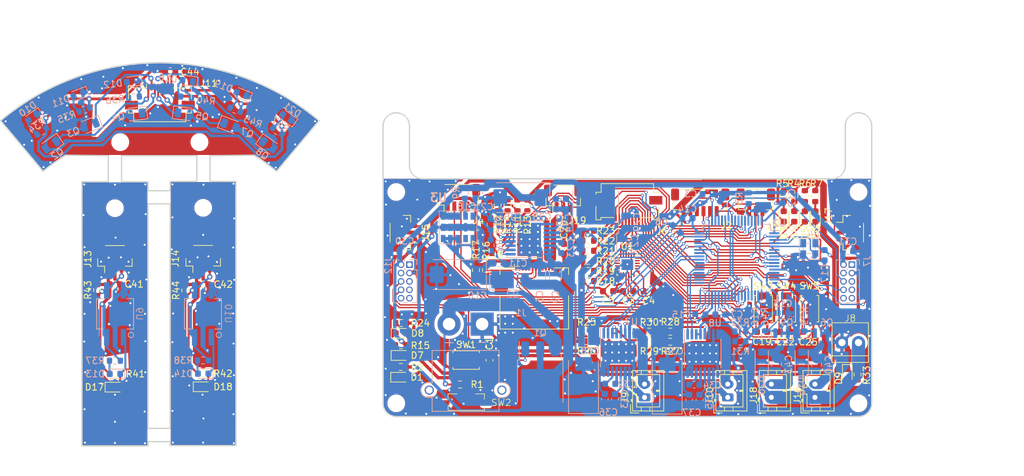
<source format=kicad_pcb>
(kicad_pcb (version 20221018) (generator pcbnew)
  (layers (0 "F.Cu" signal) (31 "B.Cu" signal) (34 "B.Paste" user) (35 "F.Paste" user) (36 "B.SilkS" user "B.Silkscreen") (37 "F.SilkS" user "F.Silkscreen") (38 "B.Mask" user) (39 "F.Mask" user) (44 "Edge.Cuts" user))
  (net 0 "")
  (net 1 "NRST")
  (net 2 "GND")
  (net 3 "Net-(U1-REGOUT)")
  (net 4 "+3.3V")
  (net 5 "+BATT")
  (net 6 "Net-(U2-VCAP_1)")
  (net 7 "Net-(U2-VCAP_2)")
  (net 8 "Net-(D2-K)")
  (net 9 "+5V")
  (net 10 "SW_1")
  (net 11 "SW_2")
  (net 12 "Net-(U5-CPL)")
  (net 13 "Net-(U5-CPH)")
  (net 14 "Net-(U5-VCP)")
  (net 15 "SW_3")
  (net 16 "Net-(U7-CPL)")
  (net 17 "Net-(U7-CPH)")
  (net 18 "Net-(U7-VCP)")
  (net 19 "Net-(U8-CPL)")
  (net 20 "Net-(U8-CPH)")
  (net 21 "Net-(U8-VCP)")
  (net 22 "+3V8")
  (net 23 "Net-(D15-A)")
  (net 24 "Net-(J13-Pin_1)")
  (net 25 "Net-(J13-Pin_2)")
  (net 26 "Net-(J14-Pin_1)")
  (net 27 "Net-(J14-Pin_2)")
  (net 28 "Net-(D20-A)")
  (net 29 "Net-(J11-Pin_1)")
  (net 30 "Net-(D10-K)")
  (net 31 "Net-(D1-A)")
  (net 32 "LED_1")
  (net 33 "Net-(D3-A)")
  (net 34 "LED_2")
  (net 35 "Net-(D4-A)")
  (net 36 "LED_3")
  (net 37 "Net-(D5-A)")
  (net 38 "LED_4")
  (net 39 "Net-(D6-A)")
  (net 40 "Net-(D7-A)")
  (net 41 "Net-(D8-A)")
  (net 42 "Net-(D9-A)")
  (net 43 "Net-(D10-A)")
  (net 44 "Net-(D11-A)")
  (net 45 "Net-(D12-A)")
  (net 46 "Net-(D13-K)")
  (net 47 "Net-(D13-A)")
  (net 48 "Net-(D14-K)")
  (net 49 "Net-(D14-A)")
  (net 50 "Net-(D16-A)")
  (net 51 "Net-(D17-K)")
  (net 52 "Net-(D17-A)")
  (net 53 "Net-(D18-K)")
  (net 54 "Net-(D18-A)")
  (net 55 "Net-(D19-A)")
  (net 56 "Net-(D21-A)")
  (net 57 "Net-(J1-Pin_2)")
  (net 58 "SWCLK")
  (net 59 "SWDIO")
  (net 60 "SWO")
  (net 61 "USART_RX")
  (net 62 "USART_TX")
  (net 63 "I2C_SCL")
  (net 64 "I2C_SDA")
  (net 65 "Net-(J5-Pin_1)")
  (net 66 "Net-(J5-Pin_2)")
  (net 68 "TIM4_CH1")
  (net 69 "TIM4_CH2")
  (net 75 "ADC1")
  (net 76 "ADC2")
  (net 77 "ADC3")
  (net 78 "ADC4")
  (net 79 "ADC5")
  (net 80 "ADC6")
  (net 84 "TIM2_CH1")
  (net 86 "TIM2_CH2")
  (net 89 "Net-(J9-Pin_1)")
  (net 90 "Net-(J9-Pin_2)")
  (net 91 "Net-(J10-Pin_1)")
  (net 92 "Net-(J10-Pin_2)")
  (net 93 "Net-(J11-Pin_3)")
  (net 94 "Net-(J11-Pin_4)")
  (net 95 "Net-(J11-Pin_5)")
  (net 96 "Net-(J11-Pin_6)")
  (net 97 "Net-(J11-Pin_7)")
  (net 98 "Net-(J11-Pin_8)")
  (net 102 "TIM3_CH1")
  (net 104 "TIM3_CH2")
  (net 107 "IO1")
  (net 108 "IO2")
  (net 109 "ADC7")
  (net 110 "Net-(Q1-G)")
  (net 111 "TIM12_CH1")
  (net 112 "TIM9_CH1")
  (net 113 "Net-(U2-BOOT0)")
  (net 114 "Net-(U3-FB)")
  (net 115 "Net-(U3-PG)")
  (net 116 "Net-(U5-VREF)")
  (net 117 "Net-(U5-nFAULT)")
  (net 118 "Net-(U5-IPROPI)")
  (net 119 "Net-(U7-VREF)")
  (net 120 "Net-(U8-VREF)")
  (net 121 "Net-(U7-nFAULT)")
  (net 122 "Net-(U7-IPROPI)")
  (net 123 "Net-(U8-nFAULT)")
  (net 124 "Net-(U8-IPROPI)")
  (net 126 "CLOCK_FS")
  (net 127 "RCC_OSC_IN")
  (net 129 "CWCCW_3")
  (net 130 "TIM5_CH1")
  (net 131 "SPI_SCK")
  (net 132 "SPI_MISO")
  (net 133 "SPI_MOSI")
  (net 134 "IMU_CS")
  (net 138 "TIM8_CH1")
  (net 139 "CWCCW_2")
  (net 141 "CWCCW_1")
  (net 142 "TIM1_CH1")
  (footprint "MountingHole:MountingHole_2.2mm_M2" (layer "F.Cu") (at 115 121)
    (fp_text reference "REF**" hide)
    (fp_text value "MountingHole_2.2mm_M2")
  )
  (footprint "Capacitor_SMD:C_0603_1608Metric" (layer "F.Cu") (at 150.125 104.025 180)
    (fp_text reference "C2")
    (fp_text value "0.1u")
  )
  (footprint "Resistor_SMD:R_0603_1608Metric" (layer "F.Cu") (at 176.875 89.625 90)
    (fp_text reference "R6")
    (fp_text value "820")
  )
  (footprint "Capacitor_SMD:C_0603_1608Metric" (layer "F.Cu") (at 147.075 104.025)
    (fp_text reference "C5")
    (fp_text value "0.1u")
  )
  (footprint "Resistor_SMD:R_0603_1608Metric" (layer "F.Cu") (at 124.675 118.15)
    (fp_text reference "R1")
    (fp_text value "10k")
  )
  (footprint "Resistor_SMD:R_0603_1608Metric" (layer "F.Cu") (at 134.85 91.025 -90)
    (fp_text reference "R13")
    (fp_text value "10k")
  )
  (footprint "Connector_JST:JST_SH_BM06B-SRSS-TB_1x06-1MP_P1.00mm_Vertical" (layer "F.Cu") (at 161.025 90.575)
    (fp_text reference "J2")
    (fp_text value "SWD")
  )
  (footprint "Resistor_SMD:R_0603_1608Metric" (layer "F.Cu") (at 83.06 103.9 -90)
    (fp_text reference "R44")
    (fp_text value "4.7k")
  )
  (footprint "Connector_JST:JST_SH_BM03B-SRSS-TB_1x03-1MP_P1.00mm_Vertical" (layer "F.Cu") (at 140.275 89.975)
    (fp_text reference "J19")
    (fp_text value "POTENTIOMETER")
  )
  (footprint "Connector_JST:JST_SH_BM03B-SRSS-TB_1x03-1MP_P1.00mm_Vertical" (layer "F.Cu") (at 72.4 99.125)
    (fp_text reference "J13")
    (fp_text value "SIDE_SENSE_1")
  )
  (footprint "Resistor_SMD:R_0603_1608Metric" (layer "F.Cu") (at 173.675 89.625 90)
    (fp_text reference "R4")
    (fp_text value "820")
  )
  (footprint "Resistor_SMD:R_0603_1608Metric" (layer "F.Cu") (at 144.075 100.95)
    (fp_text reference "R19")
    (fp_text value "10k")
  )
  (footprint "LED_SMD:LED_0603_1608Metric" (layer "F.Cu") (at 115.65 117.05)
    (fp_text reference "D1")
    (fp_text value "LED")
  )
  (footprint "Capacitor_SMD:C_0603_1608Metric" (layer "F.Cu") (at 177.4 110.15)
    (fp_text reference "C25")
    (fp_text value "0.1u")
  )
  (footprint "Connector_JST:JST_PH_B2B-PH-K_1x02_P2.00mm_Vertical" (layer "F.Cu") (at 152.6 120.1 90)
    (fp_text reference "J9")
    (fp_text value "MOTOR")
  )
  (footprint "Resistor_SMD:R_0603_1608Metric" (layer "F.Cu") (at 156.5 110.15 180)
    (fp_text reference "R28")
    (fp_text value "47k")
  )
  (footprint "LED_SMD:LED_0603_1608Metric" (layer "F.Cu") (at 115.725 110.4)
    (fp_text reference "D8")
    (fp_text value "LED")
  )
  (footprint "Resistor_SMD:R_0603_1608Metric" (layer "F.Cu") (at 143.8 110.1)
    (fp_text reference "R25")
    (fp_text value "16k")
  )
  (footprint "Library:Molex_200528-0120_1x12-0.5MP_P0.50mm_Horizontal" (layer "F.Cu") (at 135.9 101.31)
    (fp_text reference "J5")
    (fp_text value "STEER_MOTOR")
  )
  (footprint "Resistor_SMD:R_0603_1608Metric" (layer "F.Cu") (at 144.075 102.475)
    (fp_text reference "R18")
    (fp_text value "10k")
  )
  (footprint "LED_SMD:LED_0603_1608Metric" (layer "F.Cu") (at 72.4 118.55)
    (fp_text reference "D17")
    (fp_text value "LED")
  )
  (footprint "Library:SW_SPST_B3U-1000P" (layer "F.Cu") (at 125.575 114.45)
    (fp_text reference "SW1")
    (fp_text value "RST_SW")
  )
  (footprint "MountingHole:MountingHole_2.2mm_M2" (layer "F.Cu") (at 85.199264 81.446402)
    (fp_text reference "REF**" hide)
    (fp_text value "MountingHole_2.2mm_M2")
  )
  (footprint "Library:IL-G_2PIN" (layer "F.Cu") (at 183.75 111.8)
    (fp_text reference "J8")
    (fp_text value "1S")
  )
  (footprint "LED_SMD:LED_0603_1608Metric" (layer "F.Cu") (at 175.275 92.7 90)
    (fp_text reference "D4")
    (fp_text value "LED")
  )
  (footprint "Resistor_SMD:R_0603_1608Metric" (layer "F.Cu") (at 127.075 100.825 -90)
    (fp_text reference "R17")
    (fp_text value "10k")
  )
  (footprint "Resistor_SMD:R_0603_1608Metric" (layer "F.Cu") (at 69.7 103.85 -90)
    (fp_text reference "R43")
    (fp_text value "4.7k")
  )
  (footprint "Resistor_SMD:R_0603_1608Metric" (layer "F.Cu") (at 133.35 91.025 -90)
    (fp_text reference "R11")
    (fp_text value "16k")
  )
  (footprint "Resistor_SMD:R_0603_1608Metric" (layer "F.Cu") (at 85.76 116.5)
    (fp_text reference "R42")
    (fp_text value "680")
  )
  (footprint "Connector_JST:JST_SH_BM04B-SRSS-TB_1x04-1MP_P1.00mm_Vertical" (layer "F.Cu") (at 124.3 89.875)
    (fp_text reference "J4")
    (fp_text value "I2C")
  )
  (footprint "MountingHole:MountingHole_2.2mm_M2" (layer "F.Cu") (at 185 121)
    (fp_text reference "REF**" hide)
    (fp_text value "MountingHole_2.2mm_M2")
  )
  (footprint "LED_SMD:LED_0603_1608Metric" (layer "F.Cu") (at 115.7125 113.75)
    (fp_text reference "D7")
    (fp_text value "LED")
  )
  (footprint "Resistor_SMD:R_0603_1608Metric" (layer "F.Cu") (at 144.075 96.375)
    (fp_text reference "R22")
    (fp_text value "10k")
  )
  (footprint "MountingHole:MountingHole_2.2mm_M2" (layer "F.Cu") (at 72.4 91.45)
    (fp_text reference "REF**" hide)
    (fp_text value "MountingHole_2.2mm_M2")
  )
  (footprint "Resistor_SMD:R_0603_1608Metric" (layer "F.Cu") (at 144.075 94.85)
    (fp_text reference "R23")
    (fp_text value "10k")
  )
  (footprint "Capacitor_SMD:C_0603_1608Metric" (layer "F.Cu") (at 173.9 110.175)
    (fp_text reference "C22")
    (fp_text value "0.1u")
  )
  (footprint "MountingHole:MountingHole_2.2mm_M2" (layer "F.Cu") (at 73.199264 81.446402)
    (fp_text reference "REF**" hide)
    (fp_text value "MountingHole_2.2mm_M2")
  )
  (footprint "Library:QFN-24-1EP_3x3mm_P0.4mm_EP1.75x1.6mm_ThermalVias" (layer "F.Cu") (at 150 100)
    (fp_text reference "U1")
    (fp_text value "ICM20649")
  )
  (footprint "Resistor_SMD:R_0603_1608Metric" (layer "F.Cu") (at 72.4 116.55)
    (fp_text reference "R41")
    (fp_text value "680")
  )
  (footprint "LED_SMD:LED_0603_1608Metric" (layer "F.Cu") (at 183.3 116.6125 -90)
    (fp_text reference "D9")
    (fp_text value "LED")
  )
  (footprint "Connector_JST:JST_SH_BM03B-SRSS-TB_1x03-1MP_P1.00mm_Vertical" (layer "F.Cu") (at 85.76 99.1)
    (fp_text reference "J14")
    (fp_text value "SIDE_SENSE_2")
  )
  (footprint "Resistor_SMD:R_0603_1608Metric" (layer "F.Cu") (at 156.5 111.675)
    (fp_text reference "R27")
    (fp_text value "16k")
  )
  (footprint "Capacitor_SMD:C_0603_1608Metric" (layer "F.Cu") (at 85.76 103)
    (fp_text reference "C42")
    (fp_text value "0.1u")
  )
  (footprint "Resistor_SMD:R_0603_1608Metric" (layer "F.Cu") (at 130.35 91.025 90)
    (fp_text reference "R12")
    (fp_text value "50k")
  )
  (footprint "Connector_JST:JST_SH_BM03B-SRSS-TB_1x03-1MP_P1.00mm_Vertical" (layer "F.Cu") (at 183.75 95.15 -90)
    (fp_text reference "J17")
    (fp_text value "SIDE_SENSE_2")
  )
  (footprint "Connector_JST:JST_PH_B2B-PH-K_1x02_P2.00mm_Vertical" (layer "F.Cu") (at 171.8 120.1 90)
    (fp_text reference "J18")
    (fp_text value "FAN_1")
  )
  (footprint "Connector_JST:JST_PH_B2B-PH-K_1x02_P2.00mm_Vertical" (layer "F.Cu") (at 178.4 120.1 90)
    (fp_text reference "J16")
    (fp_text value "FAN_1")
  )
  (footprint "Capacitor_SMD:C_0603_1608Metric" (layer "F.Cu") (at 153.225 104.025)
    (fp_text reference "C4")
    (fp_text value "0.1u")
  )
  (footprint "Resistor_SMD:R_0603_1608Metric" (layer "F.Cu") (at 178.45 89.625 90)
    (fp_text reference "R7")
    (fp_text value "820")
  )
  (footprint "Capacitor_SMD:C_0603_1608Metric" (layer "F.Cu") (at 170.4 110.175)
    (fp_text reference "C19")
    (fp_text value "0.1u")
  )
  (footprint "Resistor_SMD:R_0603_1608Metric" (layer "F.Cu") (at 153.325 110.15)
    (fp_text reference "R30")
    (fp_text value "820")
  )
  (footprint "Resistor_SMD:R_0603_1608Metric" (layer "F.Cu") (at 144.075 97.9)
    (fp_text reference "R21")
    (fp_text value "10k")
  )
  (footprint "Resistor_SMD:R_0603_1608Metric" (layer "F.Cu") (at 131.85 91.025 90)
    (fp_text reference "R14")
    (fp_text value "2.5k")
  )
  (footprint "LED_SMD:LED_0603_1608Metric" (layer "F.Cu") (at 178.475 92.7 90)
    (fp_text reference "D6")
    (fp_text value "LED")
  )
  (footprint "MountingHole:MountingHole_2.2mm_M2" (layer "F.Cu") (at 185 89)
    (fp_text reference "REF**" hide)
    (fp_text value "MountingHole_2.2mm_M2")
  )
  (footprint "Library:SW_SPST_B3U-1000P" (layer "F.Cu") (at 174.075 106.675 -90)
    (fp_text reference "SW4")
    (fp_text value "SW_2")
  )
  (footprint "Capacitor_SMD:C_0603_1608Metric" (layer "F.Cu") (at 129.125 114.475 -90)
    (fp_text reference "C1")
    (fp_text value "0.1u")
  )
  (footprint "Connector_JST:JST_SH_BM03B-SRSS-TB_1x03-1MP_P1.00mm_Vertical" (layer "F.Cu") (at 116.075 95.15 90)
    (fp_text reference "J15")
    (fp_text value "SIDE_SENSE_1")
  )
  (footprint "Library:Molex_200528-0080_1x08-0.5MP_P0.50mm_Horizontal" (layer "F.Cu") (at 79.199264 74.056402)
    (fp_text reference "J11")
    (fp_text value "LINE_SENS")
  )
  (footprint "Library:SW_SPST_B3U-1000P" (layer "F.Cu") (at 170.575 106.675 -90)
    (fp_text reference "SW3")
    (fp_text value "SW_1")
  )
  (footprint "Resistor_SMD:R_0603_1608Metric" (layer "F.Cu") (at 144.075 99.425)
    (fp_text reference "R20")
    (fp_text value "10k")
  )
  (footprint "LED_SMD:LED_0603_1608Metric" (layer "F.Cu") (at 85.7475 118.5)
    (fp_text reference "D18")
    (fp_text value "LED")
  )
  (footprint "MountingHole:MountingHole_2.2mm_M2" (layer "F.Cu") (at 85.76 91.4)
    (fp_text reference "REF**" hide)
    (fp_text value "MountingHole_2.2mm_M2")
  )
  (footprint "Library:SSAJ12" (layer "F.Cu") (at 122.6 120.885)
    (fp_text reference "SW2")
    (fp_text value "SW_POWER")
  )
  (footprint "LED_SMD:LED_0603_1608Metric" (layer "F.Cu") (at 176.875 92.7125 90)
    (fp_text reference "D5")
    (fp_text value "LED")
  )
  (footprint "Resistor_SMD:R_0603_1608Metric" (layer "F.Cu") (at 115.7375 108.85 180)
    (fp_text reference "R24")
    (fp_text value "280")
  )
  (footprint "LED_SMD:LED_0603_1608Metric" (layer "F.Cu") (at 173.675 92.7 90)
    (fp_text reference "D3")
    (fp_text value "LED")
  )
  (footprint "Resistor_SMD:R_0603_1608Metric" (layer "F.Cu") (at 128.6 100.825 -90)
    (fp_text reference "R16")
    (fp_text value "10k")
  )
  (footprint "Resistor_SMD:R_0603_1608Metric" (layer "F.Cu") (at 115.7125 112.21 180)
    (fp_text reference "R15")
    (fp_text value "620")
  )
  (footprint "Connector_JST:JST_SH_BM03B-SRSS-TB_1x03-1MP_P1.00mm_Vertical" (layer "F.Cu") (at 169.45 90.575)
    (fp_text reference "J3")
    (fp_text value "USART")
  )
  (footprint "Resistor_SMD:R_0603_1608Metric" (layer "F.Cu") (at 153.325 111.675 180)
    (fp_text reference "R29")
    (fp_text value "10k")
  )
  (footprint "Resistor_SMD:R_0603_1608Metric" (layer "F.Cu") (at 184.85 116.625 -90)
    (fp_text reference "R33")
    (fp_text value "280")
  )
  (footprint "Resistor_SMD:R_0603_1608Metric" (layer "F.Cu") (at 115.6875 115.5 180)
    (fp_text reference "R2")
    (fp_text value "1.8k")
  )
  (footprint "Connector_JST:JST_PH_B2B-PH-K_1x02_P2.00mm_Vertical" (layer "F.Cu") (at 165.2 120.1 90)
    (fp_text reference "J10")
    (fp_text value "MOTOR")
  )
  (footprint "Capacitor_SMD:C_0603_1608Metric" (layer "F.Cu") (at 140.4 97.65 90)
    (fp_text reference "C20")
    (fp_text value "0.1u")
  )
  (footprint "MountingHole:MountingHole_2.2mm_M2" (layer "F.Cu") (at 115 89)
    (fp_text reference "REF**" hide)
    (fp_text value "MountingHole_2.2mm_M2")
  )
  (footprint "Library:Molex_200528-0080_1x08-0.5MP_P0.50mm_Horizontal" (layer "F.Cu") (at 150 92.04 180)
    (fp_text reference "J6")
    (fp_text value "LINE_SENS")
  )
  (footprint "Resistor_SMD:R_0603_1608Metric" (layer "F.Cu") (at 143.8 111.6 180)
    (fp_text reference "R26")
    (fp_text value "47k")
  )
  (footprint "MountingHole:MountingHole_2.2mm_M2" (layer "F.Cu") (at 185 79)
    (fp_text reference "REF**" hide)
    (fp_text value "MountingHole_2.2mm_M2")
  )
  (footprint "Capacitor_SMD:C_0603_1608Metric" (layer "F.Cu") (at 72.4 103)
    (fp_text reference "C41")
    (fp_text value "0.1u")
  )
  (footprint "Library:SW_SPST_B3U-1000P" (layer "F.Cu") (at 177.575 106.675 -90)
    (fp_text reference "SW5")
    (fp_text value "SW_3")
  )
  (footprint "MountingHole:MountingHole_2.2mm_M2" (layer "F.Cu") (at 115 79)
    (fp_text reference "REF**" hide)
    (fp_text value "MountingHole_2.2mm_M2")
  )
  (footprint "Capacitor_SMD:C_0603_1608Metric" (layer "F.Cu") (at 80.774264 70.696402 180)
    (fp_text reference "C44")
    (fp_text value "0.1u")
  )
  (footprint "Resistor_SMD:R_0603_1608Metric" (layer "F.Cu") (at 175.275 89.625 90)
    (fp_text reference "R5")
    (fp_text value "820")
  )
  (footprint "Library:S7136" (layer "B.Cu") (at 85.73 107.45 90)
    (fp_text reference "U10")
    (fp_text value "S7136")
  )
  (footprint "Connector_PinHeader_1.27mm:PinHeader_2x05_P1.27mm_Vertical" (layer "B.Cu") (at 117 100 180)
    (fp_text reference "J12")
    (fp_text value "EMCODER_2")
  )
  (footprint "Resistor_SMD:R_0603_1608Metric" (layer "B.Cu") (at 170.85 110.85 -90)
    (fp_text reference "R46")
    (fp_text value "10k")
  )
  (footprint "Library:DSC6021CI2A" (layer "B.Cu") (at 178.45 96.75 180)
    (fp_text reference "U4")
    (fp_text value "DSC6021CI2A")
  )
  (footprint "Capacitor_SMD:C_1206_3216Metric" (layer "B.Cu") (at 136.7 101.55 90)
    (fp_text reference "C6")
    (fp_text value "4.7u")
  )
  (footprint "Resistor_SMD:R_0603_1608Metric" (layer "B.Cu") (at 167.1 111.625 180)
    (fp_text reference "R31")
    (fp_text value "10k")
  )
  (footprint "Package_TO_SOT_SMD:TO-252-3_TabPin2" (layer "B.Cu") (at 136.8 117.765 -90)
    (fp_text reference "Q1")
    (fp_text value "PMOS")
  )
  (footprint "Resistor_SMD:R_0603_1608Metric" (layer "B.Cu") (at 85.735 114.5 180)
    (fp_text reference "R38")
    (fp_text value "2.7k")
  )
  (footprint "LED_SMD:LED_0603_1608Metric" (layer "B.Cu") (at 72.4125 116.55 180)
    (fp_text reference "D13")
    (fp_text value "IR_LED")
  )
  (footprint "LED_SMD:LED_0603_1608Metric" (layer "B.Cu") (at 83.417634 72.15043 173)
    (fp_text reference "D16")
    (fp_text value "IR_LED")
  )
  (footprint "Capacitor_SMD:C_0603_1608Metric" (layer "B.Cu") (at 169.35 110.85 -90)
    (fp_text reference "C16")
    (fp_text value "0.1u")
  )
  (footprint "Capacitor_SMD:C_0603_1608Metric" (layer "B.Cu") (at 147.4 118.045607)
    (fp_text reference "C32")
    (fp_text value "22p")
  )
  (footprint "Capacitor_Tantalum_SMD:CP_EIA-7343-15_Kemet-W" (layer "B.Cu") (at 143.35 118.145607 90)
    (fp_text reference "C38")
    (fp_text value "100u")
  )
  (footprint "Library:HTSSOP-16-1EP_4.4x5mm_P0.65mm_EP3.4x5mm_Mask2.46x2.31mm_ThermalVias" (layer "B.Cu") (at 135.2 96.15)
    (fp_text reference "U5")
    (fp_text value "DRV8876")
  )
  (footprint "Resistor_SMD:R_0603_1608Metric" (layer "B.Cu") (at 83.180413 74.64586 173)
    (fp_text reference "R40")
    (fp_text value "6.2k")
  )
  (footprint "Capacitor_SMD:C_0603_1608Metric" (layer "B.Cu") (at 164.1 107.55)
    (fp_text reference "C7")
    (fp_text value "2.2u")
  )
  (footprint "Resistor_SMD:R_0603_1608Metric" (layer "B.Cu") (at 168.375 89.95 -90)
    (fp_text reference "R3")
    (fp_text value "10k")
  )
  (footprint "Connector_AMASS:AMASS_XT30PW-M_1x02_P2.50mm_Horizontal" (layer "B.Cu") (at 128 109)
    (fp_text reference "J1")
    (fp_text value "Battery")
  )
  (footprint "Capacitor_SMD:C_0805_2012Metric" (layer "B.Cu") (at 172.6 115.1 90)
    (fp_text reference "C43")
    (fp_text value "10u")
  )
  (footprint "Capacitor_SMD:C_0603_1608Metric" (layer "B.Cu") (at 183.4 97.95)
    (fp_text reference "C31")
    (fp_text value "0.1u")
  )
  (footprint "Capacitor_SMD:C_0603_1608Metric" (layer "B.Cu") (at 159.375 120.475 90)
    (fp_text reference "C37")
    (fp_text value "0.1u")
  )
  (footprint "Diode_SMD:D_SOD-123F" (layer "B.Cu") (at 176.4 114.65 90)
    (fp_text reference "D15")
    (fp_text value "SS2040FL")
  )
  (footprint "Resistor_SMD:R_0603_1608Metric" (layer "B.Cu") (at 75.280413 74.646944 -173)
    (fp_text reference "R36")
    (fp_text value "6.2k")
  )
  (footprint "Capacitor_SMD:C_1206_3216Metric" (layer "B.Cu") (at 139.1 101.55 90)
    (fp_text reference "C9")
    (fp_text value "4.7u")
  )
  (footprint "Library:HTSSOP-16-1EP_4.4x5mm_P0.65mm_EP3.4x5mm_Mask2.46x2.31mm_ThermalVias" (layer "B.Cu") (at 161.4 113.45 -90)
    (fp_text reference "U8")
    (fp_text value "DRV8874")
  )
  (footprint "LED_SMD:LED_0805_2012Metric" (layer "B.Cu") (at 95.631309 81.908674 -35)
    (fp_text reference "Q8")
    (fp_text value "TRMT")
  )
  (footprint "LED_SMD:LED_0805_2012Metric" (layer "B.Cu") (at 82.868752 77.132149 -7)
    (fp_text reference "Q5")
    (fp_text value "TRMT")
  )
  (footprint "Capacitor_SMD:C_0603_1608Metric" (layer "B.Cu") (at 159.1 92.95 180)
    (fp_text reference "C14")
    (fp_text value "0.1u")
  )
  (footprint "Library:SO-221BC" (layer "B.Cu") (at 131.1 102.3)
    (fp_text reference "D2")
    (fp_text value "MA10EB045")
  )
  (footprint "Capacitor_SMD:C_0603_1608Metric" (layer "B.Cu") (at 139.15 90.825 90)
    (fp_text reference "C26")
    (fp_text value "0.1u")
  )
  (footprint "Package_TO_SOT_SMD:SOT-23" (layer "B.Cu") (at 173.35 111.3125 -90)
    (fp_text reference "Q9")
    (fp_text value "A03400A")
  )
  (footprint "Capacitor_SMD:C_0805_2012Metric" (layer "B.Cu") (at 178.65 115.15 90)
    (fp_text reference "C40")
    (fp_text value "10u")
  )
  (footprint "Resistor_SMD:R_0603_1608Metric" (layer "B.Cu") (at 61.323464 79.819603 -145)
    (fp_text reference "R34")
    (fp_text value "6.2k")
  )
  (footprint "LED_SMD:LED_0603_1608Metric" (layer "B.Cu") (at 59.954182 77.698093 -145)
    (fp_text reference "D10")
    (fp_text value "IR_LED")
  )
  (footprint "Capacitor_SMD:C_0603_1608Metric" (layer "B.Cu") (at 157.451992 94.623008 135)
    (fp_text reference "C8")
    (fp_text value "2.2u")
  )
  (footprint "Resistor_SMD:R_0603_1608Metric" (layer "B.Cu") (at 72.4 114.55 180)
    (fp_text reference "R37")
    (fp_text value "2.7k")
  )
  (footprint "LED_SMD:LED_0805_2012Metric" (layer "B.Cu") (at 75.568752 77.160655 -173)
    (fp_text reference "Q4")
    (fp_text value "TRMT")
  )
  (footprint "Capacitor_SMD:C_0603_1608Metric" (layer "B.Cu") (at 149.55 96.85 -90)
    (fp_text reference "C27")
    (fp_text value "0.1u")
  )
  (footprint "Library:S7136" (layer "B.Cu") (at 72.42 107.45 90)
    (fp_text reference "U9")
    (fp_text value "S7136")
  )
  (footprint "Connector_PinHeader_1.27mm:PinHeader_2x05_P1.27mm_Vertical" (layer "B.Cu") (at 184 100 180)
    (fp_text reference "J7")
    (fp_text value "EMCODER_1")
  )
  (footprint "LED_SMD:LED_0805_2012Metric" (layer "B.Cu") (at 89.824032 78.910432 -21)
    (fp_text reference "Q7")
    (fp_text value "TRMT")
  )
  (footprint "Capacitor_SMD:C_0603_1608Metric" (layer "B.Cu") (at 173.525 107.3)
    (fp_text reference "C13")
    (fp_text value "0.1u")
  )
  (footprint "Capacitor_SMD:C_0603_1608Metric" (layer "B.Cu") (at 128.55 89.15 -90)
    (fp_text reference "C21")
    (fp_text value "0.1u")
  )
  (footprint "Capacitor_SMD:C_0603_1608Metric" (layer "B.Cu") (at 127 89.15 -90)
    (fp_text reference "C18")
    (fp_text value "2.2u")
  )
  (footprint "Capacitor_SMD:C_0603_1608Metric" (layer "B.Cu") (at 140.7 90.825 -90)
    (fp_text reference "C24")
    (fp_text value "0.1u")
  )
  (footprint "LED_SMD:LED_0603_1608Metric" (layer "B.Cu") (at 74.980894 72.25043 -173)
    (fp_text reference "D12")
    (fp_text value "IR_LED")
  )
  (footprint "Capacitor_SMD:C_0603_1608Metric" (layer "B.Cu") (at 130.475 99.8)
    (fp_text reference "C11")
    (fp_text value "2.2u")
  )
  (footprint "Library:LXDC55FAAA203" (layer "B.Cu") (at 126.6 96.05)
    (fp_text reference "U3")
    (fp_text value "LXDC55F" hide)
  )
  (footprint "Capacitor_SMD:C_0603_1608Metric" (layer "B.Cu") (at 116.275 97.95)
    (fp_text reference "C30")
    (fp_text value "0.1u")
  )
  (footprint "Capacitor_SMD:C_0603_1608Metric" (layer "B.Cu") (at 146.575 120.370607 90)
    (fp_text reference "C36")
    (fp_text value "0.1u")
  )
  (footprint "Resistor_SMD:R_0603_1608Metric" (layer "B.Cu") (at 67.774264 76.542056 -159)
    (fp_text reference "R35")
    (fp_text value "6.2k")
  )
  (footprint "Capacitor_SMD:C_0603_1608Metric" (layer "B.Cu") (at 148.125 120.370607 -90)
    (fp_text reference "C33")
    (fp_text value "0.1u")
  )
  (footprint "LED_SMD:LED_0603_1608Metric" (layer "B.Cu") (at 91.564069 74.164187 159)
    (fp_text reference "D19")
    (fp_text value "IR_LED")
  )
  (footprint "Package_QFP:LQFP-64_10x10mm_P0.5mm" (layer "B.Cu") (at 166.575 99 180)
    (fp_text reference "U2")
    (fp_text value "STM32F405RGTx")
  )
  (footprint "Resistor_SMD:R_0603_1608Metric" (layer "B.Cu") (at 129.3 93.925 90)
    (fp_text reference "R10")
    (fp_text value "150")
  )
  (footprint "Package_TO_SOT_SMD:TO-252-2" (layer "B.Cu") (at 145.2 91.96 90)
    (fp_text reference "U6")
    (fp_text value "NJU7223")
  )
  (footprint "Capacitor_SMD:C_0603_1608Metric" (layer "B.Cu") (at 161.05 107.55 180)
    (fp_text reference "C15")
    (fp_text value "0.1u")
  )
  (footprint "Capacitor_SMD:C_0603_1608Metric" (layer "B.Cu") (at 162.15 89.325)
    (fp_text reference "C3")
    (fp_text value "0.1u")
  )
  (footprint "Resistor_SMD:R_0603_1608Metric" (layer "B.Cu") (at 97.023464 79.773201 145)
    (fp_text reference "R47")
    (fp_text value "6.2k")
  )
  (footprint "Capacitor_SMD:C_0603_1608Metric" (layer "B.Cu") (at 179.85 98.575 90)
    (fp_text reference "C17")
    (fp_text value "0.1u")
  )
  (footprint "Resistor_SMD:R_0603_1608Metric" (layer "B.Cu") (at 90.62906 76.550748 159)
    (fp_text reference "R45")
    (fp_text value "6.2k")
  )
  (footprint "Capacitor_SMD:C_0603_1608Metric" (layer "B.Cu") (at 160.925 120.475 -90)
    (fp_text reference "C35")
    (fp_text value "0.1u")
  )
  (footprint "Capacitor_SMD:C_0603_1608Metric" (layer "B.Cu") (at 173.5 89.9 90)
    (fp_text reference "C12")
    (fp_text value "0.1u")
  )
  (footprint "Capacitor_Tantalum_SMD:CP_EIA-7343-15_Kemet-W" (layer "B.Cu") (at 133.85 89.85 180)
    (fp_text reference "C28")
    (fp_text value "100u")
  )
  (footprint "LED_SMD:LED_0603_1608Metric" (layer "B.Cu") (at 85.76 116.5 180)
    (fp_text reference "D14")
    (fp_text value "IR_LED")
  )
  (footprint "Capacitor_SMD:C_0805_2012Metric" (layer "B.Cu") (at 149.8 93.55 90)
    (fp_text reference "C29")
    (fp_text value "10u")
  )
  (footprint "Capacitor_Tantalum_SMD:CP_EIA-7343-15_Kemet-W" (layer "B.Cu") (at 156.025 118.225 90)
    (fp_text reference "C39")
    (fp_text value "100u")
  )
  (footprint "Capacitor_SMD:C_0603_1608Metric" (layer "B.Cu") (at 140 97.45 90)
    (fp_text reference "C23")
    (fp_text value "22p")
  )
  (footprint "Library:HTSSOP-16-1EP_4.4x5mm_P0.65mm_EP3.4x5mm_Mask2.46x2.31mm_ThermalVias" (layer "B.Cu") (at 148.7 113.3 -90)
    (fp_text reference "U7")
    (fp_text value "DRV8874")
  )
  (footprint "Resistor_SMD:R_0603_1608Metric" (layer "B.Cu") (at 125.4 89.125 90)
    (fp_text reference "R9")
    (fp_text value "10k")
  )
  (footprint "Resistor_SMD:R_0603_1608Metric" (layer "B.Cu") (at 167.1 110.125)
    (fp_text reference "R32")
    (fp_text value "820")
  )
  (footprint "LED_SMD:LED_0805_2012Metric" (layer "B.Cu") (at 68.624032 78.882372 -159)
    (fp_text reference "Q3")
    (fp_text value "TRMT")
  )
  (footprint "Package_TO_SOT_SMD:SOT-23" (layer "B.Cu") (at 179.35 111.3125 -90)
    (fp_text reference "Q6")
    (fp_text value "A03400A")
  )
  (footprint "LED_SMD:LED_0603_1608Metric" (layer "B.Cu") (at 66.864069 74.228617 -159)
    (fp_text reference "D11")
    (fp_text value "IR_LED")
  )
  (footprint "Diode_SMD:D_SOD-123F" (layer "B.Cu") (at 170.35 114.65 90)
    (fp_text reference "D20")
    (fp_text value "SS2040FL")
  )
  (footprint "Resistor_SMD:R_0603_1608Metric" (layer "B.Cu") (at 176.8 110.875 -90)
    (fp_text reference "R39")
    (fp_text value "10k")
  )
  (footprint "Capacitor_Tantalum_SMD:CP_EIA-7343-15_Kemet-W" (layer "B.Cu") (at 124.2375 101.5 180)
    (fp_text reference "C10")
    (fp_text value "100u")
  )
  (footprint "Capacitor_SMD:C_0603_1608Metric" (layer "B.Cu") (at 160.125 118.175)
    (fp_text reference "C34")
    (fp_text value "22p")
  )
  (footprint "Resistor_SMD:R_0603_1608Metric" (layer "B.Cu") (at 129.3 97.075 -90)
    (fp_text reference "R8")
    (fp_text value "1.2k")
  )
  (footprint "LED_SMD:LED_0603_1608Metric" (layer "B.Cu") (at 98.454182 77.694711 145)
    (fp_text reference "D21")
    (fp_text value "IR_LED")
  )
  (footprint "LED_SMD:LED_0805_2012Metric" (layer "B.Cu") (at 62.731309 81.88413 -145)
    (fp_text reference "Q2")
    (fp_text value "TRMT")
  )
  (gr_arc (start 183 85) (mid 182.414214 86.414214) (end 181 87) (stroke (width 0.2)) (layer "Edge.Cuts"))
  (gr_line (start 93.482121 83.429513) (end 86.8 83.5) (stroke (width 0.2)) (layer "Edge.Cuts"))
  (gr_line (start 77.4 90.8) (end 80.76 90.8) (stroke (width 0.2)) (layer "Edge.Cuts"))
  (gr_line (start 90.74 127.4) (end 90.73 87.4) (stroke (width 0.2)) (layer "Edge.Cuts"))
  (gr_line (start 80.76 126.8) (end 80.76 127.4) (stroke (width 0.2)) (layer "Edge.Cuts"))
  (gr_arc (start 119 87) (mid 117.585786 86.414214) (end 117 85) (stroke (width 0.2)) (layer "Edge.Cuts"))
  (gr_line (start 80.76 127.4) (end 90.74 127.4) (stroke (width 0.2)) (layer "Edge.Cuts"))
  (gr_arc (start 115 123) (mid 113.585786 122.414214) (end 113 121) (stroke (width 0.2)) (layer "Edge.Cuts"))
  (gr_line (start 80.76 88.8) (end 80.77 87.4) (stroke (width 0.2)) (layer "Edge.Cuts"))
  (gr_line (start 96.875923 85.863291) (end 103.303799 78.202846) (stroke (width 0.2)) (layer "Edge.Cuts"))
  (gr_line (start 113 79) (end 113 121) (stroke (width 0.2)) (layer "Edge.Cuts"))
  (gr_arc (start 187 121) (mid 186.414214 122.414214) (end 185 123) (stroke (width 0.2)) (layer "Edge.Cuts"))
  (gr_line (start 77.4 126.8) (end 80.76 126.8) (stroke (width 0.2)) (layer "Edge.Cuts"))
  (gr_line (start 77.4 87.45) (end 73.4 87.45) (stroke (width 0.2)) (layer "Edge.Cuts"))
  (gr_line (start 67.4 127.45) (end 77.4 127.45) (stroke (width 0.2)) (layer "Edge.Cuts"))
  (gr_arc (start 55.094729 78.202846) (mid 79.199264 69.429513) (end 103.303799 78.202846) (stroke (width 0.2)) (layer "Edge.Cuts"))
  (gr_line (start 115 123) (end 185 123) (stroke (width 0.2)) (layer "Edge.Cuts"))
  (gr_line (start 73.4 87.45) (end 73.4 83.5) (stroke (width 0.2)) (layer "Edge.Cuts"))
  (gr_line (start 187 121) (end 187 79) (stroke (width 0.2)) (layer "Edge.Cuts"))
  (gr_line (start 84.8 83.5) (end 73.4 83.5) (stroke (width 0.2)) (layer "Edge.Cuts"))
  (gr_line (start 67.4 87.45) (end 67.4 127.45) (stroke (width 0.2)) (layer "Edge.Cuts"))
  (gr_line (start 77.4 124.8) (end 77.4 90.8) (stroke (width 0.2)) (layer "Edge.Cuts"))
  (gr_arc (start 113 79) (mid 115 77) (end 117 79) (stroke (width 0.2)) (layer "Edge.Cuts"))
  (gr_arc (start 93.482121 83.429513) (mid 95.225289 84.581884) (end 96.875923 85.863291) (stroke (width 0.2)) (layer "Edge.Cuts"))
  (gr_line (start 71.4 87.45) (end 71.4 83.5) (stroke (width 0.2)) (layer "Edge.Cuts"))
  (gr_line (start 55.094729 78.202846) (end 61.522605 85.863291) (stroke (width 0.2)) (layer "Edge.Cuts"))
  (gr_line (start 71.4 83.5) (end 64.916407 83.429513) (stroke (width 0.2)) (layer "Edge.Cuts"))
  (gr_line (start 183 79) (end 183 85) (stroke (width 0.2)) (layer "Edge.Cuts"))
  (gr_line (start 71.4 87.45) (end 67.4 87.45) (stroke (width 0.2)) (layer "Edge.Cuts"))
  (gr_line (start 84.8 87.4) (end 80.77 87.4) (stroke (width 0.2)) (layer "Edge.Cuts"))
  (gr_arc (start 183 79) (mid 185 77) (end 187 79) (stroke (width 0.2)) (layer "Edge.Cuts"))
  (gr_line (start 77.4 88.8) (end 80.76 88.8) (stroke (width 0.2)) (layer "Edge.Cuts"))
  (gr_line (start 77.4 87.45) (end 77.4 88.8) (stroke (width 0.2)) (layer "Edge.Cuts"))
  (gr_line (start 77.4 126.8) (end 77.4 127.45) (stroke (width 0.2)) (layer "Edge.Cuts"))
  (gr_line (start 86.8 87.4) (end 90.73 87.4) (stroke (width 0.2)) (layer "Edge.Cuts"))
  (gr_line (start 181 87) (end 119 87) (stroke (width 0.2)) (layer "Edge.Cuts"))
  (gr_line (start 86.8 87.4) (end 86.8 83.5) (stroke (width 0.2)) (layer "Edge.Cuts"))
  (gr_line (start 77.4 124.8) (end 80.76 124.8) (stroke (width 0.2)) (layer "Edge.Cuts"))
  (gr_arc (start 61.522605 85.863291) (mid 63.173239 84.581884) (end 64.916407 83.429513) (stroke (width 0.2)) (layer "Edge.Cuts"))
  (gr_line (start 80.76 90.8) (end 80.76 124.8) (stroke (width 0.2)) (layer "Edge.Cuts"))
  (gr_line (start 117 85) (end 117 79) (stroke (width 0.2)) (layer "Edge.Cuts"))
  (gr_line (start 84.8 87.4) (end 84.8 83.5) (stroke (width 0.2)) (layer "Edge.Cuts"))
  (segment (start 125.95 111.05) (end 125.95 107.1) (width 0.2) (layer "F.Cu") (net 1))
  (segment (start 146.096132 107.238056) (end 151.94081 107.238056) (width 0.2) (layer "F.Cu") (net 1))
  (segment (start 162.525 92.5745) (end 162.0745 93.025) (width 0.2) (layer "F.Cu") (net 1))
  (segment (start 145.634188 107.7) (end 146.096132 107.238056) (width 0.2) (layer "F.Cu") (net 1))
  (segment (start 152.102255 107.3995) (end 161.054222 107.3995) (width 0.2) (layer "F.Cu") (net 1))
  (segment (start 124.725 113.35) (end 128.775 113.35) (width 0.2) (layer "F.Cu") (net 1))
  (segment (start 161.054222 107.3995) (end 162.002111 106.451611) (width 0.2) (layer "F.Cu") (net 1))
  (segment (start 128.5 113.35) (end 128.25 113.35) (width 0.2) (layer "F.Cu") (net 1))
  (segment (start 134.463093 107.7) (end 145.634188 107.7) (width 0.2) (layer "F.Cu") (net 1))
  (segment (start 151.94081 107.238056) (end 152.102255 107.3995) (width 0.2) (layer "F.Cu") (net 1))
  (segment (start 125.95 107.1) (end 126.15 106.9) (width 0.2) (layer "F.Cu") (net 1))
  (segment (start 128.25 113.35) (end 125.95 111.05) (width 0.2) (layer "F.Cu") (net 1))
  (segment (start 163.675353 97.399647) (end 164.026206 97.7505) (width 0.2) (layer "F.Cu") (net 1))
  (segment (start 126.15 106.9) (end 133.663093 106.9) (width 0.2) (layer "F.Cu") (net 1))
  (segment (start 128.775 113.35) (end 129.125 113.7) (width 0.2) (layer "F.Cu") (net 1))
  (segment (start 162.525 91.9) (end 162.525 92.5745) (width 0.2) (layer "F.Cu") (net 1))
  (segment (start 164.026206 97.7505) (end 170.4005 97.7505) (width 0.2) (layer "F.Cu") (net 1))
  (segment (start 170.4005 97.7505) (end 170.925 98.275) (width 0.2) (layer "F.Cu") (net 1))
  (segment (start 133.663093 106.9) (end 134.463093 107.7) (width 0.2) (layer "F.Cu") (net 1))
  (segment (start 123.625 114.45) (end 124.725 113.35) (width 0.2) (layer "F.Cu") (net 1))
  (via (at 162.0745 93.025) (size 0.5) (drill 0.3) (layers "F.Cu" "B.Cu") (net 1))
  (via (at 170.925 98.275) (size 0.5) (drill 0.3) (layers "F.Cu" "B.Cu") (net 1))
  (via (at 163.675353 97.399647) (size 0.5) (drill 0.3) (layers "F.Cu" "B.Cu") (net 1))
  (via (at 162.002111 106.451611) (size 0.5) (drill 0.3) (layers "F.Cu" "B.Cu") (net 1))
  (segment (start 162.375 93.3255) (end 162.0745 93.025) (width 0.2) (layer "B.Cu") (net 1))
  (segment (start 162.375 106.078722) (end 162.002111 106.451611) (width 0.2) (layer "B.Cu") (net 1))
  (segment (start 170.925 98.275) (end 172.225 98.275) (width 0.2) (layer "B.Cu") (net 1))
  (segment (start 163.675353 97.399647) (end 163.692243 97.416537) (width 0.2) (layer "B.Cu") (net 1))
  (segment (start 163.675353 97.399647) (end 162.375 96.099294) (width 0.2) (layer "B.Cu") (net 1))
  (segment (start 163.692243 101.485575) (end 162.375 102.802818) (width 0.2) (layer "B.Cu") (net 1))
  (segment (start 162.375 102.802818) (end 162.375 106.078722) (width 0.2) (layer "B.Cu") (net 1))
  (segment (start 172.225 98.275) (end 172.25 98.25) (width 0.2) (layer "B.Cu") (net 1))
  (segment (start 163.692243 97.416537) (end 163.692243 101.485575) (width 0.2) (layer "B.Cu") (net 1))
  (segment (start 162.375 96.099294) (end 162.375 93.3255) (width 0.2) (layer "B.Cu") (net 1))
  (segment (start 129.95 111.55) (end 130.15 111.55) (width 0.4) (layer "F.Cu") (net 2))
  (segment (start 149.8 114.55) (end 149.8 114.4) (width 0.25) (layer "F.Cu") (net 2))
  (segment (start 121.35 114) (end 119.05 111.7) (width 0.3) (layer "F.Cu") (net 2))
  (segment (start 175.667893 100.85) (end 178.775 103.957107) (width 0.4) (layer "F.Cu") (net 2))
  (segment (start 114.1125 116.002817) (end 114.1125 114.5625) (width 0.3) (layer "F.Cu") (net 2))
  (segment (start 162.325 109.175) (end 162.325 112.525) (width 0.3) (layer "F.Cu") (net 2))
  (segment (start 163.45 114.7) (end 162.2 113.45) (width 0.25) (layer "F.Cu") (net 2))
  (segment (start 171.175 106.988604) (end 172.55 105.613604) (width 0.3) (layer "F.Cu") (net 2))
  (segment (start 151.5 99) (end 151.97451 99) (width 0.2) (layer "F.Cu") (net 2))
  (segment (start 118.525 100.05) (end 117.305 101.27) (width 0.3) (layer "F.Cu") (net 2))
  (segment (start 135.2 96.9) (end 136.45 98.15) (width 0.25) (layer "F.Cu") (net 2))
  (segment (start 175.55 100.85) (end 175.667893 100.85) (width 0.4) (layer "F.Cu") (net 2))
  (segment (start 140.275 91.782107) (end 141.95 93.457107) (width 0.3) (layer "F.Cu") (net 2))
  (segment (start 161.25 108.1) (end 162.325 109.175) (width 0.3) (layer "F.Cu") (net 2))
  (segment (start 145.125 108.575) (end 146.025 108.575) (width 0.8) (layer "F.Cu") (net 2))
  (segment (start 142.225 109.597183) (end 143.222183 108.6) (width 0.3) (layer "F.Cu") (net 2))
  (segment (start 171.1 106.125) (end 171.1 108.1) (width 0.3) (layer "F.Cu") (net 2))
  (segment (start 178.175 110.15) (end 178.175 109.225) (width 0.3) (layer "F.Cu") (net 2))
  (segment (start 144.975 108.575) (end 145.05 108.5) (width 0.8) (layer "F.Cu") (net 2))
  (segment (start 130.15 111.55) (end 130.15 111.45) (width 0.4) (layer "F.Cu") (net 2))
  (segment (start 162.5 112.2) (end 162.5 112.35) (width 0.25) (layer "F.Cu") (net 2))
  (segment (start 114.1375 111.2) (end 114.9375 110.4) (width 0.3) (layer "F.Cu") (net 2))
  (segment (start 174.35 100.75) (end 175.1 101.5) (width 0.3) (layer "F.Cu") (net 2))
  (segment (start 178.6 108.625) (end 177.575 108.625) (width 0.3) (layer "F.Cu") (net 2))
  (segment (start 175.55 112.05) (end 171.95 112.05) (width 0.25) (layer "F.Cu") (net 2))
  (segment (start 172.55 104.15) (end 172.85 103.85) (width 0.3) (layer "F.Cu") (net 2))
  (segment (start 140.40784 96.86716) (end 140.4 96.875) (width 0.3) (layer "F.Cu") (net 2))
  (segment (start 161.4 113.3) (end 162.5 112.2) (width 0.25) (layer "F.Cu") (net 2))
  (segment (start 146.525 108.575) (end 147.05 108.05) (width 0.8) (layer "F.Cu") (net 2))
  (segment (start 113.3 107.95) (end 113.625 107.809683) (width 0.3) (layer "F.Cu") (net 2))
  (segment (start 144.275 108.575) (end 144.975 108.575) (width 0.8) (layer "F.Cu") (net 2))
  (segment (start 130.15 112.3) (end 130.1 112.7) (width 0.4) (layer "F.Cu") (net 2))
  (segment (start 115.025 95.15) (end 117.4 95.15) (width 0.3) (layer "F.Cu") (net 2))
  (segment (start 150.6 101.5) (end 150.6 102.381372) (width 0.2) (layer "F.Cu") (net 2))
  (segment (start 142.975 111.6) (end 142.225 110.85) (width 0.3) (layer "F.Cu") (net 2))
  (segment (start 126.6 119.535) (end 126.6 120.085) (width 0.3) (layer "F.Cu") (net 2))
  (segment (start 141.5 111.6) (end 139.55 109.65) (width 0.25) (layer "F.Cu") (net 2))
  (segment (start 175.1 103.75) (end 175.25 103.9) (width 0.3) (layer "F.Cu") (net 2))
  (segment (start 159.4 113.95) (end 158.1 112.65) (width 0.25) (layer "F.Cu") (net 2))
  (segment (start 162.5 112.35) (end 161.4 113.45) (width 0.25) (layer "F.Cu") (net 2))
  (segment (start 119.05 111.7) (end 118.7 111.7) (width 0.3) (layer "F.Cu") (net 2))
  (segment (start 172.55 105.613604) (end 172.55 104.15) (width 0.3) (layer "F.Cu") (net 2))
  (segment (start 164.236515 90.736515) (end 163.575 90.075) (width 0.3) (layer "F.Cu") (net 2))
  (segment (start 114.1625 108.347183) (end 113.3 107.95) (width 0.3) (layer "F.Cu") (net 2))
  (segment (start 118.4 111.05) (end 118.4 108.525) (width 0.3) (layer "F.Cu") (net 2))
  (segment (start 121.1 120.15) (end 121.085 120.135) (width 0.3) (layer "F.Cu") (net 2))
  (segment (start 146.025 108.575) (end 146.1 108.5) (width 0.8) (layer "F.Cu") (net 2))
  (segment (start 155.675 109.698654) (end 157.273654 108.1) (width 0.3) (layer "F.Cu") (net 2))
  (segment (start 152.787806 109.075) (end 153.075 109.075) (width 0.8) (layer "F.Cu") (net 2))
  (segment (start 152 104.8) (end 153.225 104.8) (width 0.2) (layer "F.Cu") (net 2))
  (segment (start 154.15 110.15) (end 155.675 110.15) (width 0.3) (layer "F.Cu") (net 2))
  (segment (start 171.85 112.05) (end 169.8 112.05) (width 0.25) (layer "F.Cu") (net 2))
  (segment (start 147.367157 101.707843) (end 146.875 102.2) (width 0.3) (layer "F.Cu") (net 2))
  (segment (start 129.125 115.25) (end 128.325 115.25) (width 0.3) (layer "F.Cu") (net 2))
  (segment (start 171.175 110.175) (end 171.175 106.988604) (width 0.3) (layer "F.Cu") (net 2))
  (segment (start 175.1 101.5) (end 175.1 103.1) (width 0.3) (layer "F.Cu") (net 2))
  (segment (start 128 109) (end 130 111) (width 0.4) (layer "F.Cu") (net 2))
  (segment (start 130.35 90.2) (end 128.575 91.975) (width 0.8) (layer "F.Cu") (net 2))
  (segment (start 151.65 104.45) (end 152 104.8) (width 0.2) (layer "F.Cu") (net 2))
  (segment (start 153.925 100.95049) (end 153.925 104.025) (width 0.2) (layer "F.Cu") (net 2))
  (segment (start 128.325 115.25) (end 127.525 114.45) (width 0.3) (layer "F.Cu") (net 2))
  (segment (start 147.7 114.3) (end 148.7 113.3) (width 0.25) (layer "F.Cu") (net 2))
  (segment (start 117.305 101.27) (end 117 101.27) (width 0.3) (layer "F.Cu") (net 2))
  (segment (start 118.525 95.3) (end 118.525 100.05) (width 0.3) (layer "F.Cu") (net 2))
  (segment (start 171.95 112.05) (end 171.9 112.1) (width 0.25) (layer "F.Cu") (net 2))
  (segment (start 113.625 103.225) (end 113.7 103.15) (width 0.3) (layer "F.Cu") (net 2))
  (segment (start 126.375 115.6) (end 122.95 115.6) (width 0.3) (layer "F.Cu") (net 2))
  (segment (start 121.085 120.135) (end 117.9475 120.135) (width 0.3) (layer "F.Cu") (net 2))
  (segment (start 117.4 95.15) (end 118.375 95.15) (width 0.3) (layer "F.Cu") (net 2))
  (segment (start 141.95 93.457107) (end 141.95 95.4) (width 0.3) (layer "F.Cu") (net 2))
  (segment (start 144.25 108.6) (end 140.6 108.6) (width 0.8) (layer "F.Cu") (net 2))
  (segment (start 140.325 93.334446) (end 140.40784 93.417286) (width 0.3) (layer "F.Cu") (net 2))
  (segment (start 161.4 114.7) (end 161.4 113.45) (width 0.25) (layer "F.Cu") (net 2))
  (segment (start 150.75 112.05) (end 150.75 112.25) (width 0.25) (layer "F.Cu") (net 2))
  (segment (start 130 112.3) (end 130.15 112.3) (width 0.4) (layer "F.Cu") (net 2))
  (segment (start 130.1 112.7) (end 130 114.375) (width 0.4) (layer "F.Cu") (net 2))
  (segment (start 150.6 100.55) (end 150.6 101.5) (width 0.2) (layer "F.Cu") (net 2))
  (segment (start 118.4 108.525) (end 117.9 108.025) (width 0.3) (layer "F.Cu") (net 2))
  (segment (start 177.85 108.9) (end 177.7 108.9) (width 0.3) (layer "F.Cu") (net 2))
  (segment (start 113.625 107.809683) (end 113.625 103.225) (width 0.3) (layer "F.Cu") (net 2))
  (segment (start 121.115 120.135) (end 121.1 120.15) (width 0.3) (layer "F.Cu") (net 2))
  (segment (start 164.2245 108.9245) (end 164.2245 107.8) (width 0.3) (layer "F.Cu") (net 2))
  (segment (start 163.7 107.8) (end 162.325 109.175) (width 0.3) (layer "F.Cu") (net 2))
  (segment (start 122.95 115.6) (end 121.35 114) (width 0.3) (layer "F.Cu") (net 2))
  (segment (start 126.55 120.135) (end 121.115 120.135) (width 0.3) (layer "F.Cu") (net 2))
  (segment (start 151.25 92.95) (end 151.275 92.975) (width 0.2) (layer "F.Cu") (net 2))
  (segment (start 148.7 114.3) (end 147.7 113.3) (width 0.25) (layer "F.Cu") (net 2))
  (segment (start 114.1125 114.5625) (end 114.925 113.75) (width 0.3) (layer "F.Cu") (net 2))
  (segment (start 117.9475 120.135) (end 114.8625 117.05) (width 0.3) (layer "F.Cu") (net 2))
  (segment (start 135.2 94.1) (end 135.2 96.9) (width 0.25) (layer "F.Cu") (net 2))
  (segment (start 137.1 100.35) (end 137.1 98.05) (width 0.2) (layer "F.Cu") (net 2))
  (segment (start 147.05 108.05) (end 151.762806 108.05) (width 0.8) (layer "F.Cu") (net 2))
  (segment (start 153.075 109.075) (end 154.15 110.15) (width 0.8) (layer "F.Cu") (net 2))
  (segment (start 144.25 108.6) (end 144.275 108.575) (width 0.8) (layer "F.Cu") (net 2))
  (segment (start 152.6 105.988056) (end 151.009198 105.988056) (width 0.3) (layer "F.Cu") (net 2))
  (segment (start 130 111) (end 130 111.5) (width 0.4) (layer "F.Cu") (net 2))
  (segment (start 113.625 96.55) (end 115.025 95.15) (width 0.3) (layer "F.Cu") (net 2))
  (segment (start 140.275 90.688135) (end 139.7755 90.188635) (width 0.3) (layer "F.Cu") (net 2))
  (segment (start 130.15 111.35) (end 129.35 111.9) (width 0.4) (layer "F.Cu") (net 2))
  (segment (start 161.4 114.7) (end 161.4 113.3) (width 0.25) (layer "F.Cu") (net 2))
  (segment (start 142.975 111.6) (end 136.15 111.6) (width 0.25) (layer "F.Cu") (net 2))
  (segment (start 135.2 94.1) (end 135.2 96.15) (width 0.25) (layer "F.Cu") (net 2))
  (segment (start 114.8625 116.752817) (end 114.1125 116.002817) (width 0.3) (layer "F.Cu") (net 2))
  (segment (start 157.273654 108.1) (end 161.25 108.1) (width 0.3) (layer "F.Cu") (net 2))
  (segment (start 160.4 114.7) (end 160.4 114.45) (width 0.25) (layer "F.Cu") (net 2))
  (segment (start 175.25 107.45) (end 174.075 108.625) (width 0.3) (layer "F.Cu") (net 2))
  (segment (start 133.95 94.1) (end 133.95 94.9) (width 0.25) (layer "F.Cu") (net 2))
  (segment (start 164.2245 107.8) (end 163.7 107.8) (width 0.3) (layer "F.Cu") (net 2))
  (segment (start 140.40784 93.417286) (end 140.40784 96.86716) (width 0.3) (layer "F.Cu") (net 2))
  (segment (start 151.009198 105.988056) (end 149.35 104.328858) (width 0.3) (layer "F.Cu") (net 2))
  (segment (start 153.263556 104.888556) (end 154 104.152112) (width 0.3) (layer "F.Cu") (net 2))
  (segment (start 113.625 103.075) (end 113.625 96.55) (width 0.3) (layer "F.Cu") (net 2))
  (segment (start 140.325 91.35) (end 140.325 93.334446) (width 0.3) (layer "F.Cu") (net 2))
  (segment (start 148.7 114.55) (end 148.7 114.3) (width 0.25) (layer "F.Cu") (net 2))
  (segment (start 137.1 98.05) (end 135.2 96.15) (width 0.2) (layer "F.Cu") (net 2))
  (segment (start 151.275 95.225) (end 151.625 95.575) (width 0.2) (layer "F.Cu") (net 2))
  (segment (start 170.450568 107.524432) (end 170.450568 108.500568) (width 0.3) (layer "F.Cu") (net 2))
  (segment (start 178.775 103.957107) (end 178.775 107.7) (width 0.4) (layer "F.Cu") (net 2))
  (segment (start 171.175 110.175) (end 171.175 109.225) (width 0.3) (layer "F.Cu") (net 2))
  (segment (start 118.375 95.15) (end 118.525 95.3) (width 0.3) (layer "F.Cu") (net 2))
  (segment (start 160.525 91.096693) (end 160.525 91.9) (width 0.3) (layer "F.Cu") (net 2))
  (segment (start 140.6 108.6) (end 139.55 109.65) (width 0.8) (layer "F.Cu") (net 2))
  (segment (start 151.97451 99) (end 153.925 100.95049) (width 0.2) (layer "F.Cu") (net 2))
  (segment (start 130.35 90.2) (end 130.35 90.275) (width 0.3) (layer "F.Cu") (net 2))
  (segment (start 149.8 112.05) (end 149.8 112.2) (width 0.25) (layer "F.Cu") (net 2))
  (segment (start 153.225 104.8) (end 154 104.025) (width 0.2) (layer "F.Cu") (net 2))
  (segment (start 183.3 112.6) (end 182.5 111.8) (width 0.8) (layer "F.Cu") (net 2))
  (segment (start 114.925 113.75) (end 114.1375 112.9625) (width 0.3) (layer "F.Cu") (net 2))
  (segment (start 178.775 107.7) (end 177.85 108.625) (width 0.4) (layer "F.Cu") (net 2))
  (segment (start 140.275 91.3) (end 140.275 91.782107) (width 0.3) (layer "F.Cu") (net 2))
  (segment (start 149.5 113.3) (end 148.7 113.3) (width 0.25) (layer "F.Cu") (net 2))
  (segment (start 147.85 104.025) (end 149.35 104.025) (width 0.2) (layer "F.Cu") (net 2))
  (segment (start 140.275 91.3) (end 140.325 91.35) (width 0.3) (layer "F.Cu") (net 2))
  (segment (start 150 99.95) (end 150.6 100.55) (width 0.2) (layer "F.Cu") (net 2))
  (segment (start 178.175 110.15) (end 176.275 112.05) (width 0.25) (layer "F.Cu") (net 2))
  (segment (start 150.6 102.381372) (end 151.65 103.431372) (width 0.2) (layer "F.Cu") (net 2))
  (segment (start 148.4 102.8) (end 148.4 103.475) (width 0.3) (layer "F.Cu") (net 2))
  (segment (start 129.35 111.9) (end 129.6 111.9) (width 0.4) (layer "F.Cu") (net 2))
  (segment (start 168.1 112.8) (end 164.2245 108.9245) (width 0.3) (layer "F.Cu") (net 2))
  (segment (start 142.225 110.85) (end 142.225 109.597183) (width 0.3) (layer "F.Cu") (net 2))
  (segment (start 118.7 111.35) (end 118.4 111.05) (width 0.3) (layer "F.Cu") (net 2))
  (segment (start 162.2 113.45) (end 161.4 113.45) (width 0.25) (layer "F.Cu") (net 2))
  (segment (start 151.762806 108.05) (end 152.787806 109.075) (width 0.8) (layer "F.Cu") (net 2))
  (segment (start 151.25 92.1) (end 150.95 91.8) (width 0.3) (layer "F.Cu") (net 2))
  (segment (start 118.7 111.7) (end 118.7 111.35) (width 0.3) (layer "F.Cu") (net 2))
  (segment (start 169.8 112.05) (end 169 112.85) (width 0.25) (layer "F.Cu") (net 2))
  (segment (start 162.5 114.55) (end 161.4 113.45) (width 0.25) (layer "F.Cu") (net 2))
  (segment (start 148.7 114.55) (end 148.7 113.3) (width 0.25) (layer "F.Cu") (net 2))
  (segment (start 150.6 98.5) (end 150.6 97.836915) (width 0.2) (layer "F.Cu") (net 2))
  (segment (start 174.675 109.225) (end 174.075 108.625) (width 0.3) (layer "F.Cu") (net 2))
  (segment (start 149.8 114.4) (end 148.7 113.3) (width 0.25) (layer "F.Cu") (net 2))
  (segment (start 148.4 103.475) (end 147.85 104.025) (width 0.3) (layer "F.Cu") (net 2))
  (segment (start 126.6 120.085) (end 126.55 120.135) (width 0.3) (layer "F.Cu") (net 2))
  (segment (start 160.989385 90.632308) (end 160.525 91.096693) (width 0.3) (layer "F.Cu") (net 2))
  (segment (start 147.95 113.3) (end 148.7 113.3) (width 0.25) (layer "F.Cu") (net 2))
  (segment (start 174.675 110.175) (end 174.675 109.225) (width 0.3) (layer "F.Cu") (net 2))
  (segment (start 128.575 91.975) (end 128.575 92.05) (width 0.8) (layer "F.Cu") (net 2))
  (segment (start 177.7 108.75) (end 177.575 108.625) (width 0.3) (layer "F.Cu") (net 2))
  (segment (start 175.1 103.1) (end 175.1 103.75) (width 0.3) (layer "F.Cu") (net 2))
  (segment (start 183.3 115.825) (end 183.3 112.6) (width 0.8) (layer "F.Cu") (net 2))
  (segment (start 137.15 100.4) (end 137.1 100.35) (width 0.2) (layer "F.Cu") (net 2))
  (segment (start 146.875 102.2) (end 146.875 102.225) (width 0.3) (layer "F.Cu") (net 2))
  (segment (start 147.7 114.55) (end 147.7 114.3) (width 0.25) (layer "F.Cu") (net 2))
  (segment (start 175.25 103.9) (end 175.25 107.45) (width 0.3) (layer "F.Cu") (net 2))
  (segment (start 175.55 100.732107) (end 175.55 100.85) (width 0.4) (layer "F.Cu") (net 2))
  (segment (start 149.8 112.2) (end 148.7 113.3) (width 0.25) (layer "F.Cu") (net 2))
  (segment (start 162.5 114.7) (end 162.5 114.55) (width 0.25) (layer "F.Cu") (net 2))
  (segment (start 150.6 98.5) (end 150.6 99.35) (width 0.2) (layer "F.Cu") (net 2))
  (segment (start 152.175 108.175) (end 154.15 110.15) (width 0.3) (layer "F.Cu") (net 2))
  (segment (start 130 111.5) (end 129.95 111.55) (width 0.4) (layer "F.Cu") (net 2))
  (segment (start 174.35 100.75) (end 175.567893 100.75) (width 0.4) (layer "F.Cu") (net 2))
  (segment (start 146.1 108.5) (end 146.175 108.575) (width 0.8) (layer "F.Cu") (net 2))
  (segment (start 150.6 99.35) (end 150 99.95) (width 0.2) (layer "F.Cu") (net 2))
  (segment (start 177.85 108.625) (end 177.575 108.625) (width 0.4) (layer "F.Cu") (net 2))
  (segment (start 130.15 111.45) (end 130.15 111.35) (width 0.4) (layer "F.Cu") (net 2))
  (segment (start 147.367157 99.092157) (end 147.367157 101.707843) (width 0.3) (layer "F.Cu") (net 2))
  (segment (start 140.275 91.3) (end 140.275 90.688135) (width 0.3) (layer "F.Cu") (net 2))
  (segment (start 150.75 114.55) (end 149.5 113.3) (width 0.25) (layer "F.Cu") (net 2))
  (segment (start 136.15 111.6) (end 135.65 111.1) (width 0.25) (layer "F.Cu") (net 2))
  (segment (start 150.75 112.35) (end 149.8 113.3) (width 0.25) (layer "F.Cu") (net 2))
  (segment (start 172.85 103.85) (end 175.2 103.85) (width 0.3) (layer "F.Cu") (net 2))
  (segment (start 159.4 114.7) (end 158.55 114.7) (width 0.25) (layer "F.Cu") (net 2))
  (segment (start 129.6 111.9) (end 130 112.3) (width 0.4) (layer "F.Cu") (net 2))
  (segment (start 159.4 114.7) (end 159.4 113.95) (width 0.25) (layer "F.Cu") (net 2))
  (segment (start 114.8625 117.05) (end 114.8625 116.752817) (width 0.3) (layer "F.Cu") (net 2))
  (segment (start 131.85 90.2) (end 130.35 90.2) (width 0.3) (layer "F.Cu") (net 2))
  (segment (start 177.7 108.9) (end 177.7 108.75) (width 0.3) (layer "F.Cu") (net 2))
  (segment (start 142.975 111.6) (end 141.5 111.6) (width 0.25) (layer "F.Cu") (net 2))
  (segment (start 175.2 103.85) (end 175.25 103.9) (width 0.3) (layer "F.Cu") (net 2))
  (segment (start 179.275 109.3) (end 178.6 108.625) (width 0.3) (layer "F.Cu") (net 2))
  (segment (start 145.05 108.5) (end 145.125 108.575) (width 0.8) (layer "F.Cu") (net 2))
  (segment (start 171.1 108.1) (end 170.575 108.625) (width 0.3) (layer "F.Cu") (net 2))
  (segment (start 166.426471 91.9) (end 165.262986 90.736515) (width 0.3) (layer "F.Cu") (net 2))
  (segment (start 114.484683 108.025) (end 114.1625 108.347183) (width 0.3) (layer "F.Cu") (net 2))
  (segment (start 114.1375 112.9625) (end 114.1375 111.2) (width 0.3) (layer "F.Cu") (net 2))
  (segment (start 171.9 112.1) (end 171.85 112.05) (width 0.25) (layer "F.Cu") (net 2))
  (segment (start 127.525 114.45) (end 126.375 115.6) (width 0.3) (layer "F.Cu") (net 2))
  (segment (start 146.7 114.55) (end 147.95 113.3) (width 0.25) (layer "F.Cu") (net 2))
  (segment (start 160.65 113.45) (end 161.4 113.45) (width 0.25) (layer "F.Cu") (net 2))
  (segment (start 168.45 91.9) (end 166.426471 91.9) (width 0.3) (layer "F.Cu") (net 2))
  (segment (start 122.95 115.6) (end 122.75 115.4) (width 0.3) (layer "F.Cu") (net 2))
  (segment (start 170.450568 108.500568) (end 170.575 108.625) (width 0.3) (layer "F.Cu") (net 2))
  (segment (start 151.275 92.975) (end 151.275 95.225) (width 0.2) (layer "F.Cu") (net 2))
  (segment (start 133.95 94.9) (end 135.2 96.15) (width 0.25) (layer "F.Cu") (net 2))
  (segment (start 159.4 114.7) (end 160.65 113.45) (width 0.25) (layer "F.Cu") (net 2))
  (segment (start 151.25 92.95) (end 151.25 92.1) (width 0.3) (layer "F.Cu") (net 2))
  (segment (start 114.1625 109.625) (end 114.9375 110.4) (width 0.3) (layer "F.Cu") (net 2))
  (segment (start 165.262986 90.736515) (end 164.236515 90.736515) (width 0.3) (layer "F.Cu") (net 2))
  (segment (start 143.222183 108.6) (end 144.25 108.6) (width 0.3) (layer "F.Cu") (net 2))
  (segment (start 125.8 91.2) (end 126.0995 91.2) (width 0.3) (layer "F.Cu") (net 2))
  (segment (start 162.325 112.525) (end 161.4 113.45) (width 0.3) (layer "F.Cu") (net 2))
  (segment (start 114.1625 108.347183) (end 114.1625 109.625) (width 0.3) (layer "F.Cu") (net 2))
  (segment (start 150.6 97.836915) (end 150.3495 97.586415) (width 0.2) (layer "F.Cu") (net 2))
  (segment (start 149.35 104.328858) (end 149.35 104.025) (width 0.3) (layer "F.Cu") (net 2))
  (segment (start 154 104.152112) (end 154 104.025) (width 0.3) (layer "F.Cu") (net 2))
  (segment (start 176.275 112.05) (end 175.55 112.05) (width 0.25) (layer "F.Cu") (net 2))
  (segment (start 117.9 108.025) (end 114.484683 108.025) (width 0.3) (layer "F.Cu") (net 2))
  (segment (start 158.55 114.7) (end 158.15 114.3) (width 0.25) (layer "F.Cu") (net 2))
  (segment (start 113.7 103.15) (end 113.625 103.075) (width 0.3) (layer "F.Cu") (net 2))
  (segment (start 171.175 109.225) (end 170.575 108.625) (width 0.3) (layer "F.Cu") (net 2))
  (segment (start 178.175 109.225) (end 177.85 108.9) (width 0.3) (layer "F.Cu") (net 2))
  (segment (start 151.65 103.431372) (end 151.65 104.45) (width 0.2) (layer "F.Cu") (net 2))
  (segment (start 175.567893 100.75) (end 175.55 100.732107) (width 0.4) (layer "F.Cu") (net 2))
  (segment (start 146.175 108.575) (end 146.525 108.575) (width 0.8) (layer "F.Cu") (net 2))
  (segment (start 160.4 114.45) (end 161.4 113.45) (width 0.25) (layer "F.Cu") (net 2))
  (segment (start 150.75 112.05) (end 150.75 112.35) (width 0.25) (layer "F.Cu") (net 2))
  (segment (start 130 114.375) (end 129.125 115.25) (width 0.4) (layer "F.Cu") (net 2))
  (segment (start 155.675 110.15) (end 155.675 109.698654) (width 0.3) (layer "F.Cu") (net 2))
  (via (at 183.9 87.2) (size 0.5) (drill 0.3) (layers "F.Cu" "B.Cu") (net 2))
  (via (at 181.2 92.6) (size 0.5) (drill 0.3) (layers "F.Cu" "B.Cu") (net 2))
  (via (at 163.8 122.55) (size 0.5) (drill 0.3) (layers "F.Cu" "B.Cu") (net 2))
  (via (at 177.35 100.45) (size 0.5) (drill 0.3) (layers "F.Cu" "B.Cu") (net 2))
  (via (at 179 102.2) (size 0.5) (drill 0.3) (layers "F.Cu" "B.Cu") (net 2))
  (via (at 147.367157 99.092157) (size 0.5) (drill 0.3) (layers "F.Cu" "B.Cu") (net 2))
  (via (at 164.2245 107.8) (size 0.5) (drill 0.3) (layers "F.Cu" "B.Cu") (net 2))
  (via (at 186.6 119.8) (size 0.5) (drill 0.3) (layers "F.Cu" "B.Cu") (net 2))
  (via (at 164.2 121.45) (size 0.5) (drill 0.3) (layers "F.Cu" "B.Cu") (net 2))
  (via (at 186.05 117.95) (size 0.5) (drill 0.3) (layers "F.Cu" "B.Cu") (net 2))
  (via (at 131.45 117.45) (size 0.5) (drill 0.3) (layers "F.Cu" "B.Cu") (net 2))
  (via (at 176.9 103.15) (size 0.5) (drill 0.3) (layers "F.Cu" "B.Cu") (net 2))
  (via (at 183.25 92.65) (size 0.5) (drill 0.3) (layers "F.Cu" "B.Cu") (net 2))
  (via (at 156.45 108.3) (size 0.5) (drill 0.3) (layers "F.Cu" "B.Cu") (net 2))
  (via (at 126 104.25) (size 0.5) (drill 0.3) (layers "F.Cu" "B.Cu") (net 2))
  (via (at 141.4 95.95) (size 0.5) (drill 0.3) (layers "F.Cu" "B.Cu") (net 2))
  (via (at 123.9 112.85) (size 0.5) (drill 0.3) (layers "F.Cu" "B.Cu") (net 2))
  (via (at 129.55 119.05) (size 0.5) (drill 0.3) (layers "F.Cu" "B.Cu") (net 2))
  (via (at 155.45 103.3) (size 0.5) (drill 0.3) (layers "F.Cu" "B.Cu") (net 2))
  (via (at 123.05 119) (size 0.5) (drill 0.3) (layers "F.Cu" "B.Cu") (net 2))
  (via (at 116.6 93.05) (size 0.5) (drill 0.3) (layers "F.Cu" "B.Cu") (net 2))
  (via (at 123.2 101.6) (size 0.5) (drill 0.3) (layers "F.Cu" "B.Cu") (net 2))
  (via (at 113.45 90.9) (size 0.5) (drill 0.3) (layers "F.Cu" "B.Cu") (net 2))
  (via (at 119.5 107.4) (size 0.5) (drill 0.3) (layers "F.Cu" "B.Cu") (net 2))
  (via (at 157.15 112.7) (size 0.5) (drill 0.3) (layers "F.Cu" "B.Cu") (net 2))
  (via (at 126.1 112.45) (size 0.5) (drill 0.3) (layers "F.Cu" "B.Cu") (net 2))
  (via (at 153.263556 104.888556) (size 0.5) (drill 0.3) (layers "F.Cu" "B.Cu") (net 2))
  (via (at 140.55 119.5) (size 0.5) (drill 0.3) (layers "F.Cu" "B.Cu") (net 2))
  (via (at 119.55 122.6) (size 0.5) (drill 0.3) (layers "F.Cu" "B.Cu") (net 2))
  (via (at 186.7 110.8) (size 0.5) (drill 0.3) (layers "F.Cu" "B.Cu") (net 2))
  (via (at 130 98.45) (size 0.5) (drill 0.3) (layers "F.Cu" "B.Cu") (net 2))
  (via (at 168.7 108.1) (size 0.5) (drill 0.3) (layers "F.Cu" "B.Cu") (net 2))
  (via (at 122.8 88.65) (size 0.5) (drill 0.3) (layers "F.Cu" "B.Cu") (net 2))
  (via (at 153.55 114.3) (size 0.5) (drill 0.3) (layers "F.Cu" "B.Cu") (net 2))
  (via (at 174.35 106.05) (size 0.5) (drill 0.3) (layers "F.Cu" "B.Cu") (net 2))
  (via (at 123.9 111.4) (size 0.5) (drill 0.3) (layers "F.Cu" "B.Cu") (net 2))
  (via (at 182.45 113.55) (size 0.5) (drill 0.3) (layers "F.Cu" "B.Cu") (net 2))
  (via (at 153.65 108.5) (size 0.5) (drill 0.3) (layers "F.Cu" "B.Cu") (net 2))
  (via (at 116.45 122.55) (size 0.5) (drill 0.3) (layers "F.Cu" "B.Cu") (net 2))
  (via (at 180.2 100.45) (size 0.5) (drill 0.3) (layers "F.Cu" "B.Cu") (net 2))
  (via (at 152.6 105.988056) (size 0.5) (drill 0.3) (layers "F.Cu" "B.Cu") (net 2))
  (via (at 177.15 114.4) (size 0.5) (drill 0.3) (layers "F.Cu" "B.Cu") (net 2))
  (via (at 158 119.75) (size 0.5) (drill 0.3) (layers "F.Cu" "B.Cu") (net 2))
  (via (at 186.75 91.1) (size 0.5) (drill 0.3) (layers "F.Cu" "B.Cu") (net 2))
  (via (at 186.65 106.7) (size 0.5) (drill 0.3) (layers "F.Cu" "B.Cu") (net 2))
  (via (at 126.0995 91.2) (size 0.5) (drill 0.3) (layers "F.Cu" "B.Cu") (net 2))
  (via (at 114.3 98.85) (size 0.5) (drill 0.3) (layers "F.Cu" "B.Cu") (net 2))
  (via (at 113.4 87.4) (size 0.5) (drill 0.3) (layers "F.Cu" "B.Cu") (net 2))
  (via (at 144.75 117.65) (size 0.5) (drill 0.3) (layers "F.Cu" "B.Cu") (net 2))
  (via (at 117 87.3) (size 0.5) (drill 0.3) (layers "F.Cu" "B.Cu") (net 2))
  (via (at 121.05 90.3) (size 0.5) (drill 0.3) (layers "F.Cu" "B.Cu") (net 2))
  (via (at 133.5 115.4) (size 0.5) (drill 0.3) (layers "F.Cu" "B.Cu") (net 2))
  (via (at 130.7 89.05) (size 0.5) (drill 0.3) (layers "F.Cu" "B.Cu") (net 2))
  (via (at 127.7 111.55) (size 0.5) (drill 0.3) (layers "F.Cu" "B.Cu") (net 2))
  (via (at 128.45 89.75) (size 0.5) (drill 0.3) (layers "F.Cu" "B.Cu") (net 2))
  (via (at 146.2 102.75) (size 0.5) (drill 0.3) (layers "F.Cu" "B.Cu") (net 2))
  (via (at 152.175 108.175) (size 0.5) (drill 0.3) (layers "F.Cu" "B.Cu") (net 2))
  (via (at 138.3 108.55) (size 0.5) (drill 0.3) (layers "F.Cu" "B.Cu") (net 2))
  (via (at 120.05 87.4) (size 0.5) (drill 0.3) (layers "F.Cu" "B.Cu") (net 2))
  (via (at 163.575 90.075) (size 0.5) (drill 0.3) (layers "F.Cu" "B.Cu") (net 2))
  (via (at 128.575 92.05) (size 0.5) (drill 0.3) (layers "F.Cu" "B.Cu") (net 2))
  (via (at 175.1 103.1) (size 0.5) (drill 0.3) (layers "F.Cu" "B.Cu") (net 2))
  (via (at 132.65 107.85) (size 0.5) (drill 0.3) (layers "F.Cu" "B.Cu") (net 2))
  (via (at 180.95 87.4) (size 0.5) (drill 0.3) (layers "F.Cu" "B.Cu") (net 2))
  (via (at 156.15 112.75) (size 0.5) (drill 0.3) (layers "F.Cu" "B.Cu") (net 2))
  (via (at 118.2 90.15) (size 0.5) (drill 0.3) (layers "F.Cu" "B.Cu") (net 2))
  (via (at 174.35 113.25) (size 0.5) (drill 0.3) (layers "F.Cu" "B.Cu") (net 2))
  (via (at 182.9505 95.4005) (size 0.5) (drill 0.3) (layers "F.Cu" "B.Cu") (net 2))
  (via (at 175.55 109.2) (size 0.5) (drill 0.3) (layers "F.Cu" "B.Cu") (net 2))
  (via (at 123.75 122.6) (size 0.5) (drill 0.3) (layers "F.Cu" "B.Cu") (net 2))
  (via (at 128.1 95.5) (size 0.5) (drill 0.3) (layers "F.Cu" "B.Cu") (net 2))
  (via (at 168.1 112.8) (size 0.5) (drill 0.3) (layers "F.Cu" "B.Cu") (net 2))
  (via (at 124.5 102.95) (size 0.5) (drill 0.3) (layers "F.Cu" "B.Cu") (net 2))
  (via (at 162.8 89.05) (size 0.5) (drill 0.3) (layers "F.Cu" "B.Cu") (net 2))
  (via (at 180.4 122.5) (size 0.5) (drill 0.3) (layers "F.Cu" "B.Cu") (net 2))
  (via (at 157.9 117.65) (size 0.5) (drill 0.3) (layers "F.Cu" "B.Cu") (net 2))
  (via (at 181.7 90.2) (size 0.5) (drill 0.3) (layers "F.Cu" "B.Cu") (net 2))
  (via (at 131.5 108.95) (size 0.5) (drill 0.3) (layers "F.Cu" "B.Cu") (net 2))
  (via (at 146.875 102.225) (size 0.5) (drill 0.3) (layers "F.Cu" "B.Cu") (net 2))
  (via (at 150.95 91.8) (size 0.5) (drill 0.3) (layers "F.Cu" "B.Cu") (net 2))
  (via (at 128.6 112.45) (size 0.5) (drill 0.3) (layers "F.Cu" "B.Cu") (net 2))
  (via (at 125.05 110.45) (size 0.5) (drill 0.3) (layers "F.Cu" "B.Cu") (net 2))
  (via (at 167.65 106.95) (size 0.5) (drill 0.3) (layers "F.Cu" "B.Cu") (net 2))
  (via (at 156.95 104.6) (size 0.5) (drill 0.3) (layers "F.Cu" "B.Cu") (net 2))
  (via (at 119.5 98.1) (size 0.5) (drill 0.3) (layers "F.Cu" "B.Cu") (net 2))
  (via (at 154.2 119.9) (size 0.5) (drill 0.3) (layers "F.Cu" "B.Cu") (net 2))
  (via (at 115.5 96) (size 0.5) (drill 0.3) (layers "F.Cu" "B.Cu") (net 2))
  (via (at 171.2 114.5) (size 0.5) (drill 0.3) (layers "F.Cu" "B.Cu") (net 2))
  (via (at 118.7 111.7) (size 0.5) (drill 0.3) (layers "F.Cu" "B.Cu") (net 2))
  (via (at 158.1 112.65) (size 0.5) (drill 0.3) (layers "F.Cu" "B.Cu") (net 2))
  (via (at 170.1 122.5) (size 0.5) (drill 0.3) (layers "F.Cu" "B.Cu") (net 2))
  (via (at 171.9 112.1) (size 0.5) (drill 0.3) (layers "F.Cu" "B.Cu") (net 2))
  (via (at 131.5 110.3) (size 0.5) (drill 0.3) (layers "F.Cu" "B.Cu") (net 2))
  (via (at 169 112.85) (size 0.5) (drill 0.3) (layers "F.Cu" "B.Cu") (net 2))
  (via (at 181.8 117) (size 0.5) (drill 0.3) (layers "F.Cu" "B.Cu") (net 2))
  (via (at 119.45 105.25) (size 0.5) (drill 0.3) (layers "F.Cu" "B.Cu") (net 2))
  (via (at 121.35 114) (size 0.5) (drill 0.3) (layers "F.Cu" "B.Cu") (net 2))
  (via (at 154.25 117.65) (size 0.5) (drill 0.3) (layers "F.Cu" "B.Cu") (net 2))
  (via (at 113.3 107.95) (size 0.5) (drill 0.3) (layers "F.Cu" "B.Cu") (net 2))
  (via (at 155 108.5) (size 0.5) (drill 0.3) (layers "F.Cu" "B.Cu") (net 2))
  (via (at 125.2 121.05) (size 0.5) (drill 0.3) (layers "F.Cu" "B.Cu") (net 2))
  (via (at 186.6 87.3) (size 0.5) (drill 0.3) (layers "F.Cu" "B.Cu") (net 2))
  (via (at 113.6 111.4) (size 0.5) (drill 0.3) (layers "F.Cu" "B.Cu") (net 2))
  (via (at 180.15 108.65) (size 0.5) (drill 0.3) (layers "F.Cu" "B.Cu") (net 2))
  (via (at 166.8 122.65) (size 0.5) (drill 0.3) (layers "F.Cu" "B.Cu") (net 2))
  (via (at 177.7 106.05) (size 0.5) (drill 0.3) (layers "F.Cu" "B.Cu") (net 2))
  (via (at 130.15 111.45) (size 0.5) (drill 0.3) (layers "F.Cu" "B.Cu") (net 2))
  (via (at 146.1 108.5) (size 0.5) (drill 0.3) (layers "F.Cu" "B.Cu") (net 2))
  (via (at 151.625 95.575) (size 0.5) (drill 0.3) (layers "F.Cu" "B.Cu") (net 2))
  (via (at 130.5 113.75) (size 0.5) (drill 0.3) (layers "F.Cu" "B.Cu") (net 2))
  (via (at 174.35 100.75) (size 0.5) (drill 0.3) (layers "F.Cu" "B.Cu") (net 2))
  (via (at 175.55 100.85) (size 0.5) (drill 0.3) (layers "F.Cu" "B.Cu") (net 2))
  (via (at 130.1 112.7) (size 0.5) (drill 0.3) (layers "F.Cu" "B.Cu") (net 2))
  (via (at 128 91.95) (size 0.5) (drill 0.3) (layers "F.Cu" "B.Cu") (net 2))
  (via (at 168.45 106.25) (size 0.5) (drill 0.3) (layers "F.Cu" "B.Cu") (net 2))
  (via (at 180.25 102.2) (size 0.5) (drill 0.3) (layers "F.Cu" "B.Cu") (net 2))
  (via (at 166.9 117.65) (size 0.5) (drill 0.3) (layers "F.Cu" "B.Cu") (net 2))
  (via (at 127.75 119) (size 0.5) (drill 0.3) (layers "F.Cu" "B.Cu") (net 2))
  (via (at 132.65 110.3) (size 0.5) (drill 0.3) (layers "F.Cu" "B.Cu") (net 2))
  (via (at 158.15 114.3) (size 0.5) (drill 0.3) (layers "F.Cu" "B.Cu") (net 2))
  (via (at 117.35 107.5) (size 0.5) (drill 0.3) (layers "F.Cu" "B.Cu") (net 2))
  (via (at 117.7 116.75) (size 0.5) (drill 0.3) (layers "F.Cu" "B.Cu") (net 2))
  (via (at 113.4 115.75) (size 0.5) (drill 0.3) (layers "F.Cu" "B.Cu") (net 2))
  (via (at 139.55 109.65) (size 0.5) (drill 0.3) (layers "F.Cu" "B.Cu") (net 2))
  (via (at 186.7 95.6) (size 0.5) (drill 0.3) (layers "F.Cu" "B.Cu") (net 2))
  (via (at 139.7755 90.188635) (size 0.5) (drill 0.3) (layers "F.Cu" "B.Cu") (net 2))
  (via (at 131.5 107.85) (size 0.5) (drill 0.3) (layers "F.Cu" "B.Cu") (net 2))
  (via (at 144.25 108.6) (size 0.8) (drill 0.4) (layers "F.Cu" "B.Cu") (net 2))
  (via (at 183.45 110.15) (size 0.5) (drill 0.3) (layers "F.Cu" "B.Cu") (net 2))
  (via (at 168.466221 91.883779) (size 0.5) (drill 0.3) (layers "F.Cu" "B.Cu") (net 2))
  (via (at 168.95 117.7) (size 0.5) (drill 0.3) (layers "F.Cu" "B.Cu") (net 2))
  (via (at 160.225 108.0505) (size 0.5) (drill 0.3) (layers "F.Cu" "B.Cu") (net 2))
  (via (at 113.7 103.15) (size 0.5) (drill 0.3) (layers "F.Cu" "B.Cu") (net 2))
  (via (at 180.1 106.75) (size 0.5) (drill 0.3) (layers "F.Cu" "B.Cu") (net 2))
  (via (at 160.989385 90.632308) (size 0.8) (drill 0.4) (layers "F.Cu" "B.Cu") (net 2))
  (via (at 177.95 111.8) (size 0.5) (drill 0.3) (layers "F.Cu" "B.Cu") (net 2))
  (via (at 185.2 94.25) (size 0.5) (drill 0.3) (layers "F.Cu" "B.Cu") (net 2))
  (via (at 175.05 122.6) (size 0.5) (drill 0.3) (layers "F.Cu" "B.Cu") (net 2))
  (via (at 180.1 104.8) (size 0.5) (drill 0.3) (layers "F.Cu" "B.Cu") (net 2))
  (via (at 133.1 121) (size 0.5) (drill 0.3) (layers "F.Cu" "B.Cu") (net 2))
  (via (at 130.5 107.85) (size 0.5) (drill 0.3) (layers "F.Cu" "B.Cu") (net 2))
  (via (at 148.4 102.8) (size 0.5) (drill 0.3) (layers "F.Cu" "B.Cu") (net 2))
  (via (at 125.3 107.85) (size 0.5) (drill 0.3) (layers "F.Cu" "B.Cu") (net 2))
  (via (at 113.4 119.75) (size 0.5) (drill 0.3) (layers "F.Cu" "B.Cu") (net 2))
  (via (at 183.85 122.6) (size 0.5) (drill 0.3) (layers "F.Cu" "B.Cu") (net 2))
  (via (at 130.5 109) (size 0.5) (drill 0.3) (layers "F.Cu" "B.Cu") (net 2))
  (via (at 124.85 111.9) (size 0.5) (drill 0.3) (layers "F.Cu" "B.Cu") (net 2))
  (via (at 115.85 107.55) (size 0.5) (drill 0.3) (layers "F.Cu" "B.Cu") (net 2))
  (via (at 145.2 119.2) (size 0.5) (drill 0.3) (layers "F.Cu" "B.Cu") (net 2))
  (via (at 175.55 112.05) (size 0.5) (drill 0.3) (layers "F.Cu" "B.Cu") (net 2))
  (via (at 150.3495 97.586415) (size 0.5) (drill 0.3) (layers "F.Cu" "B.Cu") (net 2))
  (via (at 118.35 93.1) (size 0.5) (drill 0.3) (layers "F.Cu" "B.Cu") (net 2))
  (via (at 171.1 106.125) (size 0.5) (drill 0.3) (layers "F.Cu" "B.Cu") (net 2))
  (via (at 179.275 109.3) (size 0.5) (drill 0.3) (layers "F.Cu" "B.Cu") (net 2))
  (via (at 166.75 121.05) (size 0.5) (drill 0.3) (layers "F.Cu" "B.Cu") (net 2))
  (via (at 121.1 120.15) (size 0.5) (drill 0.3) (layers "F.Cu" "B.Cu") (net 2))
  (via (at 134.4 109.65) (size 0.5) (drill 0.3) (layers "F.Cu" "B.Cu") (net 2))
  (via (at 170.450568 107.524432) (size 0.5) (drill 0.3) (layers "F.Cu" "B.Cu") (net 2))
  (via (at 128.1 98.85) (size 0.5) (drill 0.3) (layers "F.Cu" "B.Cu") (net 2))
  (via (at 118.95 117.85) (size 0.5) (drill 0.3) (layers "F.Cu" "B.Cu") (net 2))
  (via (at 115.85 94.2) (size 0.5) (drill 0.3) (layers "F.Cu" "B.Cu") (net 2))
  (via (at 129.35 111.9) (size 0.5) (drill 0.3) (layers "F.Cu" "B.Cu") (net 2))
  (via (at 174.075 108.625) (size 0.5) (drill 0.3) (layers "F.Cu" "B.Cu") (net 2))
  (via (at 139.4 108.55) (size 0.5) (drill 0.3) (layers "F.Cu" "B.Cu") (net 2))
  (via (at 166.6 119.05) (size 0.5) (drill 0.3) (layers "F.Cu" "B.Cu") (net 2))
  (via (at 141.45 116.4) (size 0.5) (drill 0.3) (layers "F.Cu" "B.Cu") (net 2))
  (via (at 141.95 95.4) (size 0.5) (drill 0.3) (layers "F.Cu" "B.Cu") (net 2))
  (via (at 167.2 114.2) (size 0.5) (drill 0.3) (layers "F.Cu" "B.Cu") (net 2))
  (via (at 130.55 110.35) (size 0.5) (drill 0.3) (layers "F.Cu" "B.Cu") (net 2))
  (via (at 145.05 108.5) (size 0.5) (drill 0.3) (layers "F.Cu" "B.Cu") (net 2))
  (via (at 173.75 100.2) (size 0.5) (drill 0.3) (layers "F.Cu" "B.Cu") (net 2))
  (via (at 132.65 108.95) (size 0.5) (drill 0.3) (layers "F.Cu" "B.Cu") (net 2))
  (via (at 135.65 111.1) (size 0.5) (drill 0.3) (layers "F.Cu" "B.Cu") (net 2))
  (via (at 154.95 112.8) (size 0.5) (drill 0.3) (layers "F.Cu" "B.Cu") (net 2))
  (via (at 142.3 115.25) (size 0.5) (drill 0.3) (layers "F.Cu" "B.Cu") (net 2))
  (via (at 121.05 103.65) (size 0.5) (drill 0.3) (layers "F.Cu" "B.Cu") (net 2))
  (via (at 169.95 120.25) (size 0.5) (drill 0.3) (layers "F.Cu" "B.Cu") (net 2))
  (via (at 113.7 95.6) (size 0.5) (drill 0.3) (layers "F.Cu" "B.Cu") (net 2))
  (via (at 124 87.35) (size 0.5) (drill 0.3) (layers "F.Cu" "B.Cu") (net 2))
  (via (at 177.7 108.9) (size 0.5) (drill 0.3) (layers "F.Cu" "B.Cu") (net 2))
  (via (at 140.5 117.4) (size 0.5) (drill 0.3) (layers "F.Cu" "B.Cu") (net 2))
  (segment (start 160.706542 90.632308) (end 160.989385 90.632308) (width 0.4) (layer "B.Cu") (net 2))
  (segment (start 150 101.2) (end 148.4 102.8) (width 0.25) (layer "B.Cu") (net 2))
  (segment (start 174.35 100.75) (end 172.25 100.75) (width 0.3) (layer "B.Cu") (net 2))
  (segment (start 141.95 96.03) (end 142.92 97) (width 0.3) (layer "B.Cu") (net 2))
  (segment (start 136.7 97.65) (end 135.2 96.15) (width 0.8) (layer "B.Cu") (net 2))
  (segment (start 122.1 94.35) (end 126.6 94.35) (width 1) (layer "B.Cu") (net 2))
  (segment (start 117.85 101.127106) (end 117.707106 101.27) (width 0.3) (layer "B.Cu") (net 2))
  (segment (start 184.707106 101.27) (end 186.3245 102.887394) (width 0.4) (layer "B.Cu") (net 2))
  (segment (start 181.725 111.8) (end 180.3 110.375) (width 0.3) (layer "B.Cu") (net 2))
  (segment (start 149.588585 97.586415) (end 149.55 97.625) (width 0.2) (layer "B.Cu") (net 2))
  (segment (start 184.175 97.95) (end 184.85 98.625) (width 0.3) (layer "B.Cu") (net 2))
  (segment (start 176.8 111.7) (end 175.975 110.875) (width 0.3) (layer "B.Cu") (net 2))
  (segment (start 117.05 97.95) (end 117.85 98.75) (width 0.3) (layer "B.Cu") (net 2))
  (segment (start 150.3495 97.586415) (end 149.588585 97.586415) (width 0.2) (layer "B.Cu") (net 2))
  (segment (start 136.7 100.075) (end 131.525 100.075) (width 0.8) (layer "B.Cu") (net 2))
  (segment (start 146.425 115.575) (end 148.7 113.3) (width 0.6) (layer "B.Cu") (net 2))
  (segment (start 120.05 94.95) (end 120.710661 94.95) (width 0.3) (layer "B.Cu") (net 2))
  (segment (start 163.575 90.075) (end 163.575 89.975) (width 0.3) (layer "B.Cu") (net 2))
  (segment (start 128.575 92.375) (end 129.3 93.1) (width 0.3) (layer "B.Cu") (net 2))
  (segment (start 145.825 118.845607) (end 145.825 116.8005) (width 0.3) (layer "B.Cu") (net 2))
  (segment (start 148.903528 97.625) (end 147.389741 99.138787) (width 0.3) (layer "B.Cu") (net 2))
  (segment (start 167.925 109.815077) (end 167.925 110.125) (width 0.3) (layer "B.Cu") (net 2))
  (segment (start 150.6 91.8) (end 149.8 92.6) (width 0.3) (layer "B.Cu") (net 2))
  (segment (start 121.15 95.389339) (end 121.15 101.475) (width 0.3) (layer "B.Cu") (net 2))
  (segment (start 150.325 110.3995) (end 150.325 109.852444) (width 0.4) (layer "B.Cu") (net 2))
  (segment (start 175.975 108.975) (end 174.3 107.3) (width 0.3) (layer "B.Cu") (net 2))
  (segment (start 146.298051 112.05) (end 144.25 110.001949) (width 0.8) (layer "B.Cu") (net 2))
  (segment (start 139.1 100.075) (end 136.7 100.075) (width 0.8) (layer "B.Cu") (net 2))
  (segment (start 153.263556 104.888556) (end 153.263556 105.3245) (width 0.3) (layer "B.Cu") (net 2))
  (segment (start 161.753553 113.45) (end 161.4 113.45) (width 0.3) (layer "B.Cu") (net 2))
  (segment (start 186.3245 106.3745) (end 186.65 106.7) (width 0.4) (layer "B.Cu") (net 2))
  (segment (start 186.65 106.7) (end 186.3245 107.0255) (width 0.4) (layer "B.Cu") (net 2))
  (segment (start 130.725 94.525) (end 129.3 93.1) (width 0.3) (layer "B.Cu") (net 2))
  (segment (start 169.189109 91.883779) (end 168.466221 91.883779) (width 0.2) (layer "B.Cu") (net 2))
  (segment (start 182.9505 95.4005) (end 184.175 96.625) (width 0.3) (layer "B.Cu") (net 2))
  (segment (start 179.275 109.3) (end 179.275 109.35) (width 0.3) (layer "B.Cu") (net 2))
  (segment (start 149.8 92.6) (end 149.8 92.619239) (width 0.4) (layer "B.Cu") (net 2))
  (segment (start 161.617692 90.632308) (end 160.989385 90.632308) (width 0.3) (layer "B.Cu") (net 2))
  (segment (start 169.825 105.551041) (end 170.398959 106.125) (width 0.3) (layer "B.Cu") (net 2))
  (segment (start 162.925 89.325) (end 168.175 89.325) (width 0.4) (layer "B.Cu") (net 2))
  (segment (start 163.025 110.5495) (end 163.025 111.825) (width 0.4) (layer "B.Cu") (net 2))
  (segment (start 149.8 92.619239) (end 147.716698 94.702541) (width 0.4) (layer "B.Cu") (net 2))
  (segment (start 132.2995 94.525) (end 130.725 94.525) (width 0.3) (layer "B.Cu") (net 2))
  (segment (start 176.63 98.47) (end 174.35 100.75) (width 0.3) (layer "B.Cu") (net 2))
  (segment (start 150.975 115.221447) (end 149.053553 113.3) (width 0.5) (layer "B.Cu") (net 2))
  (segment (start 130 98.45) (end 130 98.55) (width 0.3) (layer "B.Cu") (net 2))
  (segment (start 169.275 111.625) (end 168.1 112.8) (width 0.3) (layer "B.Cu") (net 2))
  (segment (start 150.325 111.675) (end 148.7 113.3) (width 0.4) (layer "B.Cu") (net 2))
  (segment (start 139.288635 90.188635) (end 139.15 90.05) (width 0.3) (layer "B.Cu") (net 2))
  (segment (start 174.3 110.375) (end 175.475 110.375) (width 0.3) (layer "B.Cu") (net 2))
  (segment (start 164.875 107.55) (end 165.659923 107.55) (width 0.3) (layer "B.Cu") (net 2))
  (segment (start 131.525 100.075) (end 131.25 99.8) (width 0.8) (layer "B.Cu") (net 2))
  (segment (start 147.716698 94.702541) (end 142.647459 94.702541) (width 0.4) (layer "B.Cu") (net 2))
  (segment (start 147.825 102.225) (end 148.4 102.8) (width 0.3) (layer "B.Cu") (net 2))
  (segment (start 147.7 113.757108) (end 147.7 113.3) (width 1) (layer "B.Cu") (net 2))
  (segment (start 164.875 107.55) (end 164.4745 107.55) (width 0.3) (layer "B.Cu") (net 2))
  (segment (start 158.325 92.95) (end 158.38885 92.95) (width 0.4) (layer "B.Cu") (net 2))
  (segment (start 163.675 116.3505) (end 163.675 115.371447) (width 0.3) (layer "B.Cu") (net 2))
  (segment (start 179.275 109.35) (end 180.3 110.375) (width 0.3) (layer "B.Cu") (net 2))
  (segment (start 142.149999 113.833106) (end 143.35 115.033107) (width 0.3) (layer "B.Cu") (net 2))
  (segment (start 174.3 108.4) (end 174.075 108.625) (width 0.3) (layer "B.Cu") (net 2))
  (segment (start 174.3 107.3) (end 174.3 108.4) (width 0.3) (layer "B.Cu") (net 2))
  (segment (start 175.475 110.375) (end 176.8 111.7) (width 0.3) (layer "B.Cu") (net 2))
  (segment (start 179.85 99.35) (end 179.775 99.425) (width 0.3) (layer "B.Cu") (net 2))
  (segment (start 129.3 93.1) (end 129.3 91.2875) (width 0.3) (layer "B.Cu") (net 2))
  (segment (start 130 98.55) (end 131.25 99.8) (width 0.3) (layer "B.Cu") (net 2))
  (segment (start 143.35 115.033107) (end 143.716893 115.4) (width 1) (layer "B.Cu") (net 2))
  (segment (start 163.575 89.975) (end 162.8 89.05) (width 0.3) (layer "B.Cu") (net 2))
  (segment (start 128.625 89.85) (end 128.55 89.925) (width 0.3) (layer "B.Cu") (net 2))
  (segment (start 141.95 95.4) (end 141.95 96.03) (width 0.3) (layer "B.Cu") (net 2))
  (segment (start 170.450568 107.524432) (end 167.925 110.05) (width 0.3) (layer "B.Cu") (net 2))
  (segment (start 147.075 116.2005) (end 147.075 114.925) (width 0.3) (layer "B.Cu") (net 2))
  (segment (start 144.75 117.1) (end 144.75 117.65) (width 0.25) (layer "B.Cu") (net 2))
  (segment (start 136.675 93.875) (end 136.45 94.1) (width 0.4) (layer "B.Cu") (net 2))
  (segment (start 149.1 100) (end 146.875 102.225) (width 0.25) (layer "B.Cu") (net 2))
  (segment (start 159.125 116.3505) (end 159.125 115.725) (width 0.5) (layer "B.Cu") (net 2))
  (segment (start 160.4 113.45) (end 157.6875 113.45) (width 0.3) (layer "B.Cu") (net 2))
  (segment (start 146.875 102.225) (end 147.825 102.225) (width 0.3) (layer "B.Cu") (net 2))
  (segment (start 151.625 95.575) (end 151.267462 95.575) (width 0.2) (layer "B.Cu") (net 2))
  (segment (start 146.7 112.05) (end 146.298051 112.05) (width 0.8) (layer "B.Cu") (net 2))
  (segment (start 175.975 110.875) (end 175.975 108.975) (width 0.3) (layer "B.Cu") (net 2))
  (segment (start 129.9 98.45) (end 130 98.45) (width 0.3) (layer "B.Cu") (net 2))
  (segment (start 160.275 107.55) (end 160.275 108.0005) (width 0.3) (layer "B.Cu") (net 2))
  (segment (start 152.6 105.988056) (end 152.175 106.413056) (width 0.3) (layer "B.Cu") (net 2))
  (segment (start 169.825 93.325) (end 169.825 92.51967) (width 0.2) (layer "B.Cu") (net 2))
  (segment (start 158.55 118.875) (end 158.55 116.9255) (width 0.3) (layer "B.Cu") (net 2))
  (segment (start 133.575 94.525) (end 135.2 96.15) (width 0.3) (layer "B.Cu") (net 2))
  (segment (start 169.825 104.675) (end 169.825 105.551041) (width 0.3) (layer "B.Cu") (net 2))
  (segment (start 150 100) (end 149.1 100) (width 0.25) (layer "B.Cu") (net 2))
  (segment (start 165.659923 107.55) (end 167.925 109.815077) (width 0.3) (layer "B.Cu") (net 2))
  (segment (start 153.973557 95.575) (end 155.735293 93.813264) (width 0.4) (layer "B.Cu") (net 2))
  (segment (start 146.057108 115.4) (end 147.7 113.757108) (width 1) (layer "B.Cu") (net 2))
  (segment (start 139.1 100.075) (end 139.845 100.075) (width 0.3) (layer "B.Cu") (net 2))
  (segment (start 142.149999 103.124999) (end 142.149999 113.833106) (width 0.3) (layer "B.Cu") (net 2))
  (segment (start 170.85 111.675) (end 169.4 111.675) (width 0.3) (layer "B.Cu") (net 2))
  (segment (start 167.925 110.05) (end 167.925 110.125) (width 0.3) (layer "B.Cu") (net 2))
  (segment (start 159.375 119.7) (end 158.55 118.875) (width 0.3) (layer "B.Cu") (net 2))
  (segment (start 149.55 97.625) (end 148.903528 97.625) (width 0.3) (layer "B.Cu") (net 2))
  (segment (start 129.35 97.9) (end 129.9 98.45) (width 0.3) (layer "B.Cu") (net 2))
  (segment (start 151.26495 108.175) (end 150.325 109.11495) (width 0.5) (layer "B.Cu") (net 2))
  (segment (start 155.735293 93.813264) (end 156.642248 93.813264) (width 0.4) (layer "B.Cu") (net 2))
  (segment (start 121.15 101.475) (end 121.125 101.5) (width 0.3) (layer "B.Cu") (net 2))
  (segment (start 150 100) (end 150 101.2) (width 0.25) (layer "B.Cu") (net 2))
  (segment (start 186.3245 102.887394) (end 186.3245 106.3745) (width 0.4) (layer "B.Cu") (net 2))
  (segment (start 127 90.2995) (end 126.0995 91.2) (width 0.3) (layer "B.Cu") (net 2))
  (segment (start 182.5 111.8) (end 181.725 111.8) (width 0.3) (layer "B.Cu") (net 2))
  (segment (start 138.1005 93.875) (end 136.675 93.875) (width 0.4) (layer "B.Cu") (net 2))
  (segment (start 158.38885 92.95) (end 160.706542 90.632308) (width 0.4) (layer "B.Cu") (net 2))
  (segment (start 176.63 98.45) (end 176.63 98.47) (width 0.3) (layer "B.Cu") (net 2))
  (segment (start 163.45 113.45) (end 161.4 113.45) (width 0.4) (layer "B.Cu") (net 2))
  (segment (start 142.647459 94.702541) (end 141.95 95.4) (width 0.4) (layer "B.Cu") (net 2))
  (segment (start 163.675 115.371447) (end 161.753553 113.45) (width 0.3) (layer "B.Cu") (net 2))
  (segment (start 136.7 100.075) (end 136.7 97.65) (width 0.8) (layer "B.Cu") (net 2))
  (segment (start 150.325 109.11495) (end 150.325 109.852444) (width 0.5) (layer "B.Cu") (net 2))
  (segment (start 130.7375 89.85) (end 128.625 89.85) (width 0.3) (layer "B.Cu") (net 2))
  (segment (start 129.3 91.2875) (end 130.7375 89.85) (width 0.3) (layer "B.Cu") (net 2))
  (segment (start 184 101.27) (end 184.707106 101.27) (width 0.4) (layer "B.Cu") (net 2))
  (segment (start 128.45 89.75) (end 127 89.925) (width 0.3) (layer "B.Cu") (net 2))
  (segment (start 126.6 94.35) (end 127.3 95.05) (width 0.3) (layer "B.Cu") (net 2))
  (segment (start 147.389741 99.114741) (end 147.367157 99.092157) (width 0.3) (layer "B.Cu") (net 2))
  (segment (start 117.85 98.75) (end 117.85 101.127106) (width 0.3) (layer "B.Cu") (net 2))
  (segment (start 152.175 106.413056) (end 152.175 108.175) (width 0.3) (layer "B.Cu") (net 2))
  (segment (start 162.925 89.325) (end 161.617692 90.632308) (width 0.3) (layer "B.Cu") (net 2))
  (segment (start 139.7755 90.188635) (end 139.288635 90.188635) (width 0.3) (layer "B.Cu") (net 2))
  (segment (start 169.4 111.675) (end 169.35 111.625) (width 0.3) (layer "B.Cu") (net 2))
  (segment (start 127 89.925) (end 127 90.2995) (width 0.3) (layer "B.Cu") (net 2))
  (segment (start 128.575 92.05) (end 128.575 92.375) (width 0.3) (layer "B.Cu") (net 2))
  (segment (start 163.025 111.825) (end 161.4 113.45) (width 0.4) (layer "B.Cu") (net 2))
  (segment (start 168.375 89.125) (end 173.5 89.125) (width 0.4) (layer "B.Cu") (net 2))
  (segment (start 146.425 116.2005) (end 145.257607 115.033107) (width 0.6) (layer "B.Cu") (net 2))
  (segment (start 144.25 110.001949) (end 144.25 108.6) (width 0.8) (layer "B.Cu") (net 2))
  (segment (start 138.1005 99.0755) (end 139.1 100.075) (width 0.8) (layer "B.Cu") (net 2))
  (segment (start 120.710661 94.95) (end 121.15 95.389339) (width 0.3) (layer "B.Cu") (net 2))
  (segment (start 177.605 99.425) (end 176.63 98.45) (width 0.3) (layer "B.Cu") (net 2))
  (segment (start 164.4745 107.55) (end 164.2245 107.8) (width 0.3) (layer "B.Cu") (net 2))
  (segment (start 158.55 116.9255) (end 159.125 116.3505) (width 0.3) (layer "B.Cu") (net 2))
  (segment (start 170.398959 106.125) (end 171.1 106.125) (width 0.3) (layer "B.Cu") (net 2))
  (segment (start 132.2995 94.525) (end 133.575 94.525) (width 0.3) (layer "B.Cu") (net 2))
  (segment (start 117.05 97.95) (end 120.05 94.95) (width 0.3) (layer "B.Cu") (net 2))
  (segment (start 138.1005 98.425) (end 138.1005 97.775) (width 0.5) (layer "B.Cu") (net 2))
  (segment (start 146.425 116.2005) (end 146.425 115.575) (width 0.6) (layer "B.Cu") (net 2))
  (segment (start 184.85 101.127106) (end 184.707106 101.27) (width 0.3) (layer "B.Cu") (net 2))
  (segment (start 156.903984 94.075) (end 157.2 94.075) (width 0.3) (layer "B.Cu") (net 2))
  (segment (start 168.175 89.325) (end 168.375 89.125) (width 0.4) (layer "B.Cu") (net 2))
  (segment (start 117.707106 101.27) (end 117 101.27) (width 0.3) (layer "B.Cu") (net 2))
  (segment (start 179.775 99.425) (end 177.605 99.425) (width 0.3) (layer "B.Cu") (net 2))
  (segment (start 169.35 111.625) (end 169.275 111.625) (width 0.3) (layer "B.Cu") (net 2))
  (segment (start 145.825 116.8005) (end 146.425 116.2005) (width 0.3) (layer "B.Cu") (net 2))
  (segment (start 150.325 110.3995) (end 150.325 111.675) (width 0.4) (layer "B.Cu") (net 2))
  (segment (start 157.6875 113.45) (end 156.025 115.1125) (width 0.3) (layer "B.Cu") (net 2))
  (segment (start 156.642248 93.813264) (end 156.903984 94.075) (width 0.4) (layer "B.Cu") (net 2))
  (segment (start 146.575 119.595607) (end 145.825 118.845607) (width 0.3) (layer "B.Cu") (net 2))
  (segment (start 139.845 100.075) (end 142.92 97) (width 0.3) (layer "B.Cu") (net 2))
  (segment (start 159.775 116.3505) (end 159.775 115.075) (width 0.5) (layer "B.Cu") (net 2))
  (segment (start 157.2 94.075) (end 158.325 92.95) (width 0.3) (layer "B.Cu") (net 2))
  (segment (start 149.55 97.292462) (end 149.55 97.625) (width 0.2) (layer "B.Cu") (net 2))
  (segment (start 159.125 115.725) (end 161.4 113.45) (width 0.5) (layer "B.Cu") (net 2))
  (segment (start 149.053553 113.3) (end 148.7 113.3) (width 0.5) (layer "B.Cu") (net 2))
  (segment (start 162.8 89.05) (end 162.925 89.325) (width 0.3) (layer "B.Cu") (net 2))
  (segment (start 128.55 89.925) (end 128.45 89.75) (width 0.3) (layer "B.Cu") (net 2))
  (segment (start 184.85 98.625) (end 184.85 101.127106) (width 0.3) (layer "B.Cu") (net 2))
  (segment (start 120.65 94.35) (end 123.2 94.35) (width 0.3) (layer "B.Cu") (net 2))
  (segment (start 150.95 91.8) (end 150.6 91.8) (width 0.3) (layer "B.Cu") (net 2))
  (segment (start 184.175 96.625) (end 184.175 97.95) (width 0.3) (layer "B.Cu") (net 2))
  (segment (start 160.275 108.0005) (end 160.225 108.0505) (width 0.3) (layer "B.Cu") (net 2))
  (segment (start 153.263556 105.3245) (end 152.6 105.988056) (width 0.3) (layer "B.Cu") (net 2))
  (segment (start 152.175 108.175) (end 151.26495 108.175) (width 0.5) (layer "B.Cu") (net 2))
  (segment (start 139.1 100.075) (end 142.149999 103.124999) (width 0.3) (layer "B.Cu") (net 2))
  (segment (start 143.716893 115.4) (end 146.057108 115.4) (width 1) (layer "B.Cu") (net 2))
  (segment (start 169.825 92.51967) (end 169.189109 91.883779) (width 0.2) (layer "B.Cu") (net 2))
  (segment (start 150.975 116.2005) (end 150.975 115.221447) (width 0.5) (layer "B.Cu") (net 2))
  (segment (start 129.3 97.9) (end 129.35 97.9) (width 0.3) (layer "B.Cu") (net 2))
  (segment (start 147.389741 99.138787) (end 147.389741 99.114741) (width 0.3) (layer "B.Cu") (net 2))
  (segment (start 150.75 112.05) (end 149.8 112.05) (width 0.25) (layer "B.Cu") (net 2))
  (segment (start 186.3245 107.9755) (end 182.5 111.8) (width 0.4) (layer "B.Cu") (net 2))
  (segment (start 151.267462 95.575) (end 149.55 97.292462) (width 0.2) (layer "B.Cu") (net 2))
  (segment (start 127.3 95.05) (end 127.3 95.9) (width 0.3) (layer "B.Cu") (net 2))
  (segment (start 120.05 94.95) (end 120.65 94.35) (width 0.3) (layer "B.Cu") (net 2))
  (segment (start 127.3 95.9) (end 129.3 97.9) (width 0.3) (layer "B.Cu") (net 2))
  (segment (start 151.625 95.575) (end 153.973557 95.575) (width 0.4) (layer "B.Cu") (net 2))
  (segment (start 147.075 114.925) (end 148.7 113.3) (width 0.3) (layer "B.Cu") (net 2))
  (segment (start 145.257607 115.033107) (end 143.35 115.033107) (width 0.3) (layer "B.Cu") (net 2))
  (segment (start 138.1005 98.425) (end 138.1005 99.0755) (width 0.8) (layer "B.Cu") (net 2))
  (segment (start 159.775 115.075) (end 161.4 113.45) (width 0.5) (layer "B.Cu") (net 2))
  (segment (start 186.3245 107.0255) (end 186.3245 107.9755) (width 0.4) (layer "B.Cu") (net 2))
  (segment (start 150.9 104.025) (end 150.525 103.65) (width 0.2) (layer "F.Cu") (net 3))
  (segment (start 150.525 103.259314) (end 150.2 102.934314) (width 0.2) (layer "F.Cu") (net 3))
  (segment (start 150.525 103.65) (end 150.525 103.259314) (width 0.2) (layer "F.Cu") (net 3))
  (segment (start 150.2 102.934314) (end 150.2 101.5) (width 0.2) (layer "F.Cu") (net 3))
  (segment (start 135.519539 90.869539) (end 134.85 90.2) (width 0.3) (layer "F.Cu") (net 4))
  (segment (start 143.25 95.575) (end 143.25 94.85) (width 0.5) (layer "F.Cu") (net 4))
  (segment (start 181.53 103.35) (end 181.53 99.4) (width 1) (layer "F.Cu") (net 4))
  (segment (start 140.4 98.425) (end 143.25 95.575) (width 0.5) (layer "F.Cu") (net 4))
  (segment (start 152.45 103.95) (end 152.375 104.025) (width 0.2) (layer "F.Cu") (net 4))
  (segment (start 179.7 88.025) (end 179.3 87.625) (width 1) (layer "F.Cu") (net 4))
  (segment (start 135.519539 91.134064) (end 135.519539 90.869539) (width 0.3) (layer "F.Cu") (net 4))
  (segment (start 178.475 87.625) (end 179.3 87.625) (width 0.3) (layer "F.Cu") (net 4))
  (segment (start 143.95 113.075) (end 144.925 113.075) (width 0.8) (layer "F.Cu") (net 4))
  (segment (start 149.200833 102.175) (end 149.4 101.975833) (width 0.2) (layer "F.Cu") (net 4))
  (segment (start 158.525 91.025) (end 158.3125 90.8125) (width 0.3) (layer "F.Cu") (net 4))
  (segment (start 173.580761 87.625) (end 172.8 88.405761) (width 0.4) (layer "F.Cu") (net 4))
  (segment (start 122.8 91.2) (end 122.8 90.576472) (width 0.5) (layer "F.Cu") (net 4))
  (segment (start 178.2 87.625) (end 178.475 87.625) (width 0.3) (layer "F.Cu") (net 4))
  (segment (start 161.5 87.625) (end 161.3 87.425) (width 0.5) (layer "F.Cu") (net 4))
  (segment (start 136.55 99.45) (end 129.1 99.45) (width 0.5) (layer "F.Cu") (net 4))
  (segment (start 178.45 88.8) (end 178.45 88.475) (width 0.3) (layer "F.Cu") (net 4))
  (segment (start 151.25 115.05) (end 151.25 115.65) (width 0.5) (layer "F.Cu") (net 4))
  (segment (start 176.875 88.8) (end 178.05 87.625) (width 0.3) (layer "F.Cu") (net 4))
  (segment (start 151.25 115.65) (end 166.8 115.65) (width 1) (layer "F.Cu") (net 4))
  (segment (start 140.4 100.025) (end 140.4 98.425) (width 0.5) (layer "F.Cu") (net 4))
  (segment (start 151.75 94.374) (end 151.75 92.95) (width 0.3) (layer "F.Cu") (net 4))
  (segment (start 180.65 98.55) (end 180.68 98.55) (width 0.3) (layer "F.Cu") (net 4))
  (segment (start 146.3 104.025) (end 148.15 102.175) (width 0.2) (layer "F.Cu") (net 4))
  (segment (start 179.3 87.625) (end 161.5 87.625) (width 1) (layer "F.Cu") (net 4))
  (segment (start 122.8 90.576472) (end 123.401471 89.975) (width 0.5) (layer "F.Cu") (net 4))
  (segment (start 136.65 99.55) (end 136.65 100.4) (width 0.3) (layer "F.Cu") (net 4))
  (segment (start 155.675 111.675) (end 154.15 111.675) (width 0.5) (layer "F.Cu") (net 4))
  (segment (start 166.8 115.65) (end 178.925 115.65) (width 1) (layer "F.Cu") (net 4))
  (segment (start 158.713973 93.588973) (end 157.125 92) (width 0.4) (layer "F.Cu") (net 4))
  (segment (start 159.101045 93.588973) (end 158.713973 93.588973) (width 0.4) (layer "F.Cu") (net 4))
  (segment (start 179.95 110.833705) (end 181.53 109.253705) (width 1) (layer "F.Cu") (net 4))
  (segment (start 128.6 99.95) (end 129.1 99.45) (width 0.5) (layer "F.Cu") (net 4))
  (segment (start 117.65 108.85) (end 116.5625 108.85) (width 0.5) (layer "F.Cu") (net 4))
  (segment (start 139.275 91.3) (end 138.556145 92.018855) (width 0.3) (layer "F.Cu") (net 4))
  (segment (start 179.95 114.625) (end 179.95 110.833705) (width 1) (layer "F.Cu") (net 4))
  (segment (start 129.45 116.425) (end 132.8 113.075) (width 0.5) (layer "F.Cu") (net 4))
  (segment (start 174.85 87.625) (end 179.3 87.625) (width 0.3) (layer "F.Cu") (net 4))
  (segment (start 143.05 103.875) (end 143.25 103.675) (width 0.5) (layer "F.Cu") (net 4))
  (segment (start 137.335051 87.425) (end 134.85 89.910051) (width 0.5) (layer "F.Cu") (net 4))
  (segment (start 161.3 87.425) (end 141.622918 87.425) (width 0.5) (layer "F.Cu") (net 4))
  (segment (start 120.4 93.6) (end 120.4 95.7) (width 0.5) (layer "F.Cu") (net 4))
  (segment (start 143.775 110.9) (end 143.775 112.9) (width 0.4) (layer "F.Cu") (net 4))
  (segment (start 158.525 91.9) (end 158.525 91.025) (width 0.3) (layer "F.Cu") (net 4))
  (segment (start 158.3125 90.8125) (end 157.125 92) (width 1) (layer "F.Cu") (net 4))
  (segment (start 143.995256 95.502541) (end 143.995256 94.919756) (width 0.4) (layer "F.Cu") (net 4))
  (segment (start 157.451472 108.7) (end 156.475 109.676472) (width 0.4) (layer "F.Cu") (net 4))
  (segment (start 127.075 90.851472) (end 127.075 100) (width 0.5) (layer "F.Cu") (net 4))
  (segment (start 128.6 100) (end 128.6 99.95) (width 0.5) (layer "F.Cu") (net 4))
  (segment (start 146.3 104.025) (end 145.776056 103.501056) (width 0.3) (layer "F.Cu") (net 4))
  (segment (start 173.675 88.8) (end 174.85 87.625) (width 0.3) (layer "F.Cu") (net 4))
  (segment (start 136.55 99.45) (end 136.65 99.55) (width 0.3) (layer "F.Cu") (net 4))
  (segment (start 154.15 112.15) (end 151.25 115.05) (width 0.5) (layer "F.Cu") (net 4))
  (segment (start 136.8 101.35) (end 139.075 101.35) (width 0.5) (layer "F.Cu") (net 4))
  (segment (start 143.275 94.825) (end 143.25 94.85) (width 0.5) (layer "F.Cu") (net 4))
  (segment (start 180.68 98.55) (end 181.53 99.4) (width 0.3) (layer "F.Cu") (net 4))
  (segment (start 143.995256 94.919756) (end 143.9005 94.825) (width 0.4) (layer "F.Cu") (net 4))
  (segment (start 143.95 113.075) (end 143 113.075) (width 0.8) (layer "F.Cu") (net 4))
  (segment (start 175.05 87.625) (end 178.2 87.625) (width 0.3) (layer "F.Cu") (net 4))
  (segment (start 156.475 110.875) (end 155.675 111.675) (width 0.4) (layer "F.Cu") (net 4))
  (segment (start 151.5 101) (end 152.45 101.95) (width 0.2) (layer "F.Cu") (net 4))
  (segment (start 130.475 87.325) (end 126.051472 87.325) (width 0.5) (layer "F.Cu") (net 4))
  (segment (start 172.8 90.4) (end 172.475 90.725) (width 0.4) (layer "F.Cu") (net 4))
  (segment (start 181.53 99.4) (end 181.53 97.405) (width 1) (layer "F.Cu") (net 4))
  (segment (start 148.15 102.175) (end 149.200833 102.175) (width 0.2) (layer "F.Cu") (net 4))
  (segment (start 175.275 88.8) (end 176.45 87.625) (width 0.3) (layer "F.Cu") (net 4))
  (segment (start 136.65 101.2) (end 136.8 101.35) (width 0.3) (layer "F.Cu") (net 4))
  (segment (start 143.775 112.9) (end 143.95 113.075) (width 0.4) (layer "F.Cu") (net 4))
  (segment (start 123.401471 89.975) (end 126.198528 89.975) (width 0.5) (layer "F.Cu") (net 4))
  (segment (start 134.85 90.2) (end 133.35 90.2) (width 0.5) (layer "F.Cu") (net 4))
  (segment (start 178.05 87.625) (end 178.475 87.625) (width 0.3) (layer "F.Cu") (net 4))
  (segment (start 144.276056 103.501056) (end 143.25 102.475) (width 0.3) (layer "F.Cu") (net 4))
  (segment (start 151.876 94.5) (end 151.75 94.374) (width 0.3) (layer "F.Cu") (net 4))
  (segment (start 132.8 113.075) (end 143 113.075) (width 0.5) (layer "F.Cu") (net 4))
  (segment (start 149.4 101.975833) (end 149.4 101.5) (width 0.2) (layer "F.Cu") (net 4))
  (segment (start 136.65 100.4) (end 136.65 101.2) (width 0.3) (layer "F.Cu") (net 4))
  (segment (start 145.776056 103.501056) (end 144.276056 103.501056) (width 0.3) (layer "F.Cu") (net 4))
  (segment (start 154.15 111.675) (end 154.15 112.15) (width 0.5) (layer "F.Cu") (net 4))
  (segment (start 152.45 101.95) (end 152.45 103.95) (width 0.2) (layer "F.Cu") (net 4))
  (segment (start 144.925 113.075) (end 144.925 114.2) (width 1) (layer "F.Cu") (net 4))
  (segment (start 148.075 105.8) (end 146.3 104.025) (width 0.3) (layer "F.Cu") (net 4))
  (segment (start 138.556145 92.018855) (end 137.76717 92.018855) (width 0.3) (layer "F.Cu") (net 4))
  (segment (start 181.53 109.253705) (end 181.53 103.35) (width 1) (layer "F.Cu") (net 4))
  (segment (start 178.45 88.475) (end 179.3 87.625) (width 0.3) (layer "F.Cu") (net 4))
  (segment (start 126.051472 87.325) (end 122.8 90.576472) (width 0.5) (layer "F.Cu") (net 4))
  (segment (start 181.53 97.405) (end 179.7 95.575) (width 1) (layer "F.Cu") (net 4))
  (segment (start 179.3 87.625) (end 173.580761 87.625) (width 0.4) (layer "F.Cu") (net 4))
  (segment (start 144.925 114.2) (end 146.375 115.65) (width 1) (layer "F.Cu") (net 4))
  (segment (start 133.35 90.2) (end 130.475 87.325) (width 0.5) (layer "F.Cu") (net 4))
  (segment (start 117.65 108.85) (end 117.65 112.025) (width 0.5) (layer "F.Cu") (net 4))
  (segment (start 134.85 89.910051) (end 134.85 90.2) (width 0.5) (layer "F.Cu") (net 4))
  (segment (start 172.8 88.405761) (end 172.8 90.4) (width 0.4) (layer "F.Cu") (net 4))
  (segment (start 168.7125 87.625) (end 171.875 87.625) (width 0.3) (layer "F.Cu") (net 4))
  (segment (start 143.25 102.475) (end 143.25 94.85) (width 0.5) (layer "F.Cu") (net 4))
  (segment (start 156.475 109.676472) (end 156.475 110.875) (width 0.4) (layer "F.Cu") (net 4))
  (segment (start 157.125 92) (end 156.425 92.7) (width 1) (layer "F.Cu") (net 4))
  (segment (start 160.575 108.7) (end 157.451472 108.7) (width 0.4) (layer "F.Cu") (net 4))
  (segment (start 142.975 110.1) (end 143.775 110.9) (width 0.4) (layer "F.Cu") (net 4))
  (segment (start 176.45 87.625) (end 179.3 87.625) (width 0.3) (layer "F.Cu") (net 4))
  (segment (start 143.25 103.675) (end 143.25 102.475) (width 0.5) (layer "F.Cu") (net 4))
  (segment (start 161.5 87.625) (end 158.3125 90.8125) (width 1) (layer "F.Cu") (net 4))
  (segment (start 139.075 101.35) (end 140.4 100.025) (width 0.5) (layer "F.Cu") (net 4))
  (segment (start 117.65 112.025) (end 122.05 116.425) (width 0.5) (layer "F.Cu") (net 4))
  (segment (start 179.7 95.575) (end 179.7 88.025) (width 1) (layer "F.Cu") (net 4))
  (segment (start 143.9005 94.825) (end 143.275 94.825) (width 0.5) (layer "F.Cu") (net 4))
  (segment (start 146.375 115.65) (end 151.25 115.65) (width 1) (layer "F.Cu") (net 4))
  (segment (start 178.925 115.65) (end 179.95 114.625) (width 1) (layer "F.Cu") (net 4))
  (segment (start 141.622918 87.425) (end 137.335051 87.425) (width 0.5) (layer "F.Cu") (net 4))
  (segment (start 128.6 100) (end 127.075 100) (width 0.5) (layer "F.Cu") (net 4))
  (segment (start 171.875 87.625) (end 175.05 87.625) (width 0.3) (layer "F.Cu") (net 4))
  (segment (start 126.198528 89.975) (end 127.075 90.851472) (width 0.5) (layer "F.Cu") (net 4))
  (segment (start 122.05 116.425) (end 129.45 116.425) (width 0.5) (layer "F.Cu") (net 4))
  (segment (start 122.8 91.2) (end 120.4 93.6) (width 0.5) (layer "F.Cu") (net 4))
  (segment (start 149.75 105.8) (end 148.075 105.8) (width 0.3) (layer "F.Cu") (net 4))
  (via (at 156.425 92.7) (size 0.8) (drill 0.4) (layers "F.Cu" "B.Cu") (net 4))
  (via (at 149.75 105.8) (size 0.5) (drill 0.3) (layers "F.Cu" "B.Cu") (net 4))
  (via (at 180.65 98.55) (size 0.5) (drill 0.3) (layers "F.Cu" "B.Cu") (net 4))
  (via (at 160.575 108.7) (size 0.5) (drill 0.3) (layers "F.Cu" "B.Cu") (net 4))
  (via (at 151.876 94.5) (size 0.5) (drill 0.3) (layers "F.Cu" "B.Cu") (net 4))
  (via (at 143.95 113.075) (size 0.8) (drill 0.4) (layers "F.Cu" "B.Cu") (net 4))
  (via (at 143.05 103.875) (size 0.8) (drill 0.4) (layers "F.Cu" "B.Cu") (net 4))
  (via (at 152.228601 103.803601) (size 0.5) (drill 0.3) (layers "F.Cu" "B.Cu") (net 4))
  (via (at 137.76717 92.018855) (size 0.5) (drill 0.3) (layers "F.Cu" "B.Cu") (net 4))
  (via (at 157.125 92) (size 0.8) (drill 0.4) (layers "F.Cu" "B.Cu") (net 4))
  (via (at 172.475 90.725) (size 0.5) (drill 0.3) (layers "F.Cu" "B.Cu") (net 4))
  (via (at 135.519539 91.134064) (size 0.5) (drill 0.3) (layers "F.Cu" "B.Cu") (net 4))
  (via (at 159.101045 93.588973) (size 0.5) (drill 0.3) (layers "F.Cu" "B.Cu") (net 4))
  (via (at 144.925 113.075) (size 0.8) (drill 0.4) (layers "F.Cu" "B.Cu") (net 4))
  (via (at 143.995256 95.502541) (size 0.8) (drill 0.4) (layers "F.Cu" "B.Cu") (net 4))
  (via (at 143 113.075) (size 0.8) (drill 0.4) (layers "F.Cu" "B.Cu") (net 4))
  (via (at 117.65 108.85) (size 0.8) (drill 0.4) (layers "F.Cu" "B.Cu") (net 4))
  (via (at 166.8 115.65) (size 0.8) (drill 0.4) (layers "F.Cu" "B.Cu") (net 4))
  (via (at 120.4 95.7) (size 0.8) (drill 0.4) (layers "F.Cu" "B.Cu") (net 4))
  (segment (start 159.875 94.225) (end 160.9 95.25) (width 0.3) (layer "B.Cu") (net 4))
  (segment (start 147.48 97) (end 148.405 96.075) (width 1) (layer "B.Cu") (net 4))
  (segment (start 170.699097 106.924432) (end 170.249432 106.924432) (width 0.3) (layer "B.Cu") (net 4))
  (segment (start 167.925 111.625) (end 167.925 111.5) (width 0.4) (layer "B.Cu") (net 4))
  (segment (start 144.578041 95.502541) (end 143.995256 95.502541) (width 0.4) (layer "B.Cu") (net 4))
  (segment (start 146.0755 97) (end 144.578041 95.502541) (width 0.4) (layer "B.Cu") (net 4))
  (segment (start 136.40433 92.018855) (end 135.519539 91.134064) (width 0.3) (layer "B.Cu") (net 4))
  (segment (start 159.101045 93.588973) (end 159.236027 93.588973) (width 0.4) (layer "B.Cu") (net 4))
  (segment (start 179.85 97.8) (end 179.5 97.8) (width 0.3) (layer "B.Cu") (net 4))
  (segment (start 166.1 113.45) (end 167.925 111.625) (width 0.4) (layer "B.Cu") (net 4))
  (segment (start 171.373959 101.25) (end 172.25 101.25) (width 0.3) (layer "B.Cu") (net 4))
  (segment (start 172.75 107.3) (end 172.75 104.626041) (width 0.3) (layer "B.Cu") (net 4))
  (segment (start 118.45 97.65) (end 120.4 95.7) (width 0.5) (layer "B.Cu") (net 4))
  (segment (start 162.825 106.55) (end 161.825 107.55) (width 0.3) (layer "B.Cu") (net 4))
  (segment (start 166.1 114.95) (end 166.1 113.45) (width 0.4) (layer "B.Cu") (net 4))
  (segment (start 166.8 115.65) (end 166.1 114.95) (width 0.4) (layer "B.Cu") (net 4))
  (segment (start 172.75 107.3) (end 172.125 107.3) (width 0.4) (layer "B.Cu") (net 4))
  (segment (start 169.325 106) (end 169.325 104.675) (width 0.3) (layer "B.Cu") (net 4))
  (segment (start 149.75 105.8) (end 151.746399 103.803601) (width 0.3) (layer "B.Cu") (net 4))
  (segment (start 151.876 94.5) (end 153.275 94.5) (width 1) (layer "B.Cu") (net 4))
  (segment (start 172.475 90.725) (end 173.45 90.725) (width 0.4) (layer "B.Cu") (net 4))
  (segment (start 167.925 111.5) (end 169.35 110.075) (width 0.4) (layer "B.Cu") (net 4))
  (segment (start 171.050568 107.275903) (end 170.699097 106.924432) (width 0.3) (layer "B.Cu") (net 4))
  (segment (start 172.75 104.626041) (end 171.125 103.001041) (width 0.3) (layer "B.Cu") (net 4))
  (segment (start 137.76717 92.018855) (end 136.40433 92.018855) (width 0.3) (layer "B.Cu") (net 4))
  (segment (start 159.236027 93.588973) (end 159.875 92.95) (width 0.4) (layer "B.Cu") (net 4))
  (segment (start 171.050568 107.3) (end 171.050568 107.275903) (width 0.3) (layer "B.Cu") (net 4))
  (segment (start 144.925 113.075) (end 143 113.075) (width 0.8) (layer "B.Cu") (net 4))
  (segment (start 158.561032 92) (end 157.125 92) (width 0.3) (layer "B.Cu") (net 4))
  (segment (start 170.85 93.325) (end 170.325 93.325) (width 0.3) (layer "B.Cu") (net 4))
  (segment (start 151.876 94.5) (end 149.8 94.5) (width 1) (layer "B.Cu") (net 4))
  (segment (start 173.5 90.675) (end 170.85 93.325) (width 0.3) (layer "B.Cu") (net 4))
  (segment (start 159.875 92.95) (end 159.875 94.225) (width 0.3) (layer "B.Cu") (net 4))
  (segment (start 147.48 96.82) (end 149.8 94.5) (width 1) (layer "B.Cu") (net 4))
  (segment (start 143.05 113.025) (end 143 113.075) (width 1) (layer "B.Cu") (net 4))
  (segment (start 117.65 108.85) (end 118.45 108.05) (width 0.5) (layer "B.Cu") (net 4))
  (segment (start 179.85 97.8) (end 179.9 97.8) (width 0.3) (layer "B.Cu") (net 4))
  (segment (start 179.9 97.8) (end 180.65 98.55) (width 0.3) (layer "B.Cu") (net 4))
  (segment (start 170.249432 106.924432) (end 169.325 106) (width 0.3) (layer "B.Cu") (net 4))
  (segment (start 161.236032 89.325) (end 158.561032 92) (width 0.3) (layer "B.Cu") (net 4))
  (segment (start 161.825 107.775) (end 161.773653 107.775) (width 0.4) (layer "B.Cu") (net 4))
  (segment (start 173.45 90.725) (end 173.5 90.675) (width 0.4) (layer "B.Cu") (net 4))
  (segment (start 161.725 107.55) (end 160.575 108.7) (width 0.4) (layer "B.Cu") (net 4))
  (segment (start 161.375 89.325) (end 161.236032 89.325) (width 0.3) (layer "B.Cu") (net 4))
  (segment (start 172.25 95.25) (end 172.25 91.925) (width 0.3) (layer "B.Cu") (net 4))
  (segment (start 171.125 103.001041) (end 171.125 101.498959) (width 0.3) (layer "B.Cu") (net 4))
  (segment (start 153.275 94.5) (end 155.075 92.7) (width 1) (layer "B.Cu") (net 4))
  (segment (start 157.125 92) (end 156.425 92.7) (width 1) (layer "B.Cu") (net 4))
  (segment (start 155.075 92.7) (end 156.425 92.7) (width 1) (layer "B.Cu") (net 4))
  (segment (start 151.746399 103.803601) (end 152.228601 103.803601) (width 0.3) (layer "B.Cu") (net 4))
  (segment (start 179.5 97.8) (end 178.45 96.75) (width 0.3) (layer "B.Cu") (net 4))
  (segment (start 149.8 94.5) (end 143.05 101.25) (width 1) (layer "B.Cu") (net 4))
  (segment (start 147.48 97) (end 147.48 96.82) (width 1) (layer "B.Cu") (net 4))
  (segment (start 143.05 101.25) (end 143.05 113.025) (width 1) (layer "B.Cu") (net 4))
  (segment (start 148.405 96.075) (end 149.55 96.075) (width 1) (layer "B.Cu") (net 4))
  (segment (start 161.825 107.55) (end 161.725 107.55) (width 0.4) (layer "B.Cu") (net 4))
  (segment (start 162.825 104.675) (end 162.825 106.55) (width 0.3) (layer "B.Cu") (net 4))
  (segment (start 118.45 108.05) (end 118.45 97.65) (width 0.5) (layer "B.Cu") (net 4))
  (segment (start 172.125 107.3) (end 169.35 110.075) (width 0.4) (layer "B.Cu") (net 4))
  (segment (start 172.25 91.925) (end 173.5 90.675) (width 0.3) (layer "B.Cu") (net 4))
  (segment (start 171.125 101.498959) (end 171.373959 101.25) (width 0.3) (layer "B.Cu") (net 4))
  (segment (start 147.48 97) (end 146.0755 97) (width 0.5) (layer "B.Cu") (net 4))
  (segment (start 172.75 107.3) (end 171.050568 107.3) (width 0.3) (layer "B.Cu") (net 4))
  (segment (start 117.65 115.5) (end 116.5125 115.5) (width 0.5) (layer "F.Cu") (net 5))
  (via (at 117.65 115.5) (size 0.8) (drill 0.4) (layers "F.Cu" "B.Cu") (net 5))
  (segment (start 141.03 114.645) (end 138.325 117.35) (width 1.5) (layer "B.Cu") (net 5))
  (segment (start 155.4625 121.9) (end 143.991893 121.9) (width 2) (layer "B.Cu") (net 5))
  (segment (start 145.509746 121.020607) (end 145.734746 121.245607) (width 2) (layer "B.Cu") (net 5))
  (segment (start 143.35 121.258107) (end 143.5875 121.020607) (width 2) (layer "B.Cu") (net 5))
  (segment (start 124.751346 122.125) (end 133.7 122.125) (width 0.5) (layer "B.Cu") (net 5))
  (segment (start 148.358148 121.145607) (end 149.686345 119.81741) (width 1) (layer "B.Cu") (net 5))
  (segment (start 143.5875 121.020607) (end 145.509746 121.020607) (width 2) (layer "B.Cu") (net 5))
  (segment (start 146.575 121.145607) (end 148.125 121.145607) (width 1.5) (layer "B.Cu") (net 5))
  (segment (start 117.65 115.5) (end 118.126346 115.5) (width 0.5) (layer "B.Cu") (net 5))
  (segment (start 139.1 103.025) (end 141.03 104.955) (width 1.5) (layer "B.Cu") (net 5))
  (segment (start 162.375 117.456497) (end 162.325 117.506497) (width 0.5) (layer "B.Cu") (net 5))
  (segment (start 156.025 121.3375) (end 155.7125 121.65) (width 1.5) (layer "B.Cu") (net 5))
  (segment (start 136.8 112.725) (end 136.8 119.025) (width 1) (layer "B.Cu") (net 5))
  (segment (start 159.2875 121.3375) (end 159.375 121.25) (width 1.5) (layer "B.Cu") (net 5))
  (segment (start 156.025 121.3375) (end 155.4625 121.9) (width 2) (layer "B.Cu") (net 5))
  (segment (start 162.325 119.75) (end 162.377817 119.802817) (width 0.5) (layer "B.Cu") (net 5))
  (segment (start 160.925 121.25) (end 162.185912 121.25) (width 1.5) (layer "B.Cu") (net 5))
  (segment (start 135.275 117.65) (end 138.325 120.7) (width 0.8) (layer "B.Cu") (net 5))
  (segment (start 135.275 120.7) (end 135.275 120.55) (width 0.4) (layer "B.Cu") (net 5))
  (segment (start 145.734746 121.245607) (end 146.234746 121.245607) (width 2) (layer "B.Cu") (net 5))
  (segment (start 141.03 104.955) (end 141.03 114.645) (width 1.5) (layer "B.Cu") (net 5))
  (segment (start 162.375 119.8) (end 162.377817 119.802817) (width 0.4) (layer "B.Cu") (net 5))
  (segment (start 138.883107 121.258107) (end 138.325 120.7) (width 2) (layer "B.Cu") (net 5))
  (segment (start 160.925 121.25) (end 159.375 121.25) (width 1.5) (layer "B.Cu") (net 5))
  (segment (start 139.1 103.025) (end 136.7 103.025) (width 1.5) (layer "B.Cu") (net 5))
  (segment (start 135.275 120.7) (end 135.275 120.4) (width 0.8) (layer "B.Cu") (net 5))
  (segment (start 156.025 121.3375) (end 159.2875 121.3375) (width 1.5) (layer "B.Cu") (net 5))
  (segment (start 162.767956 120.192956) (end 162.377817 119.802817) (width 1.5) (layer "B.Cu") (net 5))
  (segment (start 143.35 121.258107) (end 138.883107 121.258107) (width 2) (layer "B.Cu") (net 5))
  (segment (start 149.686345 119.81741) (end 149.686344 119.236344) (width 1) (layer "B.Cu") (net 5))
  (segment (start 162.767956 120.667956) (end 162.767956 120.192956) (width 1.5) (layer "B.Cu") (net 5))
  (segment (start 162.325 117.506497) (end 162.325 119.75) (width 0.5) (layer "B.Cu") (net 5))
  (segment (start 149.675 119.225) (end 149.675 116.2005) (width 0.5) (layer "B.Cu") (net 5))
  (segment (start 143.991893 121.9) (end 143.35 121.258107) (width 2) (layer "B.Cu") (net 5))
  (segment (start 135.275 117.35) (end 135.275 117.5) (width 0.4) (layer "B.Cu") (net 5))
  (segment (start 135.275 120.55) (end 136.8 119.025) (width 0.4) (layer "B.Cu") (net 5))
  (segment (start 133.7 122.125) (end 136.8 119.025) (width 0.5) (layer "B.Cu") (net 5))
  (segment (start 143.4625 121.145607) (end 143.35 121.258107) (width 1.5) (layer "B.Cu") (net 5))
  (segment (start 162.375 116.3505) (end 162.375 117.456497) (width 0.5) (layer "B.Cu") (net 5))
  (segment (start 162.185912 121.25) (end 162.767956 120.667956) (width 1.5) (layer "B.Cu") (net 5))
  (segment (start 136.7 103.025) (end 135.225 103.025) (width 1.5) (layer "B.Cu") (net 5))
  (segment (start 148.358148 121.145607) (end 148.125 121.145607) (width 1) (layer "B.Cu") (net 5))
  (segment (start 118.126346 115.5) (end 124.751346 122.125) (width 0.5) (layer "B.Cu") (net 5))
  (segment (start 135.275 120.4) (end 138.325 117.35) (width 0.8) (layer "B.Cu") (net 5))
  (segment (start 135.275 117.35) (end 135.275 117.65) (width 0.8) (layer "B.Cu") (net 5))
  (segment (start 135.225 103.025) (end 134.5 102.3) (width 1.5) (layer "B.Cu") (net 5))
  (segment (start 135.275 117.5) (end 136.8 119.025) (width 0.4) (layer "B.Cu") (net 5))
  (segment (start 163.325 107.55) (end 163.325 104.675) (width 0.2) (layer "B.Cu") (net 6))
  (segment (start 160.9 95.75) (end 158.578984 95.75) (width 0.2) (layer "B.Cu") (net 7))
  (segment (start 158.578984 95.75) (end 158 95.171016) (width 0.2) (layer "B.Cu") (net 7))
  (segment (start 129.7 99.8) (end 129.552208 99.8) (width 1) (layer "B.Cu") (net 8))
  (segment (start 131.1 102.3) (end 128.15 102.3) (width 1.5) (layer "B.Cu") (net 8))
  (segment (start 129.7 99.8) (end 129.05 99.8) (width 1) (layer "B.Cu") (net 8))
  (segment (start 123.2 97.35) (end 127.35 101.5) (width 0.3) (layer "B.Cu") (net 8))
  (segment (start 124.35 96.6) (end 124.35 96.05) (width 0.4) (layer "B.Cu") (net 8))
  (segment (start 126.6 96.05) (end 126.6 100.75) (width 0.4) (layer "B.Cu") (net 8))
  (segment (start 124.35 96.05) (end 123.2 96.05) (width 0.4) (layer "B.Cu") (net 8))
  (segment (start 124.35 96.05) (end 124.35 98.5) (width 0.3) (layer "B.Cu") (net 8))
  (segment (start 126.6 100.75) (end 127.35 101.5) (width 0.4) (layer "B.Cu") (net 8))
  (segment (start 122.1 96.25) (end 127.35 101.5) (width 0.5) (layer "B.Cu") (net 8))
  (segment (start 126.25 97) (end 124.75 97) (width 0.4) (layer "B.Cu") (net 8))
  (segment (start 122.1 96.05) (end 122.1 96.25) (width 0.5) (layer "B.Cu") (net 8))
  (segment (start 128.15 102.3) (end 127.35 101.5) (width 1.5) (layer "B.Cu") (net 8))
  (segment (start 124.75 97) (end 124.35 96.6) (width 0.4) (layer "B.Cu") (net 8))
  (segment (start 129.05 99.8) (end 127.35 101.5) (width 1) (layer "B.Cu") (net 8))
  (segment (start 123.2 96.05) (end 123.2 97.35) (width 0.3) (layer "B.Cu") (net 8))
  (segment (start 124.35 98.5) (end 127.35 101.5) (width 0.3) (layer "B.Cu") (net 8))
  (segment (start 126.6 96.05) (end 126.6 96.65) (width 0.4) (layer "B.Cu") (net 8))
  (segment (start 126.6 96.65) (end 126.25 97) (width 0.4) (layer "B.Cu") (net 8))
  (segment (start 115.73 99.292894) (end 117.4 97.622894) (width 0.5) (layer "F.Cu") (net 9))
  (segment (start 115.80084 111.573963) (end 115.901463 111.573963) (width 0.5) (layer "F.Cu") (net 9))
  (segment (start 183.048528 94.15) (end 183.65 94.751472) (width 0.5) (layer "F.Cu") (net 9))
  (segment (start 183.65 96.825) (end 182.73 97.745) (width 0.5) (layer "F.Cu") (net 9))
  (segment (start 184.7 99.05) (end 184.975 99.325) (width 0.5) (layer "F.Cu") (net 9))
  (segment (start 184.975 99.325) (end 184.975 107.152208) (width 0.5) (layer "F.Cu") (net 9))
  (segment (start 183.65 94.751472) (end 183.65 96.825) (width 0.5) (layer "F.Cu") (net 9))
  (segment (start 117.4 97.622894) (end 117.4 96.15) (width 0.5) (layer "F.Cu") (net 9))
  (segment (start 181.15 114.775) (end 179.325 116.6) (width 0.5) (layer "F.Cu") (net 9))
  (segment (start 184.975 107.152208) (end 181.15 110.977208) (width 0.5) (layer "F.Cu") (net 9))
  (segment (start 129.73995 117.125) (end 121.351877 117.125) (width 0.5) (layer "F.Cu") (net 9))
  (segment (start 121.351877 117.125) (end 115.80084 111.573963) (width 0.5) (layer "F.Cu") (net 9))
  (segment (start 182.73 97.745) (end 182.73 100) (width 0.5) (layer "F.Cu") (net 9))
  (segment (start 179.325 116.6) (end 145.181497 116.6) (width 0.5) (layer "F.Cu") (net 9))
  (segment (start 145.181497 116.6) (end 142.356497 113.775) (width 0.5) (layer "F.Cu") (net 9))
  (segment (start 115.73 100) (end 115.73 99.292894) (width 0.5) (layer "F.Cu") (net 9))
  (segment (start 181.15 110.977208) (end 181.15 114.775) (width 0.5) (layer "F.Cu") (net 9))
  (segment (start 182.73 99.292894) (end 182.972894 99.05) (width 0.5) (layer "F.Cu") (net 9))
  (segment (start 182.972894 99.05) (end 184.7 99.05) (width 0.5) (layer "F.Cu") (net 9))
  (segment (start 142.356497 113.775) (end 133.08995 113.775) (width 0.5) (layer "F.Cu") (net 9))
  (segment (start 182.73 100) (end 182.73 99.292894) (width 0.5) (layer "F.Cu") (net 9))
  (segment (start 133.08995 113.775) (end 129.73995 117.125) (width 0.5) (layer "F.Cu") (net 9))
  (segment (start 115.901463 111.573963) (end 116.5375 112.21) (width 0.5) (layer "F.Cu") (net 9))
  (segment (start 182.425 94.15) (end 183.048528 94.15) (width 0.5) (layer "F.Cu") (net 9))
  (via (at 115.80084 111.573963) (size 0.8) (drill 0.4) (layers "F.Cu" "B.Cu") (net 9))
  (segment (start 182.625 97.95) (end 182.625 96.608274) (width 0.8) (layer "B.Cu") (net 9))
  (segment (start 114.78 110.553123) (end 115.80084 111.573963) (width 0.5) (layer "B.Cu") (net 9))
  (segment (start 115.5 99.77) (end 115.73 100) (width 0.8) (layer "B.Cu") (net 9))
  (segment (start 122.1 92.65) (end 122.1 91.1) (width 1) (layer "B.Cu") (net 9))
  (segment (start 124.825 88.375) (end 128.55 88.375) (width 1) (layer "B.Cu") (net 9))
  (segment (start 147.825 87.925) (end 146.725 89.025) (width 0.8) (layer "B.Cu") (net 9))
  (segment (start 122.1 91.1) (end 124.825 88.375) (width 1) (layer "B.Cu") (net 9))
  (segment (start 133.893503 89.85) (end 131.918503 87.875) (width 1) (layer "B.Cu") (net 9))
  (segment (start 139.2625 87.55) (end 142.05 87.55) (width 0.8) (layer "B.Cu") (net 9))
  (segment (start 115.5 97.95) (end 115.5 97.7) (width 0.8) (layer "B.Cu") (net 9))
  (segment (start 115.73 100) (end 115.022894 100) (width 0.5) (layer "B.Cu") (net 9))
  (segment (start 122.1 92.65) (end 124.3 92.65) (width 1) (layer "B.Cu") (net 9))
  (segment (start 115.5 97.7) (end 122.1 91.1) (width 0.8) (layer "B.Cu") (net 9))
  (segment (start 182.625 99.895) (end 182.73 100) (width 0.8) (layer "B.Cu") (net 9))
  (segment (start 129.05 87.875) (end 128.55 88.375) (width 1) (layer "B.Cu") (net 9))
  (segment (start 136.9625 89.85) (end 133.893503 89.85) (width 1) (layer "B.Cu") (net 9))
  (segment (start 139.625 95.175) (end 140.3 94.5) (width 0.5) (layer "B.Cu") (net 9))
  (segment (start 182.625 97.95) (end 182.625 99.895) (width 0.8) (layer "B.Cu") (net 9))
  (segment (start 115.022894 100) (end 114.78 100.242894) (width 0.5) (layer "B.Cu") (net 9))
  (segment (start 182.625 96.608274) (end 173.941726 87.925) (width 0.8) (layer "B.Cu") (net 9))
  (segment (start 138.7125 91.6) (end 136.9625 89.85) (width 0.8) (layer "B.Cu") (net 9))
  (segment (start 125.4 88.3) (end 125.270406 88.3) (width 0.5) (layer "B.Cu") (net 9))
  (segment (start 142.05 87.55) (end 145.2 90.7) (width 0.8) (layer "B.Cu") (net 9))
  (segment (start 140.3 94.5) (end 140.7 94.1) (width 0.8) (layer "B.Cu") (net 9))
  (segment (start 136.9625 89.85) (end 139.2625 87.55) (width 0.8) (layer "B.Cu") (net 9))
  (segment (start 140.7 91.6) (end 139.15 91.6) (width 0.8) (layer "B.Cu") (net 9))
  (segment (start 115.5 97.95) (end 115.5 99.77) (width 0.8) (layer "B.Cu") (net 9))
  (segment (start 173.941726 87.925) (end 147.825 87.925) (width 0.8) (layer "B.Cu") (net 9))
  (segment (start 114.78 100.242894) (end 114.78 110.553123) (width 0.5) (layer "B.Cu") (net 9))
  (segment (start 140.7 94.1) (end 140.7 91.6) (width 0.8) (layer "B.Cu") (net 9))
  (segment (start 139.15 91.6) (end 138.7125 91.6) (width 0.8) (layer "B.Cu") (net 9))
  (segment (start 138.1005 95.175) (end 139.625 95.175) (width 0.5) (layer "B.Cu") (net 9))
  (segment (start 131.918503 87.875) (end 129.05 87.875) (width 1) (layer "B.Cu") (net 9))
  (segment (start 165.8995 106.4495) (end 165.525 106.4495) (width 0.2) (layer "F.Cu") (net 10))
  (segment (start 169.475 105.825) (end 169.475 110.025) (width 0.2) (layer "F.Cu") (net 10))
  (segment (start 170.575 104.725) (end 169.475 105.825) (width 0.2) (layer "F.Cu") (net 10))
  (segment (start 169.475 110.025) (end 169.625 110.175) (width 0.2) (layer "F.Cu") (net 10))
  (segment (start 169.625 110.175) (end 165.8995 106.4495) (width 0.2) (layer "F.Cu") (net 10))
  (via (at 165.525 106.4495) (size 0.5) (drill 0.3) (layers "F.Cu" "B.Cu") (net 10))
  (segment (start 165.525 106.4495) (end 164.825 105.7495) (width 0.2) (layer "B.Cu") (net 10))
  (segment (start 164.825 105.7495) (end 164.825 104.675) (width 0.2) (layer "B.Cu") (net 10))
  (segment (start 164.559067 106.4495) (end 169.059567 110.95) (width 0.2) (layer "F.Cu") (net 11))
  (segment (start 164.552505 106.4495) (end 164.559067 106.4495) (width 0.2) (layer "F.Cu") (net 11))
  (segment (start 174.075 104.725) (end 172.975 105.825) (width 0.2) (layer "F.Cu") (net 11))
  (segment (start 173.125 110.175) (end 172.35 110.95) (width 0.2) (layer "F.Cu") (net 11))
  (segment (start 172.975 105.825) (end 172.975 110.025) (width 0.2) (layer "F.Cu") (net 11))
  (segment (start 172.35 110.95) (end 169.059567 110.95) (width 0.2) (layer "F.Cu") (net 11))
  (segment (start 172.975 110.025) (end 173.125 110.175) (width 0.2) (layer "F.Cu") (net 11))
  (via (at 164.552505 106.4495) (size 0.5) (drill 0.3) (layers "F.Cu" "B.Cu") (net 11))
  (segment (start 164.325 106.221995) (end 164.552505 106.4495) (width 0.2) (layer "B.Cu") (net 11))
  (segment (start 164.325 106.215433) (end 164.325 104.675) (width 0.2) (layer "B.Cu") (net 11))
  (segment (start 164.325 106.215433) (end 164.325 106.221995) (width 0.2) (layer "B.Cu") (net 11))
  (segment (start 138.2005 97.125) (end 139.045107 97.125) (width 0.4) (layer "B.Cu") (net 12))
  (segment (start 139.045107 97.125) (end 140 98.079893) (width 0.4) (layer "B.Cu") (net 12))
  (segment (start 140 98.079893) (end 140 98.175) (width 0.4) (layer "B.Cu") (net 12))
  (segment (start 139.85 96.475) (end 140 96.625) (width 0.4) (layer "B.Cu") (net 13))
  (segment (start 138.2005 96.475) (end 139.85 96.475) (width 0.4) (layer "B.Cu") (net 13))
  (segment (start 140.7 90.05) (end 141.575 90.925) (width 0.4) (layer "B.Cu") (net 14))
  (segment (start 141.575 90.925) (end 141.575 94.35637) (width 0.4) (layer "B.Cu") (net 14))
  (segment (start 141.575 94.35637) (end 140.10637 95.825) (width 0.4) (layer "B.Cu") (net 14))
  (segment (start 140.10637 95.825) (end 138.1005 95.825) (width 0.4) (layer "B.Cu") (net 14))
  (segment (start 163.912123 106.73095) (end 163.933268 106.73095) (width 0.2) (layer "F.Cu") (net 15))
  (segment (start 168.552318 111.35) (end 175.425 111.35) (width 0.2) (layer "F.Cu") (net 15))
  (segment (start 175.425 111.35) (end 176.625 110.15) (width 0.2) (layer "F.Cu") (net 15))
  (segment (start 176.475 105.825) (end 176.475 110) (width 0.2) (layer "F.Cu") (net 15))
  (segment (start 163.933268 106.73095) (end 168.552318 111.35) (width 0.2) (layer "F.Cu") (net 15))
  (segment (start 177.575 104.725) (end 176.475 105.825) (width 0.2) (layer "F.Cu") (net 15))
  (segment (start 176.475 110) (end 176.625 110.15) (width 0.2) (layer "F.Cu") (net 15))
  (via (at 163.912123 106.73095) (size 0.5) (drill 0.3) (layers "F.Cu" "B.Cu") (net 15))
  (segment (start 163.825 106.541923) (end 163.825 104.675) (width 0.2) (layer "B.Cu") (net 15))
  (segment (start 163.825 106.643827) (end 163.912123 106.73095) (width 0.2) (layer "B.Cu") (net 15))
  (segment (start 163.825 106.541923) (end 163.825 106.643827) (width 0.2) (layer "B.Cu") (net 15))
  (segment (start 146.729393 118.045607) (end 146.625 118.045607) (width 0.3) (layer "B.Cu") (net 16))
  (segment (start 147.725 116.2005) (end 147.725 117.05) (width 0.3) (layer "B.Cu") (net 16))
  (segment (start 147.725 117.05) (end 146.729393 118.045607) (width 0.3) (layer "B.Cu") (net 16))
  (segment (start 148.375 116.195607) (end 148.375 117.845607) (width 0.4) (layer "B.Cu") (net 17))
  (segment (start 148.375 117.845607) (end 148.175 118.045607) (width 0.4) (layer "B.Cu") (net 17))
  (segment (start 149.025 116.2005) (end 148.975 116.2505) (width 0.3) (layer "B.Cu") (net 18))
  (segment (start 148.975 116.2505) (end 148.975 118.745607) (width 0.3) (layer "B.Cu") (net 18))
  (segment (start 148.975 118.745607) (end 148.125 119.595607) (width 0.3) (layer "B.Cu") (net 18))
  (segment (start 160.425 116.325) (end 160.425 117.25) (width 0.4) (layer "B.Cu") (net 19))
  (segment (start 159.5 118.175) (end 159.35 118.175) (width 0.4) (layer "B.Cu") (net 19))
  (segment (start 160.425 117.25) (end 159.5 118.175) (width 0.4) (layer "B.Cu") (net 19))
  (segment (start 161.075 116.325) (end 161.075 118) (width 0.4) (layer "B.Cu") (net 20))
  (segment (start 161.075 118) (end 160.9 118.175) (width 0.4) (layer "B.Cu") (net 20))
  (segment (start 161.725 116.3505) (end 161.725 118.9) (width 0.3) (layer "B.Cu") (net 21))
  (segment (start 161.725 118.9) (end 160.925 119.7) (width 0.3) (layer "B.Cu") (net 21))
  (segment (start 184.85 115.8) (end 184.85 111.95) (width 0.8) (layer "F.Cu") (net 22))
  (segment (start 184.85 111.95) (end 185 111.8) (width 0.8) (layer "F.Cu") (net 22))
  (segment (start 170.225 116.175) (end 170.225 118.638478) (width 1) (layer "B.Cu") (net 22))
  (segment (start 170.225 118.638478) (end 171.686522 120.1) (width 1) (layer "B.Cu") (net 22))
  (segment (start 172.6 116.05) (end 170.35 116.05) (width 1) (layer "B.Cu") (net 22))
  (segment (start 170.35 116.05) (end 170.225 116.175) (width 1) (layer "B.Cu") (net 22))
  (segment (start 178.4 120.1) (end 171.8 120.1) (width 2) (layer "B.Cu") (net 22))
  (segment (start 176.4 118.213478) (end 178.286522 120.1) (width 1) (layer "B.Cu") (net 22))
  (segment (start 171.686522 120.1) (end 171.8 120.1) (width 1) (layer "B.Cu") (net 22))
  (segment (start 178.65 116.1) (end 176.45 116.1) (width 1) (layer "B.Cu") (net 22))
  (segment (start 185 111.8) (end 185 116.275) (width 2) (layer "B.Cu") (net 22))
  (segment (start 176.45 116.1) (end 176.4 116.05) (width 1) (layer "B.Cu") (net 22))
  (segment (start 178.286522 120.1) (end 178.4 120.1) (width 1) (layer "B.Cu") (net 22))
  (segment (start 176.4 116.05) (end 176.4 118.213478) (width 1) (layer "B.Cu") (net 22))
  (segment (start 185 116.275) (end 181.175 120.1) (width 2) (layer "B.Cu") (net 22))
  (segment (start 181.175 120.1) (end 178.4 120.1) (width 2) (layer "B.Cu") (net 22))
  (segment (start 180.367284 116.804772) (end 180.367284 114.992284) (width 1.5) (layer "B.Cu") (net 23))
  (segment (start 178.35 113.25) (end 177.7 113.25) (width 1) (layer "B.Cu") (net 23))
  (segment (start 179.35 112.25) (end 178.35 113.25) (width 1) (layer "B.Cu") (net 23))
  (segment (start 177.7 113.25) (end 176.4 113.25) (width 1) (layer "B.Cu") (net 23))
  (segment (start 178.65 114.2) (end 177.7 113.25) (width 1) (layer "B.Cu") (net 23))
  (segment (start 179.072056 118.1) (end 180.367284 116.804772) (width 1.5) (layer "B.Cu") (net 23))
  (segment (start 180.367284 114.992284) (end 179.575 114.2) (width 1.5) (layer "B.Cu") (net 23))
  (segment (start 179.575 114.2) (end 178.65 114.2) (width 1.5) (layer "B.Cu") (net 23))
  (segment (start 178.4 118.1) (end 179.072056 118.1) (width 1.5) (layer "B.Cu") (net 23))
  (segment (start 71.625 104.8245) (end 71.625 103) (width 0.5) (layer "F.Cu") (net 24))
  (segment (start 70.2 115.175) (end 71.575 116.55) (width 0.3) (layer "F.Cu") (net 24))
  (segment (start 71.4 100.45) (end 71.4 102.775) (width 0.5) (layer "F.Cu") (net 24))
  (segment (start 71.625 103) (end 69.725 103) (width 0.5) (layer "F.Cu") (net 24))
  (segment (start 70.2 106.2495) (end 70.2 115.175) (width 0.3) (layer "F.Cu") (net 24))
  (segment (start 71.4 102.775) (end 71.625 103) (width 0.5) (layer "F.Cu") (net 24))
  (segment (start 69.725 103) (end 69.7 103.025) (width 0.5) (layer "F.Cu") (net 24))
  (segment (start 70.4495 106) (end 70.2 106.2495) (width 0.3) (layer "F.Cu") (net 24))
  (segment (start 70.4495 106) (end 71.625 104.8245) (width 0.5) (layer "F.Cu") (net 24))
  (via (at 70.4495 106) (size 0.8) (drill 0.4) (layers "F.Cu" "B.Cu") (net 24))
  (segment (start 70.4495 106) (end 70.75 106.3005) (width 0.5) (layer "B.Cu") (net 24))
  (segment (start 71.15 111) (end 71.15 112.475) (width 0.3) (layer "B.Cu") (net 24))
  (segment (start 70.75 106.3005) (end 70.75 110.6) (width 0.5) (layer "B.Cu") (net 24))
  (segment (start 70.75 110.6) (end 71.15 111) (width 0.5) (layer "B.Cu") (net 24))
  (segment (start 71.15 112.475) (end 73.225 114.55) (width 0.3) (layer "B.Cu") (net 24))
  (segment (start 74.4 103) (end 74.725 103.325) (width 0.4) (layer "F.Cu") (net 25))
  (segment (start 73.175 103) (end 74.4 103) (width 0.4) (layer "F.Cu") (net 25))
  (segment (start 72.4 102.225) (end 73.175 103) (width 0.5) (layer "F.Cu") (net 25))
  (segment (start 72.4 100.45) (end 72.4 102.225) (width 0.5) (layer "F.Cu") (net 25))
  (via (at 76.9 97) (size 0.5) (drill 0.3) (layers "F.Cu" "B.Cu") (net 25))
  (via (at 67.8 97.35) (size 0.5) (drill 0.3) (layers "F.Cu" "B.Cu") (net 25))
  (via (at 74.55 116.55) (size 0.5) (drill 0.3) (layers "F.Cu" "B.Cu") (net 25))
  (via (at 71.5 109) (size 0.5) (drill 0.3) (layers "F.Cu" "B.Cu") (net 25))
  (via (at 71.7 106.25) (size 0.5) (drill 0.3) (layers "F.Cu" "B.Cu") (net 25))
  (via (at 68.65 105.7) (size 0.5) (drill 0.3) (layers "F.Cu" "B.Cu") (net 25))
  (via (at 68.55 103.8) (size 0.5) (drill 0.3) (layers "F.Cu" "B.Cu") (net 25))
  (via (at 67.75 111.65) (size 0.5) (drill 0.3) (layers "F.Cu" "B.Cu") (net 25))
  (via (at 74.5 101.2) (size 0.5) (drill 0.3) (layers "F.Cu" "B.Cu") (net 25))
  (via (at 77.05 92.35) (size 0.5) (drill 0.3) (layers "F.Cu" "B.Cu") (net 25))
  (via (at 77 116.3) (size 0.5) (drill 0.3) (layers "F.Cu" "B.Cu") (net 25))
  (via (at 70.35 101.9) (size 0.5) (drill 0.3) (layers "F.Cu" "B.Cu") (net 25))
  (via (at 67.9 116.3) (size 0.5) (drill 0.3) (layers "F.Cu" "B.Cu") (net 25))
  (via (at 72.55 104.1) (size 0.5) (drill 0.3) (layers "F.Cu" "B.Cu") (net 25))
  (via (at 74.15 117.6) (size 0.5) (drill 0.3) (layers "F.Cu" "B.Cu") (net 25))
  (via (at 67.85 126.95) (size 0.5) (drill 0.3) (layers "F.Cu" "B.Cu") (net 25))
  (via (at 74.65 109.15) (size 0.5) (drill 0.3) (layers "F.Cu" "B.Cu") (net 25))
  (via (at 74.45 99.55) (size 0.5) (drill 0.3) (layers "F.Cu" "B.Cu") (net 25))
  (via (at 71 113.45) (size 0.5) (drill 0.3) (layers "F.Cu" "B.Cu") (net 25))
  (via (at 77 87.85) (size 0.5) (drill 0.3) (layers "F.Cu" "B.Cu") (net 25))
  (via (at 74.725 103.325) (size 0.8) (drill 0.4) (layers "F.Cu" "B.Cu") (net 25))
  (via (at 67.8 121.9) (size 0.5) (drill 0.3) (layers "F.Cu" "B.Cu") (net 25))
  (via (at 77 111.6) (size 0.5) (drill 0.3) (layers "F.Cu" "B.Cu") (net 25))
  (via (at 71.45 98.95) (size 0.5) (drill 0.3) (layers "F.Cu" "B.Cu") (net 25))
  (via (at 76.9 122.25) (size 0.5) (drill 0.3) (layers "F.Cu" "B.Cu") (net 25))
  (via (at 74.75 105.85) (size 0.5) (drill 0.3) (layers "F.Cu" "B.Cu") (net 25))
  (via (at 72.4 127) (size 0.5) (drill 0.3) (layers "F.Cu" "B.Cu") (net 25))
  (via (at 67.65 92.5) (size 0.5) (drill 0.3) (layers "F.Cu" "B.Cu") (net 25))
  (via (at 73.3 98.9) (size 0.5) (drill 0.3) (layers "F.Cu" "B.Cu") (net 25))
  (via (at 72.5 95.9) (size 0.5) (drill 0.3) (layers "F.Cu" "B.Cu") (net 25))
  (via (at 70.35 118) (size 0.5) (drill 0.3) (layers "F.Cu" "B.Cu") (net 25))
  (via (at 72.4 87.9) (size 0.5) (drill 0.3) (layers "F.Cu" "B.Cu") (net 25))
  (via (at 67.75 87.85) (size 0.5) (drill 0.3) (layers "F.Cu" "B.Cu") (net 25))
  (via (at 72.4 123.8) (size 0.5) (drill 0.3) (layers "F.Cu" "B.Cu") (net 25))
  (via (at 77.15 102.25) (size 0.5) (drill 0.3) (layers "F.Cu" "B.Cu") (net 25))
  (via (at 76.95 107.45) (size 0.5) (drill 0.3) (layers "F.Cu" "B.Cu") (net 25))
  (via (at 67.8 107.45) (size 0.5) (drill 0.3) (layers "F.Cu" "B.Cu") (net 25))
  (via (at 73.1 113.05) (size 0.5) (drill 0.3) (layers "F.Cu" "B.Cu") (net 25))
  (via (at 70.3 99.55) (size 0.5) (drill 0.3) (layers "F.Cu" "B.Cu") (net 25))
  (via (at 76.95 127.05) (size 0.5) (drill 0.3) (layers "F.Cu" "B.Cu") (net 25))
  (via (at 72.4 119.7) (size 0.5) (drill 0.3) (layers "F.Cu" "B.Cu") (net 25))
  (segment (start 74.15 103.9) (end 74.725 103.325) (width 0.4) (layer "B.Cu") (net 25))
  (segment (start 73.69 103.9) (end 74.15 103.9) (width 0.4) (layer "B.Cu") (net 25))
  (segment (start 73.69 103.9) (end 73.8 104.15) (width 0.5) (layer "B.Cu") (net 25))
  (segment (start 84.985 103) (end 83.135 103) (width 0.5) (layer "F.Cu") (net 26))
  (segment (start 84.935 116.5) (end 83.56 115.125) (width 0.3) (layer "F.Cu") (net 26))
  (segment (start 83.56 106.2995) (end 83.8095 106.05) (width 0.3) (layer "F.Cu") (net 26))
  (segment (start 84.985 104.8745) (end 84.985 103) (width 0.5) (layer "F.Cu") (net 26))
  (segment (start 83.8095 106.05) (end 84.985 104.8745) (width 0.5) (layer "F.Cu") (net 26))
  (segment (start 83.56 115.125) (end 83.56 106.2995) (width 0.3) (layer "F.Cu") (net 26))
  (segment (start 84.76 102.775) (end 84.985 103) (width 0.5) (layer "F.Cu") (net 26))
  (segment (start 84.76 100.425) (end 84.76 102.775) (width 0.5) (layer "F.Cu") (net 26))
  (segment (start 83.135 103) (end 83.06 103.075) (width 0.5) (layer "F.Cu") (net 26))
  (via (at 83.8095 106.05) (size 0.8) (drill 0.4) (layers "F.Cu" "B.Cu") (net 26))
  (segment (start 84.46 111) (end 83.8095 110.3495) (width 0.5) (layer "B.Cu") (net 26))
  (segment (start 83.8095 110.3495) (end 83.8095 106.05) (width 0.5) (layer "B.Cu") (net 26))
  (segment (start 84.46 111) (end 84.46 112.4) (width 0.3) (layer "B.Cu") (net 26))
  (segment (start 84.46 112.4) (end 86.56 114.5) (width 0.3) (layer "B.Cu") (net 26))
  (segment (start 88.26 103.45) (end 87.81 103) (width 0.5) (layer "F.Cu") (net 27))
  (segment (start 87.81 103) (end 86.535 103) (width 0.5) (layer "F.Cu") (net 27))
  (segment (start 85.76 102.225) (end 86.535 103) (width 0.5) (layer "F.Cu") (net 27))
  (segment (start 85.76 100.425) (end 85.76 102.225) (width 0.5) (layer "F.Cu") (net 27))
  (via (at 84.26 113.4) (size 0.5) (drill 0.3) (layers "F.Cu" "B.Cu") (net 27))
  (via (at 84.76 109.05) (size 0.5) (drill 0.3) (layers "F.Cu" "B.Cu") (net 27))
  (via (at 83.66 118.3) (size 0.5) (drill 0.3) (layers "F.Cu" "B.Cu") (net 27))
  (via (at 87.86 101.35) (size 0.5) (drill 0.3) (layers "F.Cu" "B.Cu") (net 27))
  (via (at 85.81 87.9) (size 0.5) (drill 0.3) (layers "F.Cu" "B.Cu") (net 27))
  (via (at 90.46 93) (size 0.5) (drill 0.3) (layers "F.Cu" "B.Cu") (net 27))
  (via (at 88.21 108.95) (size 0.5) (drill 0.3) (layers "F.Cu" "B.Cu") (net 27))
  (via (at 85.76 95.5) (size 0.5) (drill 0.3) (layers "F.Cu" "B.Cu") (net 27))
  (via (at 90.46 102.3) (size 0.5) (drill 0.3) (layers "F.Cu" "B.Cu") (net 27))
  (via (at 81.11 122.15) (size 0.5) (drill 0.3) (layers "F.Cu" "B.Cu") (net 27))
  (via (at 81.16 102.8) (size 0.5) (drill 0.3) (layers "F.Cu" "B.Cu") (net 27))
  (via (at 84.91 98.9) (size 0.5) (drill 0.3) (layers "F.Cu" "B.Cu") (net 27))
  (via (at 85.76 126.95) (size 0.5) (drill 0.3) (layers "F.Cu" "B.Cu") (net 27))
  (via (at 81.11 92.85) (size 0.5) (drill 0.3) (layers "F.Cu" "B.Cu") (net 27))
  (via (at 88.26 105.4) (size 0.5) (drill 0.3) (layers "F.Cu" "B.Cu") (net 27))
  (via (at 90.31 107.4) (size 0.5) (drill 0.3) (layers "F.Cu" "B.Cu") (net 27))
  (via (at 87.56 117.45) (size 0.5) (drill 0.3) (layers "F.Cu" "B.Cu") (net 27))
  (via (at 84.66 107) (size 0.5) (drill 0.3) (layers "F.Cu" "B.Cu") (net 27))
  (via (at 86.41 113) (size 0.5) (drill 0.3) (layers "F.Cu" "B.Cu") (net 27))
  (via (at 88.26 103.45) (size 0.8) (drill 0.4) (layers "F.Cu" "B.Cu") (net 27))
  (via (at 85.66 119.7) (size 0.5) (drill 0.3) (layers "F.Cu" "B.Cu") (net 27))
  (via (at 87.86 99.6) (size 0.5) (drill 0.3) (layers "F.Cu" "B.Cu") (net 27))
  (via (at 90.31 97.4) (size 0.5) (drill 0.3) (layers "F.Cu" "B.Cu") (net 27))
  (via (at 83.71 99.55) (size 0.5) (drill 0.3) (layers "F.Cu" "B.Cu") (net 27))
  (via (at 86.56 98.75) (size 0.5) (drill 0.3) (layers "F.Cu" "B.Cu") (net 27))
  (via (at 90.36 122.65) (size 0.5) (drill 0.3) (layers "F.Cu" "B.Cu") (net 27))
  (via (at 90.36 87.75) (size 0.5) (drill 0.3) (layers "F.Cu" "B.Cu") (net 27))
  (via (at 83.61 101.9) (size 0.5) (drill 0.3) (layers "F.Cu" "B.Cu") (net 27))
  (via (at 90.41 127.05) (size 0.5) (drill 0.3) (layers "F.Cu" "B.Cu") (net 27))
  (via (at 81.11 111.75) (size 0.5) (drill 0.3) (layers "F.Cu" "B.Cu") (net 27))
  (via (at 81.16 126.95) (size 0.5) (drill 0.3) (layers "F.Cu" "B.Cu") (net 27))
  (via (at 81.01 97.7) (size 0.5) (drill 0.3) (layers "F.Cu" "B.Cu") (net 27))
  (via (at 81.16 116.9) (size 0.5) (drill 0.3) (layers "F.Cu" "B.Cu") (net 27))
  (via (at 81.11 87.85) (size 0.5) (drill 0.3) (layers "F.Cu" "B.Cu") (net 27))
  (via (at 81.21 107.4) (size 0.5) (drill 0.3) (layers "F.Cu" "B.Cu") (net 27))
  (via (at 90.41 116.75) (size 0.5) (drill 0.3) (layers "F.Cu" "B.Cu") (net 27))
  (via (at 86.01 104.3) (size 0.5) (drill 0.3) (layers "F.Cu" "B.Cu") (net 27))
  (via (at 85.81 123.3) (size 0.5) (drill 0.3) (layers "F.Cu" "B.Cu") (net 27))
  (via (at 90.36 111.95) (size 0.5) (drill 0.3) (layers "F.Cu" "B.Cu") (net 27))
  (segment (start 87.81 103.9) (end 87 103.9) (width 0.5) (layer "B.Cu") (net 27))
  (segment (start 88.26 103.45) (end 87.81 103.9) (width 0.5) (layer "B.Cu") (net 27))
  (segment (start 170.35 113.25) (end 171.7 113.25) (width 1) (layer "B.Cu") (net 28))
  (segment (start 173.122056 114.15) (end 172.6 114.15) (width 1.5) (layer "B.Cu") (net 28))
  (segment (start 172.35 113.25) (end 171.7 113.25) (width 1) (layer "B.Cu") (net 28))
  (segment (start 171.8 118.1) (end 174.175 118.1) (width 1.5) (layer "B.Cu") (net 28))
  (segment (start 174.3 117.975) (end 174.3 115.327944) (width 1.5) (layer "B.Cu") (net 28))
  (segment (start 174.3 115.327944) (end 173.122056 114.15) (width 1.5) (layer "B.Cu") (net 28))
  (segment (start 173.35 112.25) (end 172.35 113.25) (width 1) (layer "B.Cu") (net 28))
  (segment (start 174.175 118.1) (end 174.3 117.975) (width 1.5) (layer "B.Cu") (net 28))
  (segment (start 171.7 113.25) (end 172.6 114.15) (width 1) (layer "B.Cu") (net 28))
  (segment (start 94.29702 75.644158) (end 97.699264 79.046402) (width 0.4) (layer "F.Cu") (net 29))
  (segment (start 81.549264 71.146402) (end 81.549264 70.696402) (width 0.4) (layer "F.Cu") (net 29))
  (segment (start 82.948764 73.596402) (end 89.439003 73.596402) (width 0.4) (layer "F.Cu") (net 29))
  (segment (start 64.849264 74.896402) (end 61.949264 77.796402) (width 0.4) (layer "F.Cu") (net 29))
  (segment (start 89.439003 73.596402) (end 91.486759 75.644158) (width 0.4) (layer "F.Cu") (net 29))
  (segment (start 76.049264 72.474447) (end 76.049264 73.446402) (width 0.4) (layer "F.Cu") (net 29))
  (segment (start 80.674264 69.821402) (end 78.702309 69.821402) (width 0.4) (layer "F.Cu") (net 29))
  (segment (start 82.748764 72.345902) (end 81.549264 71.146402) (width 0.4) (layer "F.Cu") (net 29))
  (segment (start 82.748764 73.396402) (end 82.748764 72.345902) (width 0.4) (layer "F.Cu") (net 29))
  (segment (start 81.549264 70.696402) (end 80.674264 69.821402) (width 0.4) (layer "F.Cu") (net 29))
  (segment (start 78.702309 69.821402) (end 76.049264 72.474447) (width 0.4) (layer "F.Cu") (net 29))
  (segment (start 91.486759 75.644158) (end 94.29702 75.644158) (width 0.4) (layer "F.Cu") (net 29))
  (segment (start 68.499264 74.896402) (end 64.849264 74.896402) (width 0.4) (layer "F.Cu") (net 29))
  (segment (start 80.949264 73.146402) (end 80.949264 71.296402) (width 0.3) (layer "F.Cu") (net 29))
  (segment (start 80.949264 71.296402) (end 81.549264 70.696402) (width 0.3) (layer "F.Cu") (net 29))
  (segment (start 73.627309 74.896402) (end 68.499264 74.896402) (width 0.4) (layer "F.Cu") (net 29))
  (segment (start 82.748764 73.396402) (end 82.948764 73.596402) (width 0.4) (layer "F.Cu") (net 29))
  (segment (start 78.702309 69.821402) (end 73.627309 74.896402) (width 0.4) (layer "F.Cu") (net 29))
  (via (at 61.949264 77.796402) (size 0.8) (drill 0.4) (layers "F.Cu" "B.Cu") (net 29))
  (via (at 76.049264 73.446402) (size 0.8) (drill 0.4) (layers "F.Cu" "B.Cu") (net 29))
  (via (at 91.486759 75.644158) (size 0.8) (drill 0.4) (layers "F.Cu" "B.Cu") (net 29))
  (via (at 82.748764 73.396402) (size 0.8) (drill 0.4) (layers "F.Cu" "B.Cu") (net 29))
  (via (at 68.499264 74.896402) (size 0.8) (drill 0.4) (layers "F.Cu" "B.Cu") (net 29))
  (via (at 97.699264 79.046402) (size 0.8) (drill 0.4) (layers "F.Cu" "B.Cu") (net 29))
  (segment (start 83.999264 74.646902) (end 83.999264 74.746402) (width 0.4) (layer "B.Cu") (net 29))
  (segment (start 60.821717 81.447536) (end 60.821717 82.693794) (width 0.4) (layer "B.Cu") (net 29))
  (segment (start 86.299264 79.896402) (end 86.899264 80.496402) (width 0.4) (layer "B.Cu") (net 29))
  (segment (start 61.999264 80.269989) (end 60.821717 81.447536) (width 0.4) (layer "B.Cu") (net 29))
  (segment (start 65.961997 81.896402) (end 70.549264 81.896402) (width 0.4) (layer "B.Cu") (net 29))
  (segment (start 72.549264 79.896402) (end 86.299264 79.896402) (width 0.4) (layer "B.Cu") (net 29))
  (segment (start 94.244557 83.640223) (end 96.605443 83.640223) (width 0.4) (layer "B.Cu") (net 29))
  (segment (start 61.721789 83.593866) (end 64.264533 83.593866) (width 0.4) (layer "B.Cu") (net 29))
  (segment (start 91.100736 80.496402) (end 94.244557 83.640223) (width 0.4) (layer "B.Cu") (net 29))
  (segment (start 61.949264 79.296402) (end 61.999264 79.346402) (width 0.4) (layer "B.Cu") (net 29))
  (segment (start 68.499264 76.201198) (end 68.544468 76.246402) (width 0.4) (layer "B.Cu") (net 29))
  (segment (start 76.049264 74.496402) (end 76.099264 74.546402) (width 0.4) (layer "B.Cu") (net 29))
  (segment (start 61.949264 77.796402) (end 61.949264 79.296402) (width 0.4) (layer "B.Cu") (net 29))
  (segment (start 61.999264 79.346402) (end 61.999264 80.269989) (width 0.4) (layer "B.Cu") (net 29))
  (segment (start 82.748764 73.396402) (end 83.999264 74.646902) (width 0.4) (layer "B.Cu") (net 29))
  (segment (start 68.499264 74.896402) (end 68.499264 76.201198) (width 0.4) (layer "B.Cu") (net 29))
  (segment (start 70.549264 81.896402) (end 72.549264 79.896402) (width 0.4) (layer "B.Cu") (net 29))
  (segment (start 60.821717 82.693794) (end 61.721789 83.593866) (width 0.4) (layer "B.Cu") (net 29))
  (segment (start 86.899264 80.496402) (end 91.100736 80.496402) (width 0.4) (layer "B.Cu") (net 29))
  (segment (start 91.486759 76.758907) (end 91.399264 76.846402) (width 0.4) (layer "B.Cu") (net 29))
  (segment (start 97.699264 79.046402) (end 97.699264 80.246402) (width 0.4) (layer "B.Cu") (net 29))
  (segment (start 91.486759 75.644158) (end 91.486759 76.758907) (width 0.4) (layer "B.Cu") (net 29))
  (segment (start 64.264533 83.593866) (end 65.961997 81.896402) (width 0.4) (layer "B.Cu") (net 29))
  (segment (start 76.049264 73.446402) (end 76.049264 74.496402) (width 0.4) (layer "B.Cu") (net 29))
  (segment (start 97.699264 82.546402) (end 97.699264 80.246402) (width 0.4) (layer "B.Cu") (net 29))
  (segment (start 96.605443 83.640223) (end 97.699264 82.546402) (width 0.4) (layer "B.Cu") (net 29))
  (segment (start 85.249264 77.946402) (end 84.874264 78.321402) (width 0.4) (layer "F.Cu") (net 30))
  (segment (start 79.999264 70.696402) (end 78.874264 70.696402) (width 0.3) (layer "F.Cu") (net 30))
  (segment (start 85.249264 75.296402) (end 85.099264 75.446402) (width 0.4) (layer "F.Cu") (net 30))
  (segment (start 73.828781 73.776398) (end 75.606623 71.998556) (width 0.4) (layer "F.Cu") (net 30))
  (segment (start 85.249264 74.446402) (end 85.249264 75.296402) (width 0.4) (layer "F.Cu") (net 30))
  (segment (start 85.249264 75.596402) (end 85.249264 77.946402) (width 0.4) (layer "F.Cu") (net 30))
  (segment (start 80.449264 73.146402) (end 80.449264 71.146402) (width 0.3) (layer "F.Cu") (net 30))
  (segment (start 73.828781 73.846402) (end 68.549264 73.846402) (width 0.4) (layer "F.Cu") (net 30))
  (segment (start 68.549264 73.846402) (end 64.521953 73.846402) (width 0.4) (layer "F.Cu") (net 30))
  (segment (start 85.099264 75.446402) (end 85.249264 75.596402) (width 0.4) (layer "F.Cu") (net 30))
  (segment (start 64.521953 73.846402) (end 61.419529 76.948826) (width 0.4) (layer "F.Cu") (net 30))
  (segment (start 78.874264 70.696402) (end 78.849264 70.671402) (width 0.3) (layer "F.Cu") (net 30))
  (segment (start 73.828781 73.846402) (end 73.828781 73.776398) (width 0.4) (layer "F.Cu") (net 30))
  (segment (start 80.449264 71.146402) (end 79.999264 70.696402) (width 0.3) (layer "F.Cu") (net 30))
  (via (at 75.606623 71.998556) (size 0.5) (drill 0.3) (layers "F.Cu" "B.Cu") (net 30))
  (via (at 93.899264 73.246402) (size 0.5) (drill 0.3) (layers "F.Cu" "B.Cu") (net 30))
  (via (at 64.949264 77.746402) (size 0.5) (drill 0.3) (layers "F.Cu" "B.Cu") (net 30))
  (via (at 85.649264 70.396402) (size 0.5) (drill 0.3) (layers "F.Cu" "B.Cu") (net 30))
  (via (at 67.299264 71.896402) (size 0.5) (drill 0.3) (layers "F.Cu" "B.Cu") (net 30))
  (via (at 97.549264 74.746402) (size 0.5) (drill 0.3) (layers "F.Cu" "B.Cu") (net 30))
  (via (at 85.099264 75.446402) (size 0.5) (drill 0.3) (layers "F.Cu" "B.Cu") (net 30))
  (via (at 73.599264 70.246402) (size 0.5) (drill 0.3) (layers "F.Cu" "B.Cu") (net 30))
  (via (at 85.849264 72.296402) (size 0.5) (drill 0.3) (layers "F.Cu" "B.Cu") (net 30))
  (via (at 78.899264 76.146402) (size 0.5) (drill 0.3) (layers "F.Cu" "B.Cu") (net 30))
  (via (at 73.949264 78.896402) (size 0.5) (drill 0.3) (layers "F.Cu" "B.Cu") (net 30))
  (via (at 55.849264 78.296402) (size 0.5) (drill 0.3) (layers "F.Cu" "B.Cu") (net 30))
  (via (at 63.649264 79.696402) (size 0.5) (drill 0.3) (layers "F.Cu" "B.Cu") (net 30))
  (via (at 83.899264 78.946402) (size 0.5) (drill 0.3) (layers "F.Cu" "B.Cu") (net 30))
  (via (at 81.199264 74.396402) (size 0.5) (drill 0.3) (layers "F.Cu" "B.Cu") (net 30))
  (via (at 78.849264 70.671402) (size 0.5) (drill 0.3) (layers "F.Cu" "B.Cu") (net 30))
  (via (at 88.149264 77.246402) (size 0.5) (drill 0.3) (layers "F.Cu" "B.Cu") (net 30))
  (via (at 65.149264 75.896402) (size 0.5) (drill 0.3) (layers "F.Cu" "B.Cu") (net 30))
  (via (at 60.849264 74.696402) (size 0.5) (drill 0.3) (layers "F.Cu" "B.Cu") (net 30))
  (via (at 88.999264 74.596402) (size 0.5) (drill 0.3) (layers "F.Cu" "B.Cu") (net 30))
  (via (at 90.799264 71.696402) (size 0.5) (drill 0.3) (layers "F.Cu" "B.Cu") (net 30))
  (via (at 93.849264 76.596402) (size 0.5) (drill 0.3) (layers "F.Cu" "B.Cu") (net 30))
  (via (at 102.699264 78.296402) (size 0.5) (drill 0.3) (layers "F.Cu" "B.Cu") (net 30))
  (via (at 77.299264 69.796402) (size 0.5) (drill 0.3) (layers "F.Cu" "B.Cu") (net 30))
  (via (at 85.249264 74.446402) (size 0.8) (drill 0.4) (layers "F.Cu" "B.Cu") (net 30))
  (via (at 70.649264 71.546402) (size 0.5) (drill 0.3) (layers "F.Cu" "B.Cu") (net 30))
  (via (at 61.419529 76.948826) (size 0.8) (drill 0.4) (layers "F.Cu" "B.Cu") (net 30))
  (via (at 77.749264 77.096402) (size 0.5) (drill 0.3) (layers "F.Cu" "B.Cu") (net 30))
  (via (at 95.699264 84.596402) (size 0.5) (drill 0.3) (layers "F.Cu" "B.Cu") (net 30))
  (via (at 88.149264 72.146402) (size 0.5) (drill 0.3) (layers "F.Cu" "B.Cu") (net 30))
  (via (at 62.624264 84.546402) (size 0.5) (drill 0.3) (layers "F.Cu" "B.Cu") (net 30))
  (via (at 58.649264 81.846402) (size 0.5) (drill 0.3) (layers "F.Cu" "B.Cu") (net 30))
  (via (at 68.549264 73.846402) (size 0.8) (drill 0.4) (layers "F.Cu" "B.Cu") (net 30))
  (via (at 96.749264 85.296402) (size 0.5) (drill 0.3) (layers "F.Cu" "B.Cu") (net 30))
  (via (at 87.199264 77.646402) (size 0.5) (drill 0.3) (layers "F.Cu" "B.Cu") (net 30))
  (via (at 84.874264 78.321402) (size 0.8) (drill 0.4) (layers "F.Cu" "B.Cu") (net 30))
  (via (at 99.699264 81.796402) (size 0.5) (drill 0.3) (layers "F.Cu" "B.Cu") (net 30))
  (via (at 92.399264 77.546402) (size 0.5) (drill 0.3) (layers "F.Cu" "B.Cu") (net 30))
  (via (at 90.149264 79.746402) (size 0.5) (drill 0.3) (layers "F.Cu" "B.Cu") (net 30))
  (via (at 59.799264 81.246402) (size 0.5) (drill 0.3) (layers "F.Cu" "B.Cu") (net 30))
  (via (at 94.649264 79.846402) (size 0.5) (drill 0.3) (layers "F.Cu" "B.Cu") (net 30))
  (via (at 88.999264 75.346402) (size 0.5) (drill 0.3) (layers "F.Cu" "B.Cu") (net 30))
  (via (at 61.599264 85.246402) (size 0.5) (drill 0.3) (layers "F.Cu" "B.Cu") (net 30))
  (via (at 68.049264 77.596402) (size 0.5) (drill 0.3) (layers "F.Cu" "B.Cu") (net 30))
  (via (at 82.599264 69.896402) (size 0.5) (drill 0.3) (layers "F.Cu" "B.Cu") (net 30))
  (via (at 70.449264 73.296402) (size 0.5) (drill 0.3) (layers "F.Cu" "B.Cu") (net 30))
  (segment (start 95.392058 80.242306) (end 96.399264 81.249512) (width 0.4) (layer "B.Cu") (net 30))
  (segment (start 90.149264 79.796402) (end 90.149264 79.746402) (width 0.4) (layer "B.Cu") (net 30))
  (segment (start 96.347779 74.446402) (end 98.155164 76.253787) (width 0.4) (layer "B.Cu") (net 30))
  (segment (start 62.949264 80.239058) (end 61.963354 81.224968) (width 0.4) (layer "B.Cu") (net 30))
  (segment (start 99.099264 77.197887) (end 98.155164 76.253787) (width 0.4) (layer "B.Cu") (net 30))
  (segment (start 90.149264 79.746402) (end 90.199264 79.746402) (width 0.4) (layer "B.Cu") (net 30))
  (segment (start 90.699264 79.246402) (end 93.899264 82.446402) (width 0.4) (layer "B.Cu") (net 30))
  (segment (start 90.199264 79.746402) (end 90.699264 79.246402) (width 0.4) (layer "B.Cu") (net 30))
  (segment (start 74.63824 77.274908) (end 74.32223 77.274908) (width 0.4) (layer "B.Cu") (net 30))
  (segment (start 63.956607 82.546402) (end 62.087898 82.546402) (width 0.4) (layer "B.Cu") (net 30))
  (segment (start 62.087898 82.546402) (end 61.963354 82.421858) (width 0.4) (layer "B.Cu") (net 30))
  (segment (start 67.563309 76.06226) (end 67.938539 77.039771) (width 0.4) (layer "B.Cu") (net 30))
  (segment (start 98.155164 76.253787) (end 97.506053 76.253787) (width 0.4) (layer "B.Cu") (net 30))
  (segment (start 82.84526 78.200406) (end 75.563738 78.200406) (width 0.4) (layer "B.Cu") (net 30))
  (segment (start 67.563309 74.480105) (end 67.563309 76.06226) (width 0.4) (layer "B.Cu") (net 30))
  (segment (start 67.599264 73.946402) (end 67.599264 74.44415) (width 0.4) (layer "B.Cu") (net 30))
  (segment (start 67.938539 79.028603) (end 67.7488 79.218342) (width 0.4) (layer "B.Cu") (net 30))
  (segment (start 62.299264 76.996402) (end 62.949264 77.646402) (width 0.4) (layer "B.Cu") (net 30))
  (segment (start 75.746399 72.170583) (end 75.762524 72.154458) (width 0.4) (layer "B.Cu") (net 30))
  (segment (start 67.938539 77.707127) (end 67.938539 79.028603) (width 0.4) (layer "B.Cu") (net 30))
  (segment (start 95.392058 78.367782) (end 95.392058 80.242306) (width 0.4) (layer "B.Cu") (net 30))
  (segment (start 90.049264 79.896402) (end 90.149264 79.796402) (width 0.4) (layer "B.Cu") (net 30))
  (segment (start 84.874264 78.321402) (end 85.572792 78.321402) (width 0.4) (layer "B.Cu") (net 30))
  (segment (start 84.199264 72.246402) (end 84.199264 73.396402) (width 0.4) (layer "B.Cu") (net 30))
  (segment (start 67.938539 77.039771) (end 67.938539 77.485677) (width 0.4) (layer "B.Cu") (net 30))
  (segment (start 65.206607 81.296402) (end 63.956607 82.546402) (width 0.4) (layer "B.Cu") (net 30))
  (segment (start 93.899264 82.446402) (end 94.481473 82.446402) (width 0.4) (layer "B.Cu") (net 30))
  (segment (start 97.506053 76.253787) (end 95.392058 78.367782) (width 0.4) (layer "B.Cu") (net 30))
  (segment (start 60.599264 77.246402) (end 60.849264 76.996402) (width 0.4) (layer "B.Cu") (net 30))
  (segment (start 96.399264 81.249512) (end 96.399264 82.446402) (width 0.4) (layer "B.Cu") (net 30))
  (segment (start 87.147792 79.896402) (end 90.049264 79.896402) (width 0.4) (layer "B.Cu") (net 30))
  (segment (start 61.963354 81.224968) (end 61.963354 82.421858) (width 0.4) (layer "B.Cu") (net 30))
  (segment (start 99.099264 78.146402) (end 99.099264 77.197887) (width 0.4) (layer "B.Cu") (net 30))
  (segment (start 75.606623 71.998556) (end 75.606623 71.998557) (width 0.4) (layer "B.Cu") (net 30))
  (segment (start 68.549264 73.846402) (end 67.699264 73.846402) (width 0.4) (layer "B.Cu") (net 30))
  (segment (start 84.199264 73.396402) (end 85.249264 74.446402) (width 0.4) (layer "B.Cu") (net 30))
  (segment (start 96.399264 82.446402) (end 96.280899 82.564767) (width 0.4) (layer "B.Cu") (net 30))
  (segment (start 85.572792 78.321402) (end 87.147792 79.896402) (width 0.4) (layer "B.Cu") (net 30))
  (segment (start 67.938539 77.485677) (end 68.049264 77.596402) (width 0.4) (layer "B.Cu") (net 30))
  (segment (start 83.799264 77.246402) (end 84.874264 78.321402) (width 0.4) (layer "B.Cu") (net 30))
  (segment (start 62.949264 77.646402) (end 62.949264 80.239058) (width 0.4) (layer "B.Cu") (net 30))
  (segment (start 68.049264 77.596402) (end 67.938539 77.707127) (width 0.4) (layer "B.Cu") (net 30))
  (segment (start 92.299264 74.446402) (end 96.347779 74.446402) (width 0.4) (layer "B.Cu") (net 30))
  (segment (start 74.32223 77.274908) (end 70.300736 81.296402) (width 0.4) (layer "B.Cu") (net 30))
  (segment (start 75.563738 78.200406) (end 74.63824 77.274908) (width 0.4) (layer "B.Cu") (net 30))
  (segment (start 70.300736 81.296402) (end 65.206607 81.296402) (width 0.4) (layer "B.Cu") (net 30))
  (segment (start 96.280899 82.564767) (end 94.650516 82.564767) (width 0.4) (layer "B.Cu") (net 30))
  (segment (start 67.599264 74.44415) (end 67.563309 74.480105) (width 0.4) (layer "B.Cu") (net 30))
  (segment (start 94.650516 82.564767) (end 94.481473 82.446402) (width 0.4) (layer "B.Cu") (net 30))
  (segment (start 60.849264 76.996402) (end 62.299264 76.996402) (width 0.4) (layer "B.Cu") (net 30))
  (segment (start 67.699264 73.846402) (end 67.599264 73.946402) (width 0.4) (layer "B.Cu") (net 30))
  (segment (start 83.799264 77.246402) (end 82.84526 78.200406) (width 0.4) (layer "B.Cu") (net 30))
  (segment (start 75.606623 71.998557) (end 75.762524 72.154458) (width 0.4) (layer "B.Cu") (net 30))
  (segment (start 114.8625 115.5) (end 114.8875 115.5) (width 0.3) (layer "F.Cu") (net 31))
  (segment (start 114.8875 115.5) (end 116.4375 117.05) (width 0.3) (layer "F.Cu") (net 31))
  (segment (start 171.0125 90.825) (end 173.675 93.4875) (width 0.2) (layer "F.Cu") (net 32))
  (segment (start 166.2 90.825) (end 171.0125 90.825) (width 0.2) (layer "F.Cu") (net 32))
  (via (at 166.2 90.825) (size 0.5) (drill 0.3) (layers "F.Cu" "B.Cu") (net 32))
  (segment (start 165.275 91.75) (end 165.275 93.275) (width 0.2) (layer "B.Cu") (net 32))
  (segment (start 165.275 93.275) (end 165.325 93.325) (width 0.2) (layer "B.Cu") (net 32))
  (segment (start 166.2 90.825) (end 165.275 91.75) (width 0.2) (layer "B.Cu") (net 32))
  (segment (start 173.675 90.45) (end 173.675 91.9125) (width 0.3) (layer "F.Cu") (net 33))
  (segment (start 171.97434 96.78816) (end 175.275 93.4875) (width 0.2) (layer "F.Cu") (net 34))
  (segment (start 164.925 96.325) (end 165.38816 96.78816) (width 0.2) (layer "F.Cu") (net 34))
  (segment (start 165.38816 96.78816) (end 171.97434 96.78816) (width 0.2) (layer "F.Cu") (net 34))
  (via (at 164.925 96.325) (size 0.5) (drill 0.3) (layers "F.Cu" "B.Cu") (net 34))
  (segment (start 164.825 96.225) (end 164.825 93.325) (width 0.2) (layer "B.Cu") (net 34))
  (segment (start 164.925 96.325) (end 164.825 96.225) (width 0.2) (layer "B.Cu") (net 34))
  (segment (start 175.275 90.45) (end 175.275 91.9125) (width 0.3) (layer "F.Cu") (net 35))
  (segment (start 174.275 96.1) (end 174.25 96.1) (width 0.2) (layer "F.Cu") (net 36))
  (segment (start 176.875 93.5) (end 174.275 96.1) (width 0.2) (layer "F.Cu") (net 36))
  (via (at 174.25 96.1) (size 0.5) (drill 0.3) (layers "F.Cu" "B.Cu") (net 36))
  (segment (start 174.1 96.25) (end 172.25 96.25) (width 0.2) (layer "B.Cu") (net 36))
  (segment (start 174.25 96.1) (end 174.1 96.25) (width 0.2) (layer "B.Cu") (net 36))
  (segment (start 176.875 90.45) (end 176.875 91.925) (width 0.3) (layer "F.Cu") (net 37))
  (segment (start 178.85 99.55) (end 175.640686 99.55) (width 0.2) (layer "F.Cu") (net 38))
  (segment (start 174.815686 98.725) (end 174 98.725) (width 0.2) (layer "F.Cu") (net 38))
  (segment (start 179.25 99.15) (end 178.85 99.55) (width 0.2) (layer "F.Cu") (net 38))
  (segment (start 178.475 95.481371) (end 179.25 96.256371) (width 0.2) (layer "F.Cu") (net 38))
  (segment (start 178.475 93.4875) (end 178.475 95.481371) (width 0.2) (layer "F.Cu") (net 38))
  (segment (start 179.25 96.256371) (end 179.25 99.15) (width 0.2) (layer "F.Cu") (net 38))
  (segment (start 175.640686 99.55) (end 174.815686 98.725) (width 0.2) (layer "F.Cu") (net 38))
  (via (at 174 98.725) (size 0.5) (drill 0.3) (layers "F.Cu" "B.Cu") (net 38))
  (segment (start 172.275 98.725) (end 172.25 98.75) (width 0.2) (layer "B.Cu") (net 38))
  (segment (start 174 98.725) (end 172.275 98.725) (width 0.2) (layer "B.Cu") (net 38))
  (segment (start 178.45 90.45) (end 178.45 91.8875) (width 0.3) (layer "F.Cu") (net 39))
  (segment (start 178.45 91.8875) (end 178.475 91.9125) (width 0.3) (layer "F.Cu") (net 39))
  (segment (start 114.96 112.21) (end 116.5 113.75) (width 0.3) (layer "F.Cu") (net 40))
  (segment (start 114.8875 112.21) (end 114.96 112.21) (width 0.3) (layer "F.Cu") (net 40))
  (segment (start 114.9625 108.85) (end 116.5125 110.4) (width 0.3) (layer "F.Cu") (net 41))
  (segment (start 114.9125 108.85) (end 114.9625 108.85) (width 0.3) (layer "F.Cu") (net 41))
  (segment (start 184.85 117.45) (end 183.35 117.45) (width 0.8) (layer "F.Cu") (net 42))
  (segment (start 183.35 117.45) (end 183.3 117.4) (width 0.8) (layer "F.Cu") (net 42))
  (segment (start 59.3091 78.149784) (end 59.3091 78.95424) (width 0.3) (layer "B.Cu") (net 43))
  (segment (start 59.3091 78.95424) (end 60.647664 80.292804) (width 0.3) (layer "B.Cu") (net 43))
  (segment (start 66.128874 75.962524) (end 67.00406 76.83771) (width 0.3) (layer "B.Cu") (net 44))
  (segment (start 66.128874 74.510832) (end 66.128874 75.962524) (width 0.3) (layer "B.Cu") (net 44))
  (segment (start 74.199264 74.485188) (end 74.461562 74.747486) (width 0.3) (layer "B.Cu") (net 45))
  (segment (start 74.199264 72.346402) (end 74.199264 74.485188) (width 0.3) (layer "B.Cu") (net 45))
  (segment (start 73.975 111.285) (end 73.69 111) (width 0.3) (layer "B.Cu") (net 46))
  (segment (start 73.975 115.775) (end 73.975 111.285) (width 0.3) (layer "B.Cu") (net 46))
  (segment (start 73.2 116.55) (end 73.975 115.775) (width 0.3) (layer "B.Cu") (net 46))
  (segment (start 71.575 116.5) (end 71.625 116.55) (width 0.3) (layer "B.Cu") (net 47))
  (segment (start 71.575 114.55) (end 71.575 116.5) (width 0.3) (layer "B.Cu") (net 47))
  (segment (start 86.5475 116.5) (end 87.31 115.7375) (width 0.3) (layer "B.Cu") (net 48))
  (segment (start 87.31 115.7375) (end 87.31 111.31) (width 0.3) (layer "B.Cu") (net 48))
  (segment (start 87.31 111.31) (end 87 111) (width 0.3) (layer "B.Cu") (net 48))
  (segment (start 84.91 114.5) (end 84.91 116.4375) (width 0.3) (layer "B.Cu") (net 49))
  (segment (start 84.91 116.4375) (end 84.9725 116.5) (width 0.3) (layer "B.Cu") (net 49))
  (segment (start 81.999264 74.18302) (end 82.361562 74.545318) (width 0.3) (layer "B.Cu") (net 50))
  (segment (start 81.999264 72.691198) (end 81.999264 74.18302) (width 0.3) (layer "B.Cu") (net 50))
  (segment (start 82.636004 72.054458) (end 81.999264 72.691198) (width 0.3) (layer "B.Cu") (net 50))
  (segment (start 69.7 115.927817) (end 71.6125 117.840317) (width 0.3) (layer "F.Cu") (net 51))
  (segment (start 71.6125 117.840317) (end 71.6125 118.55) (width 0.3) (layer "F.Cu") (net 51))
  (segment (start 69.7 104.675) (end 69.7 115.927817) (width 0.3) (layer "F.Cu") (net 51))
  (segment (start 69.7 104.675) (end 69.825 104.675) (width 0.3) (layer "F.Cu") (net 51))
  (segment (start 69.825 104.675) (end 70.45 104.05) (width 0.3) (layer "F.Cu") (net 51))
  (segment (start 73.4 101.75) (end 73.4 100.45) (width 0.3) (layer "F.Cu") (net 51))
  (via (at 70.45 104.05) (size 0.8) (drill 0.4) (layers "F.Cu" "B.Cu") (net 51))
  (via (at 73.4 101.75) (size 0.8) (drill 0.4) (layers "F.Cu" "B.Cu") (net 51))
  (segment (start 73.3 101.75) (end 73.4 101.75) (width 0.3) (layer "B.Cu") (net 51))
  (segment (start 71.15 103.9) (end 73.3 101.75) (width 0.3) (layer "B.Cu") (net 51))
  (segment (start 70.45 104.05) (end 71 104.05) (width 0.3) (layer "B.Cu") (net 51))
  (segment (start 71 104.05) (end 71.15 103.9) (width 0.3) (layer "B.Cu") (net 51))
  (segment (start 73.1875 116.5875) (end 73.225 116.55) (width 0.3) (layer "F.Cu") (net 52))
  (segment (start 73.1875 118.55) (end 73.1875 116.5875) (width 0.3) (layer "F.Cu") (net 52))
  (segment (start 83.06 104.725) (end 83.06 116.304334) (width 0.3) (layer "F.Cu") (net 53))
  (segment (start 84.96 118.204334) (end 84.96 118.5) (width 0.3) (layer "F.Cu") (net 53))
  (segment (start 83.06 104.725) (end 83.3105 104.725) (width 0.3) (layer "F.Cu") (net 53))
  (segment (start 83.06 116.304334) (end 84.96 118.204334) (width 0.3) (layer "F.Cu") (net 53))
  (segment (start 86.76 101.85) (end 86.76 100.425) (width 0.3) (layer "F.Cu") (net 53))
  (segment (start 83.3105 104.725) (end 84.1355 103.9) (width 0.3) (layer "F.Cu") (net 53))
  (via (at 86.76 101.85) (size 0.8) (drill 0.4) (layers "F.Cu" "B.Cu") (net 53))
  (via (at 84.1355 103.9) (size 0.8) (drill 0.4) (layers "F.Cu" "B.Cu") (net 53))
  (segment (start 86.06 102.3) (end 86.31 102.3) (width 0.3) (layer "B.Cu") (net 53))
  (segment (start 86.31 102.3) (end 86.76 101.85) (width 0.3) (layer "B.Cu") (net 53))
  (segment (start 84.46 103.9) (end 86.06 102.3) (width 0.3) (layer "B.Cu") (net 53))
  (segment (start 84.1355 103.9) (end 84.46 103.9) (width 0.3) (layer "B.Cu") (net 53))
  (segment (start 86.535 118.5) (end 86.535 116.55) (width 0.3) (layer "F.Cu") (net 54))
  (segment (start 86.535 116.55) (end 86.585 116.5) (width 0.3) (layer "F.Cu") (net 54))
  (segment (start 90.828874 73.881972) (end 90.828874 75.285076) (width 0.3) (layer "B.Cu") (net 55))
  (segment (start 90.828874 75.285076) (end 89.858856 76.255094) (width 0.3) (layer "B.Cu") (net 55))
  (segment (start 97.8091 77.24302) (end 97.8091 77.838564) (width 0.3) (layer "B.Cu") (net 56))
  (segment (start 97.8091 77.838564) (end 96.347664 79.3) (width 0.3) (layer "B.Cu") (net 56))
  (segment (start 122.45 118.05) (end 122.55 118.15) (width 0.3) (layer "F.Cu") (net 57))
  (segment (start 122.55 118.15) (end 123.85 118.15) (width 0.3) (layer "F.Cu") (net 57))
  (via (at 122.45 118.05) (size 0.8) (drill 0.4) (layers "F.Cu" "B.Cu") (net 57))
  (segment (start 139.08 111.75439) (end 133.37561 106.05) (width 2) (layer "B.Cu") (net 57))
  (segment (start 123 106.525127) (end 123 109) (width 2) (layer "B.Cu") (net 57))
  (segment (start 133.37561 106.05) (end 123.475127 106.05) (width 2) (layer "B.Cu") (net 57))
  (segment (start 123.475127 106.05) (end 123 106.525127) (width 2) (layer "B.Cu") (net 57))
  (segment (start 122.3 117.9) (end 122.3 109.7) (width 0.3) (layer "B.Cu") (net 57))
  (segment (start 139.08 112.725) (end 139.08 111.75439) (width 2) (layer "B.Cu") (net 57))
  (segment (start 122.45 118.05) (end 122.3 117.9) (width 0.3) (layer "B.Cu") (net 57))
  (segment (start 122.3 109.7) (end 123 109) (width 0.3) (layer "B.Cu") (net 57))
  (segment (start 162.85 90.2495) (end 162.5255 89.925) (width 0.2) (layer "F.Cu") (net 58))
  (segment (start 160.706743 89.925) (end 159.525 91.106743) (width 0.2) (layer "F.Cu") (net 58))
  (segment (start 159.525 91.106743) (end 159.525 91.9) (width 0.2) (layer "F.Cu") (net 58))
  (segment (start 162.5255 89.925) (end 160.706743 89.925) (width 0.2) (layer "F.Cu") (net 58))
  (via (at 162.85 90.2495) (size 0.5) (drill 0.3) (layers "F.Cu" "B.Cu") (net 58))
  (segment (start 162.85 90.2495) (end 162.85 93.3) (width 0.2) (layer "B.Cu") (net 58))
  (segment (start 162.85 93.3) (end 162.825 93.325) (width 0.2) (layer "B.Cu") (net 58))
  (segment (start 161.525 91.9) (end 161.525 93.6) (width 0.2) (layer "F.Cu") (net 59))
  (via (at 161.525 93.6) (size 0.5) (drill 0.3) (layers "F.Cu" "B.Cu") (net 59))
  (segment (start 161.525 94.56967) (end 161.975 95.01967) (width 0.2) (layer "B.Cu") (net 59))
  (segment (start 161.975 95.01967) (end 161.975 95.98033) (width 0.2) (layer "B.Cu") (net 59))
  (segment (start 161.70533 96.25) (end 160.9 96.25) (width 0.2) (layer "B.Cu") (net 59))
  (segment (start 161.525 93.6) (end 161.525 94.56967) (width 0.2) (layer "B.Cu") (net 59))
  (segment (start 161.975 95.98033) (end 161.70533 96.25) (width 0.2) (layer "B.Cu") (net 59))
  (segment (start 165.825 92.175) (end 165.55 91.9) (width 0.2) (layer "F.Cu") (net 60))
  (segment (start 165.55 91.9) (end 163.525 91.9) (width 0.2) (layer "F.Cu") (net 60))
  (via (at 165.825 92.175) (size 0.5) (drill 0.3) (layers "F.Cu" "B.Cu") (net 60))
  (segment (start 165.825 92.175) (end 165.825 93.325) (width 0.2) (layer "B.Cu") (net 60))
  (segment (start 168.7 98.675) (end 163.347888 98.675) (width 0.2) (layer "F.Cu") (net 61))
  (segment (start 163.347888 98.675) (end 162.973944 98.301056) (width 0.2) (layer "F.Cu") (net 61))
  (segment (start 168.725 98.7) (end 168.7 98.675) (width 0.2) (layer "F.Cu") (net 61))
  (segment (start 169.449 95.2755) (end 169.45 95.2745) (width 0.2) (layer "F.Cu") (net 61))
  (segment (start 169.45 95.2745) (end 169.45 91.9) (width 0.2) (layer "F.Cu") (net 61))
  (via (at 169.449 95.2755) (size 0.5) (drill 0.3) (layers "F.Cu" "B.Cu") (net 61))
  (via (at 162.973944 98.301056) (size 0.5) (drill 0.3) (layers "F.Cu" "B.Cu") (net 61))
  (via (at 168.725 98.7) (size 0.5) (drill 0.3) (layers "F.Cu" "B.Cu") (net 61))
  (segment (start 168.725 98.7) (end 169.449 97.976) (width 0.2) (layer "B.Cu") (net 61))
  (segment (start 169.449 97.976) (end 169.449 95.2755) (width 0.2) (layer "B.Cu") (net 61))
  (segment (start 162.973944 98.301056) (end 162.422888 97.75) (width 0.2) (layer "B.Cu") (net 61))
  (segment (start 162.422888 97.75) (end 160.9 97.75) (width 0.2) (layer "B.Cu") (net 61))
  (segment (start 162.281588 99.65) (end 162.103504 99.471916) (width 0.2) (layer "F.Cu") (net 62))
  (segment (start 170.45 91.9) (end 170.45 94.3) (width 0.2) (layer "F.Cu") (net 62))
  (segment (start 170.45 94.3) (end 170.05 94.7) (width 0.2) (layer "F.Cu") (net 62))
  (segment (start 169.632703 99.5005) (end 169.483203 99.65) (width 0.2) (layer "F.Cu") (net 62))
  (segment (start 169.483203 99.65) (end 162.281588 99.65) (width 0.2) (layer "F.Cu") (net 62))
  (via (at 162.103504 99.471916) (size 0.5) (drill 0.3) (layers "F.Cu" "B.Cu") (net 62))
  (via (at 169.632703 99.5005) (size 0.5) (drill 0.3) (layers "F.Cu" "B.Cu") (net 62))
  (via (at 170.05 94.7) (size 0.5) (drill 0.3) (layers "F.Cu" "B.Cu") (net 62))
  (segment (start 162.103504 99.471916) (end 161.975 99.343412) (width 0.2) (layer "B.Cu") (net 62))
  (segment (start 161.70533 98.25) (end 160.9 98.25) (width 0.2) (layer "B.Cu") (net 62))
  (segment (start 170.05 99.083203) (end 170.05 94.7) (width 0.2) (layer "B.Cu") (net 62))
  (segment (start 161.975 99.343412) (end 161.975 98.51967) (width 0.2) (layer "B.Cu") (net 62))
  (segment (start 169.632703 99.5005) (end 170.05 99.083203) (width 0.2) (layer "B.Cu") (net 62))
  (segment (start 161.975 98.51967) (end 161.70533 98.25) (width 0.2) (layer "B.Cu") (net 62))
  (segment (start 135.125834 106.1) (end 134.325834 105.3) (width 0.2) (layer "F.Cu") (net 63))
  (segment (start 168.862876 95.657284) (end 168.532 95.98816) (width 0.2) (layer "F.Cu") (net 63))
  (segment (start 168.532 95.98816) (end 166.80397 95.98816) (width 0.2) (layer "F.Cu") (net 63))
  (segment (start 144.775612 105.601232) (end 144.276844 106.1) (width 0.2) (layer "F.Cu") (net 63))
  (segment (start 128.868629 105.3) (end 123.8 100.231371) (width 0.2) (layer "F.Cu") (net 63))
  (segment (start 166.16581 95.35) (end 158.06144 95.35) (width 0.2) (layer "F.Cu") (net 63))
  (segment (start 134.325834 105.3) (end 128.868629 105.3) (width 0.2) (layer "F.Cu") (net 63))
  (segment (start 123.8 100.231371) (end 123.8 91.2) (width 0.2) (layer "F.Cu") (net 63))
  (segment (start 166.80397 95.98816) (end 166.16581 95.35) (width 0.2) (layer "F.Cu") (net 63))
  (segment (start 144.276844 106.1) (end 135.125834 106.1) (width 0.2) (layer "F.Cu") (net 63))
  (segment (start 158.06144 95.35) (end 157.393432 96.018008) (width 0.2) (layer "F.Cu") (net 63))
  (via (at 144.775612 105.601232) (size 0.5) (drill 0.3) (layers "F.Cu" "B.Cu") (net 63))
  (via (at 168.862876 95.657284) (size 0.5) (drill 0.3) (layers "F.Cu" "B.Cu") (net 63))
  (via (at 157.393432 96.018008) (size 0.5) (drill 0.3) (layers "F.Cu" "B.Cu") (net 63))
  (segment (start 168.346304 94.609026) (end 168.346304 95.140714) (width 0.2) (layer "B.Cu") (net 63))
  (segment (start 168.825 94.13033) (end 168.346304 94.609026) (width 0.2) (layer "B.Cu") (net 63))
  (segment (start 157.388364 96.018008) (end 147.80514 105.601232) (width 0.2) (layer "B.Cu") (net 63))
  (segment (start 168.346304 95.140714) (end 168.862876 95.657284) (width 0.2) (layer "B.Cu") (net 63))
  (segment (start 147.80514 105.601232) (end 144.775612 105.601232) (width 0.2) (layer "B.Cu") (net 63))
  (segment (start 168.825 93.325) (end 168.825 94.13033) (width 0.2) (layer "B.Cu") (net 63))
  (segment (start 157.393432 96.018008) (end 157.388364 96.018008) (width 0.2) (layer "B.Cu") (net 63))
  (segment (start 124.8 100.665686) (end 124.8 91.2) (width 0.2) (layer "F.Cu") (net 64))
  (segment (start 168.154889 95.58816) (end 166.969656 95.58816) (width 0.2) (layer "F.Cu") (net 64))
  (segment (start 144.774833 104.90173) (end 144.57327 104.90173) (width 0.2) (layer "F.Cu") (net 64))
  (segment (start 157.479746 94.95) (end 156.841586 95.58816) (width 0.2) (layer "F.Cu") (net 64))
  (segment (start 129.034314 104.9) (end 124.8 100.665686) (width 0.2) (layer "F.Cu") (net 64))
  (segment (start 143.775 105.7) (end 135.291519 105.7) (width 0.2) (layer "F.Cu") (net 64))
  (segment (start 166.969656 95.58816) (end 166.331496 94.95) (width 0.2) (layer "F.Cu") (net 64))
  (segment (start 166.331496 94.95) (end 157.479746 94.95) (width 0.2) (layer "F.Cu") (net 64))
  (segment (start 168.896304 94.846745) (end 168.154889 95.58816) (width 0.2) (layer "F.Cu") (net 64))
  (segment (start 144.57327 104.90173) (end 143.775 105.7) (width 0.2) (layer "F.Cu") (net 64))
  (segment (start 134.491519 104.9) (end 129.034314 104.9) (width 0.2) (layer "F.Cu") (net 64))
  (segment (start 135.291519 105.7) (end 134.491519 104.9) (width 0.2) (layer "F.Cu") (net 64))
  (via (at 168.896304 94.846745) (size 0.5) (drill 0.3) (layers "F.Cu" "B.Cu") (net 64))
  (via (at 156.841586 95.58816) (size 0.5) (drill 0.3) (layers "F.Cu" "B.Cu") (net 64))
  (via (at 144.774833 104.90173) (size 0.5) (drill 0.3) (layers "F.Cu" "B.Cu") (net 64))
  (segment (start 147.354485 104.90173) (end 156.668055 95.58816) (width 0.2) (layer "B.Cu") (net 64))
  (segment (start 144.774833 104.90173) (end 147.354485 104.90173) (width 0.2) (layer "B.Cu") (net 64))
  (segment (start 168.896304 94.846745) (end 169.325 94.418049) (width 0.2) (layer "B.Cu") (net 64))
  (segment (start 156.668055 95.58816) (end 156.841586 95.58816) (width 0.2) (layer "B.Cu") (net 64))
  (segment (start 169.325 94.418049) (end 169.325 93.325) (width 0.2) (layer "B.Cu") (net 64))
  (segment (start 139.45 92.8) (end 139.575 92.8) (width 0.8) (layer "F.Cu") (net 65))
  (segment (start 138.8 93.45) (end 139.45 92.8) (width 0.8) (layer "F.Cu") (net 65))
  (segment (start 138.65 99.35) (end 138.85 99.15) (width 0.3) (layer "F.Cu") (net 65))
  (segment (start 139.077947 93.727947) (end 138.8 93.45) (width 0.4) (layer "F.Cu") (net 65))
  (segment (start 138.8 99.1) (end 138.8 93.45) (width 0.8) (layer "F.Cu") (net 65))
  (segment (start 139.65784 93.727947) (end 139.077947 93.727947) (width 0.4) (layer "F.Cu") (net 65))
  (segment (start 138.65 100.4) (end 138.65 99.35) (width 0.3) (layer "F.Cu") (net 65))
  (via (at 139.65784 93.727947) (size 0.8) (drill 0.4) (layers "F.Cu" "B.Cu") (net 65))
  (via (at 139.575 92.8) (size 0.8) (drill 0.4) (layers "F.Cu" "B.Cu") (net 65))
  (segment (start 139.65784 93.727947) (end 139.65784 92.88284) (width 0.8) (layer "B.Cu") (net 65))
  (segment (start 139.65784 92.88284) (end 139.575 92.8) (width 0.8) (layer "B.Cu") (net 65))
  (segment (start 139.045107 94.525) (end 138.1005 94.525) (width 0.4) (layer "B.Cu") (net 65))
  (segment (start 139.045107 94.525) (end 139.75 93.820107) (width 0.4) (layer "B.Cu") (net 65))
  (segment (start 137.325 93) (end 137.8 93.475) (width 0.8) (layer "F.Cu") (net 66))
  (segment (start 136.55 93) (end 137.325 93) (width 0.8) (layer "F.Cu") (net 66))
  (segment (start 138.15 100.4) (end 138.15 99.55) (width 0.3) (layer "F.Cu") (net 66))
  (segment (start 137.8 93.475) (end 137.8 99.1) (width 0.8) (layer "F.Cu") (net 66))
  (segment (start 138.15 99.55) (end 137.8 99.2) (width 0.3) (layer "F.Cu") (net 66))
  (segment (start 137.8 99.2) (end 137.8 99.1) (width 0.3) (layer "F.Cu") (net 66))
  (via (at 136.55 93) (size 0.8) (drill 0.4) (layers "F.Cu" "B.Cu") (net 66))
  (via (at 137.325 93) (size 0.8) (drill 0.4) (layers "F.Cu" "B.Cu") (net 66))
  (segment (start 136.55 93) (end 133.0245 93) (width 0.8) (layer "B.Cu") (net 66))
  (segment (start 133.0245 93) (end 132.2995 93.725) (width 0.8) (layer "B.Cu") (net 66))
  (segment (start 135.834315 104.9) (end 133.009315 102.075) (width 0.2) (layer "F.Cu") (net 68))
  (segment (start 128.95 101.3) (end 132.234314 101.3) (width 0.2) (layer "F.Cu") (net 68))
  (segment (start 133.009315 102.075) (end 135.775 102.075) (width 0.2) (layer "F.Cu") (net 68))
  (segment (start 135.775 102.075) (end 136.15 101.7) (width 0.2) (layer "F.Cu") (net 68))
  (segment (start 143.147889 104.9) (end 135.834315 104.9) (width 0.2) (layer "F.Cu") (net 68))
  (segment (start 136.15 101.7) (end 136.15 100.4) (width 0.2) (layer "F.Cu") (net 68))
  (segment (start 167.275 94.55) (end 166.875 94.15) (width 0.2) (layer "F.Cu") (net 68))
  (segment (start 166.875 94.15) (end 156.317796 94.15) (width 0.2) (layer "F.Cu") (net 68))
  (segment (start 128.6 101.65) (end 128.95 101.3) (width 0.2) (layer "F.Cu") (net 68))
  (segment (start 132.234314 101.3) (end 133.009315 102.075) (width 0.2) (layer "F.Cu") (net 68))
  (segment (start 156.317796 94.15) (end 156.004532 94.463264) (width 0.2) (layer "F.Cu") (net 68))
  (segment (start 144.009735 104.038154) (end 143.147889 104.9) (width 0.2) (layer "F.Cu") (net 68))
  (via (at 144.009735 104.038154) (size 0.5) (drill 0.3) (layers "F.Cu" "B.Cu") (net 68))
  (via (at 167.275 94.55) (size 0.5) (drill 0.3) (layers "F.Cu" "B.Cu") (net 68))
  (via (at 156.004532 94.463264) (size 0.5) (drill 0.3) (layers "F.Cu" "B.Cu") (net 68))
  (segment (start 148.861426 98.375) (end 152.092796 98.375) (width 0.2) (layer "B.Cu") (net 68))
  (segment (start 152.092796 98.375) (end 156.004532 94.463264) (width 0.2) (layer "B.Cu") (net 68))
  (segment (start 144.009735 104.038154) (end 144.009735 103.226691) (width 0.2) (layer "B.Cu") (net 68))
  (segment (start 167.275 94.55) (end 167.275 93.375) (width 0.2) (layer "B.Cu") (net 68))
  (segment (start 144.009735 103.226691) (end 148.861426 98.375) (width 0.2) (layer "B.Cu") (net 68))
  (segment (start 167.275 93.375) (end 167.325 93.325) (width 0.2) (layer "B.Cu") (net 68))
  (segment (start 145 104.100556) (end 144.724444 104.100556) (width 0.2) (layer "F.Cu") (net 69))
  (segment (start 135.4 101.4) (end 135.65 101.15) (width 0.2) (layer "F.Cu") (net 69))
  (segment (start 143.525 105.3) (end 135.457204 105.3) (width 0.2) (layer "F.Cu") (net 69))
  (segment (start 166.497182 94.55) (end 167.047182 95.1) (width 0.2) (layer "F.Cu") (net 69))
  (segment (start 132.399999 100.9) (end 128.167893 100.9) (width 0.2) (layer "F.Cu") (net 69))
  (segment (start 133.375 101.4) (end 135.4 101.4) (width 0.2) (layer "F.Cu") (net 69))
  (segment (start 156.500497 94.964141) (end 156.914638 94.55) (width 0.2) (layer "F.Cu") (net 69))
  (segment (start 127.417893 101.65) (end 127.075 101.65) (width 0.2) (layer "F.Cu") (net 69))
  (segment (start 167.047182 95.1) (end 167.71416 95.1) (width 0.2) (layer "F.Cu") (net 69))
  (segment (start 135.457204 105.3) (end 133.403602 103.246398) (width 0.2) (layer "F.Cu") (net 69))
  (segment (start 144.724444 104.100556) (end 143.525 105.3) (width 0.2) (layer "F.Cu") (net 69))
  (segment (start 156.914638 94.55) (end 166.497182 94.55) (width 0.2) (layer "F.Cu") (net 69))
  (segment (start 128.167893 100.9) (end 127.417893 101.65) (width 0.2) (layer "F.Cu") (net 69))
  (segment (start 132.899999 101.4) (end 132.399999 100.9) (width 0.2) (layer "F.Cu") (net 69))
  (segment (start 133.375 101.4) (end 132.899999 101.4) (width 0.2) (layer "F.Cu") (net 69))
  (segment (start 167.71416 95.1) (end 167.776 95.03816) (width 0.2) (layer "F.Cu") (net 69))
  (segment (start 135.65 101.15) (end 135.65 100.4) (width 0.2) (layer "F.Cu") (net 69))
  (via (at 156.500497 94.964141) (size 0.5) (drill 0.3) (layers "F.Cu" "B.Cu") (net 69))
  (via (at 133.375 101.4) (size 0.5) (drill 0.3) (layers "F.Cu" "B.Cu") (net 69))
  (via (at 167.776 95.03816) (size 0.5) (drill 0.3) (layers "F.Cu" "B.Cu") (net 69))
  (via (at 133.403602 103.246398) (size 0.5) (drill 0.3) (layers "F.Cu" "B.Cu") (net 69))
  (via (at 145 104.100556) (size 0.5) (drill 0.3) (layers "F.Cu" "B.Cu") (net 69))
  (segment (start 145 104.100556) (end 145 102.802112) (width 0.2) (layer "B.Cu") (net 69))
  (segment (start 133.403602 103.246398) (end 133.375 103.217796) (width 0.2) (layer "B.Cu") (net 69))
  (segment (start 156.476327 94.964141) (end 156.500497 94.964141) (width 0.2) (layer "B.Cu") (net 69))
  (segment (start 167.776 95.03816) (end 167.825 94.98916) (width 0.2) (layer "B.Cu") (net 69))
  (segment (start 133.375 103.217796) (end 133.375 101.4) (width 0.2) (layer "B.Cu") (net 69))
  (segment (start 145 102.802112) (end 148.902112 98.9) (width 0.2) (layer "B.Cu") (net 69))
  (segment (start 167.825 94.98916) (end 167.825 93.325) (width 0.2) (layer "B.Cu") (net 69))
  (segment (start 152.540468 98.9) (end 156.476327 94.964141) (width 0.2) (layer "B.Cu") (net 69))
  (segment (start 148.902112 98.9) (end 152.540468 98.9) (width 0.2) (layer "B.Cu") (net 69))
  (segment (start 144.9 102.475) (end 146.25 101.125) (width 0.3) (layer "F.Cu") (net 75))
  (segment (start 163.589559 102.9005) (end 163.340558 103.1495) (width 0.2) (layer "F.Cu") (net 75))
  (segment (start 148.939212 95.8) (end 149.578425 95.8) (width 0.3) (layer "F.Cu") (net 75))
  (segment (start 149.578425 95.8) (end 150.75 94.628425) (width 0.3) (layer "F.Cu") (net 75))
  (segment (start 150.75 94.628425) (end 150.75 92.95) (width 0.3) (layer "F.Cu") (net 75))
  (segment (start 164.33483 103.0505) (end 164.18483 102.9005) (width 0.2) (layer "F.Cu") (net 75))
  (segment (start 147.15 97.589212) (end 148.939212 95.8) (width 0.3) (layer "F.Cu") (net 75))
  (segment (start 164.18483 102.9005) (end 163.589559 102.9005) (width 0.2) (layer "F.Cu") (net 75))
  (segment (start 146.25 99.217029) (end 147.15 98.317029) (width 0.3) (layer "F.Cu") (net 75))
  (segment (start 146.25 101.125) (end 146.25 99.217029) (width 0.3) (layer "F.Cu") (net 75))
  (segment (start 163.340558 103.1495) (end 158.386756 103.1495) (width 0.2) (layer "F.Cu") (net 75))
  (segment (start 150.75 95.512744) (end 150.75 92.95) (width 0.2) (layer "F.Cu") (net 75))
  (segment (start 158.386756 103.1495) (end 150.75 95.512744) (width 0.2) (layer "F.Cu") (net 75))
  (segment (start 147.15 98.317029) (end 147.15 97.589212) (width 0.3) (layer "F.Cu") (net 75))
  (via (at 164.33483 103.0505) (size 0.5) (drill 0.3) (layers "F.Cu" "B.Cu") (net 75))
  (segment (start 164.522682 103.0505) (end 165.325 103.852818) (width 0.2) (layer "B.Cu") (net 75))
  (segment (start 165.325 103.852818) (end 165.325 104.675) (width 0.2) (layer "B.Cu") (net 75))
  (segment (start 164.33483 103.0505) (end 164.522682 103.0505) (width 0.2) (layer "B.Cu") (net 75))
  (segment (start 163.174873 102.7495) (end 158.552442 102.7495) (width 0.2) (layer "F.Cu") (net 76))
  (segment (start 145.75 99.009923) (end 146.65 98.109923) (width 0.3) (layer "F.Cu") (net 76))
  (segment (start 150.6 91.25) (end 150.25 91.6) (width 0.2) (layer "F.Cu") (net 76))
  (segment (start 152.2755 93.849873) (end 152.2755 92.1255) (width 0.2) (layer "F.Cu") (net 76))
  (segment (start 150.25 94.421319) (end 150.25 92.95) (width 0.3) (layer "F.Cu") (net 76))
  (segment (start 152.4255 93.999874) (end 152.2755 93.849873) (width 0.2) (layer "F.Cu") (net 76))
  (segment (start 146.65 98.109923) (end 146.65 97.382106) (width 0.3) (layer "F.Cu") (net 76))
  (segment (start 152.2755 92.1255) (end 151.4 91.25) (width 0.2) (layer "F.Cu") (net 76))
  (segment (start 149.371319 95.3) (end 150.25 94.421319) (width 0.3) (layer "F.Cu") (net 76))
  (segment (start 164.7505 102.5005) (end 163.423873 102.5005) (width 0.2) (layer "F.Cu") (net 76))
  (segment (start 146.65 97.382106) (end 148.732106 95.3) (width 0.3) (layer "F.Cu") (net 76))
  (segment (start 148.732106 95.3) (end 149.371319 95.3) (width 0.3) (layer "F.Cu") (net 76))
  (segment (start 144.9 100.95) (end 145.75 100.1) (width 0.3) (layer "F.Cu") (net 76))
  (segment (start 164.925 102.675) (end 164.7505 102.5005) (width 0.2) (layer "F.Cu") (net 76))
  (segment (start 145.75 100.1) (end 145.75 99.009923) (width 0.3) (layer "F.Cu") (net 76))
  (segment (start 158.552442 102.7495) (end 152.4255 96.622555) (width 0.2) (layer "F.Cu") (net 76))
  (segment (start 163.423873 102.5005) (end 163.174873 102.7495) (width 0.2) (layer "F.Cu") (net 76))
  (segment (start 152.4255 96.622555) (end 152.4255 93.999874) (width 0.2) (layer "F.Cu") (net 76))
  (segment (start 151.4 91.25) (end 150.6 91.25) (width 0.2) (layer "F.Cu") (net 76))
  (segment (start 150.25 91.6) (end 150.25 92.95) (width 0.2) (layer "F.Cu") (net 76))
  (via (at 164.925 102.675) (size 0.5) (drill 0.3) (layers "F.Cu" "B.Cu") (net 76))
  (segment (start 165.825 103.575) (end 165.825 104.675) (width 0.2) (layer "B.Cu") (net 76))
  (segment (start 164.925 102.675) (end 165.825 103.575) (width 0.2) (layer "B.Cu") (net 76))
  (segment (start 152.8255 96.45687) (end 152.8255 93.834189) (width 0.2) (layer "F.Cu") (net 77))
  (segment (start 151.6 90.85) (end 150.434314 90.85) (width 0.2) (layer "F.Cu") (net 77))
  (segment (start 145.225 99.425) (end 145.25 99.4) (width 0.3) (layer "F.Cu") (net 77))
  (segment (start 150.434314 90.85) (end 149.75 91.534314) (width 0.2) (layer "F.Cu") (net 77))
  (segment (start 146.15 97.902817) (end 146.15 97.175) (width 0.3) (layer "F.Cu") (net 77))
  (segment (start 163.009188 102.3495) (end 158.718128 102.3495) (width 0.2) (layer "F.Cu") (net 77))
  (segment (start 163.30869 102.05) (end 163.009188 102.3495) (width 0.2) (layer "F.Cu") (net 77))
  (segment (start 146.15 97.175) (end 148.525 94.8) (width 0.3) (layer "F.Cu") (net 77))
  (segment (start 144.9 99.425) (end 145.225 99.425) (width 0.3) (layer "F.Cu") (net 77))
  (segment (start 149.164213 94.8) (end 149.75 94.214213) (width 0.3) (layer "F.Cu") (net 77))
  (segment (start 158.718128 102.3495) (end 152.8255 96.45687) (width 0.2) (layer "F.Cu") (net 77))
  (segment (start 152.8255 93.834189) (end 152.6755 93.684188) (width 0.2) (layer "F.Cu") (net 77))
  (segment (start 149.75 91.534314) (end 149.75 92.95) (width 0.2) (layer "F.Cu") (net 77))
  (segment (start 165.45 102.2) (end 165.3 102.05) (width 0.2) (layer "F.Cu") (net 77))
  (segment (start 152.6755 91.9255) (end 151.6 90.85) (width 0.2) (layer "F.Cu") (net 77))
  (segment (start 165.3 102.05) (end 163.30869 102.05) (width 0.2) (layer "F.Cu") (net 77))
  (segment (start 148.525 94.8) (end 149.164213 94.8) (width 0.3) (layer "F.Cu") (net 77))
  (segment (start 149.75 94.214213) (end 149.75 92.95) (width 0.3) (layer "F.Cu") (net 77))
  (segment (start 152.6755 93.684188) (end 152.6755 91.9255) (width 0.2) (layer "F.Cu") (net 77))
  (segment (start 145.25 99.4) (end 145.25 98.802817) (width 0.3) (layer "F.Cu") (net 77))
  (segment (start 145.25 98.802817) (end 146.15 97.902817) (width 0.3) (layer "F.Cu") (net 77))
  (via (at 165.45 102.2) (size 0.5) (drill 0.3) (layers "F.Cu" "B.Cu") (net 77))
  (segment (start 166.325 103.075) (end 165.45 102.2) (width 0.2) (layer "B.Cu") (net 77))
  (segment (start 166.325 104.675) (end 166.325 103.075) (width 0.2) (layer "B.Cu") (net 77))
  (segment (start 163.143004 101.65) (end 162.843503 101.9495) (width 0.2) (layer "F.Cu") (net 78))
  (segment (start 148.957107 94.3) (end 149.25 94.007107) (width 0.3) (layer "F.Cu") (net 78))
  (segment (start 149.25 94.007107) (end 149.25 92.95) (width 0.3) (layer "F.Cu") (net 78))
  (segment (start 151.664224 90.314224) (end 150.404404 90.314224) (width 0.2) (layer "F.Cu") (net 78))
  (segment (start 158.883814 101.9495) (end 153.2255 96.291185) (width 0.2) (layer "F.Cu") (net 78))
  (segment (start 145.65 97.15) (end 145.65 96.732107) (width 0.3) (layer "F.Cu") (net 78))
  (segment (start 150.404404 90.314224) (end 149.25 91.468628) (width 0.2) (layer "F.Cu") (net 78))
  (segment (start 153.0755 93.518503) (end 153.0755 91.7255) (width 0.2) (layer "F.Cu") (net 78))
  (segment (start 153.2255 96.291185) (end 153.2255 93.668504) (width 0.2) (layer "F.Cu") (net 78))
  (segment (start 145.65 96.732107) (end 148.082106 94.3) (width 0.3) (layer "F.Cu") (net 78))
  (segment (start 149.25 91.468628) (end 149.25 92.95) (width 0.2) (layer "F.Cu") (net 78))
  (segment (start 148.082106 94.3) (end 148.957107 94.3) (width 0.3) (layer "F.Cu") (net 78))
  (segment (start 168.525716 101.65) (end 163.143004 101.65) (width 0.2) (layer "F.Cu") (net 78))
  (segment (start 153.2255 93.668504) (end 153.0755 93.518503) (width 0.2) (layer "F.Cu") (net 78))
  (segment (start 168.73143 101.855714) (end 168.525716 101.65) (width 0.2) (layer "F.Cu") (net 78))
  (segment (start 144.9 97.9) (end 145.65 97.15) (width 0.3) (layer "F.Cu") (net 78))
  (segment (start 162.843503 101.9495) (end 158.883814 101.9495) (width 0.2) (layer "F.Cu") (net 78))
  (segment (start 153.0755 91.7255) (end 151.664224 90.314224) (width 0.2) (layer "F.Cu") (net 78))
  (via (at 168.73143 101.855714) (size 0.5) (drill 0.3) (layers "F.Cu" "B.Cu") (net 78))
  (segment (start 168.73143 101.855714) (end 168.825 101.949284) (width 0.2) (layer "B.Cu") (net 78))
  (segment (start 168.825 101.949284) (end 168.825 104.675) (width 0.2) (layer "B.Cu") (net 78))
  (segment (start 151.839224 89.914224) (end 153.4755 91.5505) (width 0.2) (layer "F.Cu") (net 79))
  (segment (start 162.977318 101.25) (end 169 101.25) (width 0.2) (layer "F.Cu") (net 79))
  (segment (start 169 101.25) (end 169.4 101.65) (width 0.2) (layer "F.Cu") (net 79))
  (segment (start 153.4755 93.352818) (end 153.6255 93.502818) (width 0.2) (layer "F.Cu") (net 79))
  (segment (start 148.75 92.95) (end 148.75 91.402942) (width 0.2) (layer "F.Cu") (net 79))
  (segment (start 148.75 91.402942) (end 150.238718 89.914224) (width 0.2) (layer "F.Cu") (net 79))
  (segment (start 145.3 96.375) (end 147.875 93.8) (width 0.3) (layer "F.Cu") (net 79))
  (segment (start 153.6255 96.1255) (end 159.0495 101.5495) (width 0.2) (layer "F.Cu") (net 79))
  (segment (start 153.6255 93.502818) (end 153.6255 96.1255) (width 0.2) (layer "F.Cu") (net 79))
  (segment (start 148.75 93.8) (end 148.75 92.95) (width 0.3) (layer "F.Cu") (net 79))
  (segment (start 162.677818 101.5495) (end 162.977318 101.25) (width 0.2) (layer "F.Cu") (net 79))
  (segment (start 147.875 93.8) (end 148.75 93.8) (width 0.3) (layer "F.Cu") (net 79))
  (segment (start 144.9 96.375) (end 145.3 96.375) (width 0.3) (layer "F.Cu") (net 79))
  (segment (start 153.4755 91.5505) (end 153.4755 93.352818) (width 0.2) (layer "F.Cu") (net 79))
  (segment (start 159.0495 101.5495) (end 162.677818 101.5495) (width 0.2) (layer "F.Cu") (net 79))
  (segment (start 150.238718 89.914224) (end 151.839224 89.914224) (width 0.2) (layer "F.Cu") (net 79))
  (via (at 169.4 101.65) (size 0.5) (drill 0.3) (layers "F.Cu" "B.Cu") (net 79))
  (segment (start 170.325 102.575) (end 170.325 104.675) (width 0.2) (layer "B.Cu") (net 79))
  (segment (start 169.4 101.65) (end 170.325 102.575) (width 0.2) (layer "B.Cu") (net 79))
  (segment (start 154.025 92.325) (end 154.0255 92.3255) (width 0.2) (layer "F.Cu") (net 80))
  (segment (start 170.525 99.55) (end 170.459314 99.55) (width 0.2) (layer "F.Cu") (net 80))
  (segment (start 160.820736 97.295736) (end 159.026171 97.295736) (width 0.2) (layer "F.Cu") (net 80))
  (segment (start 146.1 94.85) (end 148 92.95) (width 0.3) (layer "F.Cu") (net 80))
  (segment (start 162.775 99.25) (end 160.820736 97.295736) (width 0.2) (layer "F.Cu") (net 80))
  (segment (start 169.859814 98.9505) (end 169.404885 98.9505) (width 0.2) (layer "F.Cu") (net 80))
  (segment (start 150.073032 89.514224) (end 148.25 91.337256) (width 0.2) (layer "F.Cu") (net 80))
  (segment (start 169.404885 98.9505) (end 169.105385 99.25) (width 0.2) (layer "F.Cu") (net 80))
  (segment (start 152.2755 89.514224) (end 150.073032 89.514224) (width 0.2) (layer "F.Cu") (net 80))
  (segment (start 144.9 94.85) (end 146.1 94.85) (width 0.3) (layer "F.Cu") (net 80))
  (segment (start 170.459314 99.55) (end 169.859814 98.9505) (width 0.2) (layer "F.Cu") (net 80))
  (segment (start 157.112119 98.842049) (end 157.190153 98.842049) (width 0.2) (layer "F.Cu") (net 80))
  (segment (start 154.0255 95.75543) (end 157.112119 98.842049) (width 0.2) (layer "F.Cu") (net 80))
  (segment (start 154.0255 92.3255) (end 154.0255 95.75543) (width 0.2) (layer "F.Cu") (net 80))
  (segment (start 148.25 91.337256) (end 148.25 92.95) (width 0.2) (layer "F.Cu") (net 80))
  (segment (start 169.105385 99.25) (end 162.775 99.25) (width 0.2) (layer "F.Cu") (net 80))
  (segment (start 148 92.95) (end 148.25 92.95) (width 0.3) (layer "F.Cu") (net 80))
  (via (at 170.525 99.55) (size 0.5) (drill 0.3) (layers "F.Cu" "B.Cu") (net 80))
  (via (at 159.026171 97.295736) (size 0.5) (drill 0.3) (layers "F.Cu" "B.Cu") (net 80))
  (via (at 157.190153 98.842049) (size 0.5) (drill 0.3) (layers "F.Cu" "B.Cu") (net 80))
  (via (at 152.2755 89.514224) (size 0.5) (drill 0.3) (layers "F.Cu" "B.Cu") (net 80))
  (via (at 154.025 92.325) (size 0.5) (drill 0.3) (layers "F.Cu" "B.Cu") (net 80))
  (segment (start 152.2755 89.514224) (end 152.2755 90.716186) (width 0.2) (layer "B.Cu") (net 80))
  (segment (start 157.190153 98.842049) (end 157.398637 98.842049) (width 0.2) (layer "B.Cu") (net 80))
  (segment (start 152.2755 90.716186) (end 153.884314 92.325) (width 0.2) (layer "B.Cu") (net 80))
  (segment (start 170.7 99.725) (end 172.225 99.725) (width 0.2) (layer "B.Cu") (net 80))
  (segment (start 157.398637 98.842049) (end 158.94495 97.295736) (width 0.2) (layer "B.Cu") (net 80))
  (segment (start 172.225 99.725) (end 172.25 99.75) (width 0.2) (layer "B.Cu") (net 80))
  (segment (start 170.525 99.55) (end 170.7 99.725) (width 0.2) (layer "B.Cu") (net 80))
  (segment (start 153.884314 92.325) (end 154.025 92.325) (width 0.2) (layer "B.Cu") (net 80))
  (segment (start 158.94495 97.295736) (end 159.026171 97.295736) (width 0.2) (layer "B.Cu") (net 80))
  (segment (start 181.6 97.55) (end 173.975 89.925) (width 0.2) (layer "B.Cu") (net 84))
  (segment (start 182.73 102.54) (end 181.6 101.41) (width 0.2) (layer "B.Cu") (net 84))
  (segment (start 173.975 89.925) (end 165.91967 89.925) (width 0.2) (layer "B.Cu") (net 84))
  (segment (start 181.6 101.41) (end 181.6 97.55) (width 0.2) (layer "B.Cu") (net 84))
  (segment (start 165.91967 89.925) (end 163.325 92.51967) (width 0.2) (layer "B.Cu") (net 84))
  (segment (start 163.325 92.51967) (end 163.325 93.325) (width 0.2) (layer "B.Cu") (net 84))
  (segment (start 181.51 103.81) (end 180.85 103.15) (width 0.2) (layer "B.Cu") (net 86))
  (segment (start 177.275 102.25) (end 172.25 102.25) (width 0.2) (layer "B.Cu") (net 86))
  (segment (start 178.175 103.15) (end 177.275 102.25) (width 0.2) (layer "B.Cu") (net 86))
  (segment (start 180.85 103.15) (end 178.175 103.15) (width 0.2) (layer "B.Cu") (net 86))
  (segment (start 182.73 103.81) (end 181.51 103.81) (width 0.2) (layer "B.Cu") (net 86))
  (segment (start 150.625 118.238478) (end 150.625 117.825) (width 1) (layer "B.Cu") (net 89))
  (segment (start 152.6 120.1) (end 152.486522 120.1) (width 1) (layer "B.Cu") (net 89))
  (segment (start 152.486522 120.1) (end 150.625 118.238478) (width 1) (layer "B.Cu") (net 89))
  (segment (start 150.325 116.2005) (end 150.325 117.825) (width 0.4) (layer "B.Cu") (net 89))
  (segment (start 152.6 118.1) (end 152.35 117.85) (width 1.5) (layer "B.Cu") (net 90))
  (segment (start 152.35 111.2745) (end 151.475 110.3995) (width 1.5) (layer "B.Cu") (net 90))
  (segment (start 152.35 117.85) (end 152.35 111.2745) (width 1.5) (layer "B.Cu") (net 90))
  (segment (start 163.025 116.3505) (end 163.025 117.925) (width 0.4) (layer "B.Cu") (net 91))
  (segment (start 165.2 120.1) (end 165.086522 120.1) (width 1) (layer "B.Cu") (net 91))
  (segment (start 163.275 118.288478) (end 163.275 117.9) (width 1) (layer "B.Cu") (net 91))
  (segment (start 165.086522 120.1) (end 163.275 118.288478) (width 1) (layer "B.Cu") (net 91))
  (segment (start 164.85 115.05) (end 164.95 114.95) (width 1.5) (layer "B.Cu") (net 92))
  (segment (start 164.95 112.973654) (end 164.925 112.948654) (width 1.5) (layer "B.Cu") (net 92))
  (segment (start 164.925 112.948654) (end 164.925 111.2995) (width 1.5) (layer "B.Cu") (net 92))
  (segment (start 165.2 118.1) (end 164.85 117.75) (width 1.5) (layer "B.Cu") (net 92))
  (segment (start 164.95 114.95) (end 164.95 112.973654) (width 1.5) (layer "B.Cu") (net 92))
  (segment (start 164.925 111.2995) (end 164.175 110.5495) (width 1.5) (layer "B.Cu") (net 92))
  (segment (start 164.85 117.75) (end 164.85 115.05) (width 1.5) (layer "B.Cu") (net 92))
  (segment (start 78.909994 71.828592) (end 79.481454 71.828592) (width 0.3) (layer "F.Cu") (net 93))
  (segment (start 79.949264 72.296402) (end 79.949264 73.146402) (width 0.3) (layer "F.Cu") (net 93))
  (segment (start 79.481454 71.828592) (end 79.949264 72.296402) (width 0.3) (layer "F.Cu") (net 93))
  (via (at 78.909994 71.828592) (size 0.8) (drill 0.4) (layers "F.Cu" "B.Cu") (net 93))
  (segment (start 79.558349 71.180237) (end 78.909994 71.828592) (width 0.3) (layer "B.Cu") (net 93))
  (segment (start 94.863354 81.370946) (end 91.66102 78.168612) (width 0.3) (layer "B.Cu") (net 93))
  (segment (start 85.040834 71.773001) (end 84.44807 71.180237) (width 0.3) (layer "B.Cu") (net 93))
  (segment (start 89.749779 77.096917) (end 89.449779 77.096917) (width 0.3) (layer "B.Cu") (net 93))
  (segment (start 89.449779 77.096917) (end 85.040834 72.687972) (width 0.3) (layer "B.Cu") (net 93))
  (segment (start 85.040834 72.687972) (end 85.040834 71.773001) (width 0.3) (layer "B.Cu") (net 93))
  (segment (start 90.821474 78.168612) (end 89.749779 77.096917) (width 0.3) (layer "B.Cu") (net 93))
  (segment (start 84.44807 71.180237) (end 79.558349 71.180237) (width 0.3) (layer "B.Cu") (net 93))
  (segment (start 91.66102 78.168612) (end 90.821474 78.168612) (width 0.3) (layer "B.Cu") (net 93))
  (segment (start 80.312023 75.083642) (end 79.449264 74.220883) (width 0.3) (layer "F.Cu") (net 94))
  (segment (start 79.449264 74.220883) (end 79.449264 73.146402) (width 0.3) (layer "F.Cu") (net 94))
  (via (at 80.312023 75.083642) (size 0.8) (drill 0.4) (layers "F.Cu" "B.Cu") (net 94))
  (segment (start 86.773261 78.574462) (end 88.9488 78.574462) (width 0.3) (layer "B.Cu") (net 94))
  (segment (start 80.312023 75.083642) (end 81.144426 75.916045) (width 0.3) (layer "B.Cu") (net 94))
  (segment (start 84.114844 75.916045) (end 86.773261 78.574462) (width 0.3) (layer "B.Cu") (net 94))
  (segment (start 81.144426 75.916045) (end 84.114844 75.916045) (width 0.3) (layer "B.Cu") (net 94))
  (segment (start 79.064439 74.896012) (end 78.949264 74.780837) (width 0.3) (layer "F.Cu") (net 95))
  (segment (start 78.949264 74.780837) (end 78.949264 73.146402) (width 0.3) (layer "F.Cu") (net 95))
  (via (at 79.064439 74.896012) (size 0.8) (drill 0.4) (layers "F.Cu" "B.Cu") (net 95))
  (segment (start 81.186323 77.017896) (end 81.93824 77.017896) (width 0.3) (layer "B.Cu") (net 95))
  (segment (start 79.064439 74.896012) (end 81.186323 77.017896) (width 0.3) (layer "B.Cu") (net 95))
  (segment (start 78.449264 74.145902) (end 78.198764 74.396402) (width 0.3) (layer "F.Cu") (net 96))
  (segment (start 78.449264 73.146402) (end 78.449264 74.145902) (width 0.3) (layer "F.Cu") (net 96))
  (via (at 78.198764 74.396402) (size 0.8) (drill 0.4) (layers "F.Cu" "B.Cu") (net 96))
  (segment (start 78.198764 75.346902) (end 78.198764 74.396402) (width 0.3) (layer "B.Cu") (net 96))
  (segment (start 76.499264 77.046402) (end 78.198764 75.346902) (width 0.3) (layer "B.Cu") (net 96))
  (segment (start 77.949264 71.88818) (end 77.949264 73.146402) (width 0.3) (layer "F.Cu") (net 97))
  (segment (start 77.858083 71.796999) (end 77.949264 71.88818) (width 0.3) (layer "F.Cu") (net 97))
  (via (at 77.858083 71.796999) (size 0.8) (drill 0.4) (layers "F.Cu" "B.Cu") (net 97))
  (segment (start 73.950458 71.280237) (end 77.341321 71.280237) (width 0.3) (layer "B.Cu") (net 97))
  (segment (start 77.341321 71.280237) (end 77.858083 71.796999) (width 0.3) (layer "B.Cu") (net 97))
  (segment (start 69.499264 75.731431) (end 73.950458 71.280237) (width 0.3) (layer "B.Cu") (net 97))
  (segment (start 69.499264 78.546402) (end 69.499264 75.731431) (width 0.3) (layer "B.Cu") (net 97))
  (segment (start 77.149264 74.946402) (end 77.449264 74.646402) (width 0.3) (layer "F.Cu") (net 98))
  (segment (start 77.449264 74.646402) (end 77.449264 73.146402) (width 0.3) (layer "F.Cu") (net 98))
  (via (at 77.149264 74.946402) (size 0.8) (drill 0.4) (layers "F.Cu" "B.Cu") (net 98))
  (segment (start 74.065414 75.618474) (end 69.337486 80.346402) (width 0.3) (layer "B.Cu") (net 98))
  (segment (start 76.477192 75.618474) (end 74.065414 75.618474) (width 0.3) (layer "B.Cu") (net 98))
  (segment (start 69.337486 80.346402) (end 64.499264 80.346402) (width 0.3) (layer "B.Cu") (net 98))
  (segment (start 64.499264 80.346402) (end 63.499264 81.346402) (width 0.3) (layer "B.Cu") (net 98))
  (segment (start 77.149264 74.946402) (end 76.477192 75.618474) (width 0.3) (layer "B.Cu") (net 98))
  (segment (start 114.53 103.74) (end 114.53 105.577057) (width 0.2) (layer "F.Cu") (net 102))
  (segment (start 114.53 105.577057) (end 115.452943 106.5) (width 0.2) (layer "F.Cu") (net 102))
  (segment (start 165.775 104) (end 166.901946 102.873054) (width 0.2) (layer "F.Cu") (net 102))
  (segment (start 145.468503 107.3) (end 145.930447 106.838056) (width 0.2) (layer "F.Cu") (net 102))
  (segment (start 152.106496 106.838056) (end 152.26794 106.9995) (width 0.2) (layer "F.Cu") (net 102))
  (segment (start 133.828779 106.5) (end 134.628779 107.3) (width 0.2) (layer "F.Cu") (net 102))
  (segment (start 152.26794 106.9995) (end 160.677111 106.9995) (width 0.2) (layer "F.Cu") (net 102))
  (segment (start 160.677111 106.9995) (end 161.188307 106.488304) (width 0.2) (layer "F.Cu") (net 102))
  (segment (start 166.901946 102.873054) (end 166.961245 102.873054) (width 0.2) (layer "F.Cu") (net 102))
  (segment (start 134.628779 107.3) (end 145.468503 107.3) (width 0.2) (layer "F.Cu") (net 102))
  (segment (start 115.73 102.54) (end 114.53 103.74) (width 0.2) (layer "F.Cu") (net 102))
  (segment (start 161.95 104) (end 165.775 104) (width 0.2) (layer "F.Cu") (net 102))
  (segment (start 145.930447 106.838056) (end 152.106496 106.838056) (width 0.2) (layer "F.Cu") (net 102))
  (segment (start 115.452943 106.5) (end 133.828779 106.5) (width 0.2) (layer "F.Cu") (net 102))
  (segment (start 161.8 104.15) (end 161.95 104) (width 0.2) (layer "F.Cu") (net 102))
  (via (at 161.188307 106.488304) (size 0.5) (drill 0.3) (layers "F.Cu" "B.Cu") (net 102))
  (via (at 161.8 104.15) (size 0.5) (drill 0.3) (layers "F.Cu" "B.Cu") (net 102))
  (via (at 166.961245 102.873054) (size 0.5) (drill 0.3) (layers "F.Cu" "B.Cu") (net 102))
  (segment (start 165.575 101.486809) (end 165.575 94.88033) (width 0.2) (layer "B.Cu") (net 102))
  (segment (start 161.8 105.876611) (end 161.8 104.15) (width 0.2) (layer "B.Cu") (net 102))
  (segment (start 165.575 94.88033) (end 166.325 94.13033) (width 0.2) (layer "B.Cu") (net 102))
  (segment (start 161.188307 106.488304) (end 161.8 105.876611) (width 0.2) (layer "B.Cu") (net 102))
  (segment (start 166.961245 102.873054) (end 165.575 101.486809) (width 0.2) (layer "B.Cu") (net 102))
  (segment (start 166.325 94.13033) (end 166.325 93.325) (width 0.2) (layer "B.Cu") (net 102))
  (segment (start 161.364303 103.6) (end 165.127818 103.6) (width 0.2) (layer "F.Cu") (net 104))
  (segment (start 115.618629 106.1) (end 114.93 105.411371) (width 0.2) (layer "F.Cu") (net 104))
  (segment (start 166.4755 102.1995) (end 167.15 102.1995) (width 0.2) (layer "F.Cu") (net 104))
  (segment (start 145.764762 106.438056) (end 145.302818 106.9) (width 0.2) (layer "F.Cu") (net 104))
  (segment (start 133.994464 106.1) (end 115.618629 106.1) (width 0.2) (layer "F.Cu") (net 104))
  (segment (start 152.272182 106.438056) (end 145.764762 106.438056) (width 0.2) (layer "F.Cu") (net 104))
  (segment (start 160.361444 106.538056) (end 152.372182 106.538056) (width 0.2) (layer "F.Cu") (net 104))
  (segment (start 161.265303 103.699) (end 161.364303 103.6) (width 0.2) (layer "F.Cu") (net 104))
  (segment (start 165.127818 103.6) (end 165.65 103.077818) (width 0.2) (layer "F.Cu") (net 104))
  (segment (start 165.65 103.077818) (end 165.65 103.025) (width 0.2) (layer "F.Cu") (net 104))
  (segment (start 160.45 106.4495) (end 160.361444 106.538056) (width 0.2) (layer "F.Cu") (net 104))
  (segment (start 114.93 104.61) (end 115.73 103.81) (width 0.2) (layer "F.Cu") (net 104))
  (segment (start 145.302818 106.9) (end 134.794464 106.9) (width 0.2) (layer "F.Cu") (net 104))
  (segment (start 114.93 105.411371) (end 114.93 104.61) (width 0.2) (layer "F.Cu") (net 104))
  (segment (start 165.65 103.025) (end 166.4755 102.1995) (width 0.2) (layer "F.Cu") (net 104))
  (segment (start 134.794464 106.9) (end 133.994464 106.1) (width 0.2) (layer "F.Cu") (net 104))
  (segment (start 152.372182 106.538056) (end 152.272182 106.438056) (width 0.2) (layer "F.Cu") (net 104))
  (via (at 160.45 106.4495) (size 0.5) (drill 0.3) (layers "F.Cu" "B.Cu") (net 104))
  (via (at 167.15 102.1995) (size 0.5) (drill 0.3) (layers "F.Cu" "B.Cu") (net 104))
  (via (at 161.265303 103.699) (size 0.5) (drill 0.3) (layers "F.Cu" "B.Cu") (net 104))
  (segment (start 165.975 101.321123) (end 165.975 95.046016) (width 0.2) (layer "B.Cu") (net 104))
  (segment (start 167.15 102.1995) (end 166.853377 102.1995) (width 0.2) (layer "B.Cu") (net 104))
  (segment (start 161.025 103.939303) (end 161.265303 103.699) (width 0.2) (layer "B.Cu") (net 104))
  (segment (start 160.45 106.4495) (end 161.025 105.8745) (width 0.2) (layer "B.Cu") (net 104))
  (segment (start 166.825 94.196016) (end 166.825 93.325) (width 0.2) (layer "B.Cu") (net 104))
  (segment (start 166.853377 102.1995) (end 165.975 101.321123) (width 0.2) (layer "B.Cu") (net 104))
  (segment (start 161.025 105.8745) (end 161.025 103.939303) (width 0.2) (layer "B.Cu") (net 104))
  (segment (start 165.975 95.046016) (end 166.825 94.196016) (width 0.2) (layer "B.Cu") (net 104))
  (segment (start 117.4 94.15) (end 119.5 94.15) (width 0.2) (layer "F.Cu") (net 107))
  (segment (start 170.18684 96.38816) (end 166.638284 96.38816) (width 0.2) (layer "F.Cu") (net 107))
  (segment (start 166.000124 95.75) (end 158.650686 95.75) (width 0.2) (layer "F.Cu") (net 107))
  (segment (start 166.638284 96.38816) (end 166.000124 95.75) (width 0.2) (layer "F.Cu") (net 107))
  (segment (start 119.5 96.497056) (end 128.702943 105.7) (width 0.2) (layer "F.Cu") (net 107))
  (segment (start 128.702943 105.7) (end 134.160149 105.7) (width 0.2) (layer "F.Cu") (net 107))
  (segment (start 119.5 94.15) (end 119.5 96.497056) (width 0.2) (layer "F.Cu") (net 107))
  (segment (start 134.960149 106.5) (end 144.925 106.5) (width 0.2) (layer "F.Cu") (net 107))
  (segment (start 134.160149 105.7) (end 134.960149 106.5) (width 0.2) (layer "F.Cu") (net 107))
  (segment (start 158.650686 95.75) (end 157.887478 96.513208) (width 0.2) (layer "F.Cu") (net 107))
  (segment (start 170.875 95.7) (end 170.18684 96.38816) (width 0.2) (layer "F.Cu") (net 107))
  (segment (start 144.925 106.5) (end 145.175 106.25) (width 0.2) (layer "F.Cu") (net 107))
  (via (at 170.875 95.7) (size 0.5) (drill 0.3) (layers "F.Cu" "B.Cu") (net 107))
  (via (at 145.175 106.25) (size 0.5) (drill 0.3) (layers "F.Cu" "B.Cu") (net 107))
  (via (at 157.887478 96.513208) (size 0.5) (drill 0.3) (layers "F.Cu" "B.Cu") (net 107))
  (segment (start 170.925 95.75) (end 172.25 95.75) (width 0.2) (layer "B.Cu") (net 107))
  (segment (start 157.886792 96.513208) (end 148.15 106.25) (width 0.2) (layer "B.Cu") (net 107))
  (segment (start 157.887478 96.513208) (end 157.886792 96.513208) (width 0.2) (layer "B.Cu") (net 107))
  (segment (start 148.15 106.25) (end 145.175 106.25) (width 0.2) (layer "B.Cu") (net 107))
  (segment (start 170.875 95.7) (end 170.925 95.75) (width 0.2) (layer "B.Cu") (net 107))
  (segment (start 186.15 96.425) (end 186.15 105.5495) (width 0.2) (layer "F.Cu") (net 108))
  (segment (start 182.425 96.15) (end 182.013604 96.15) (width 0.2) (layer "F.Cu") (net 108))
  (segment (start 182.013604 96.15) (end 181.35 95.486396) (width 0.2) (layer "F.Cu") (net 108))
  (segment (start 173.772182 99.275) (end 171.685342 97.18816) (width 0.2) (layer "F.Cu") (net 108))
  (segment (start 171.685342 97.18816) (end 164.240978 97.18816) (width 0.2) (layer "F.Cu") (net 108))
  (segment (start 179.4 103.65) (end 179.175 103.65) (width 0.2) (layer "F.Cu") (net 108))
  (segment (start 183.275 93.55) (end 186.15 96.425) (width 0.2) (layer "F.Cu") (net 108))
  (segment (start 181.35 95.486396) (end 181.35 93.813604) (width 0.2) (layer "F.Cu") (net 108))
  (segment (start 179.45 103.7) (end 179.4 103.65) (width 0.2) (layer "F.Cu") (net 108))
  (segment (start 179.175 103.65) (end 174.8 99.275) (width 0.2) (layer "F.Cu") (net 108))
  (segment (start 163.677818 96.625) (end 163.025 96.625) (width 0.2) (layer "F.Cu") (net 108))
  (segment (start 181.613604 93.55) (end 183.275 93.55) (width 0.2) (layer "F.Cu") (net 108))
  (segment (start 181.35 93.813604) (end 181.613604 93.55) (width 0.2) (layer "F.Cu") (net 108))
  (segment (start 164.240978 97.18816) (end 163.677818 96.625) (width 0.2) (layer "F.Cu") (net 108))
  (segment (start 174.8 99.275) (end 173.772182 99.275) (width 0.2) (layer "F.Cu") (net 108))
  (segment (start 163.025 96.625) (end 162.5 97.15) (width 0.2) (layer "F.Cu") (net 108))
  (segment (start 186.15 105.5495) (end 185.6745 106.025) (width 0.2) (layer "F.Cu") (net 108))
  (via (at 185.6745 106.025) (size 0.5) (drill 0.3) (layers "F.Cu" "B.Cu") (net 108))
  (via (at 179.45 103.7) (size 0.5) (drill 0.3) (layers "F.Cu" "B.Cu") (net 108))
  (via (at 162.5 97.15) (size 0.5) (drill 0.3) (layers "F.Cu" "B.Cu") (net 108))
  (segment (start 182.375 106.025) (end 185.6745 106.025) (width 0.2) (layer "B.Cu") (net 108))
  (segment (start 162.1 96.75) (end 160.9 96.75) (width 0.2) (layer "B.Cu") (net 108))
  (segment (start 162.5 97.15) (end 162.1 96.75) (width 0.2) (layer "B.Cu") (net 108))
  (segment (start 180.05 103.7) (end 182.375 106.025) (width 0.2) (layer "B.Cu") (net 108))
  (segment (start 179.45 103.7) (end 180.05 103.7) (width 0.2) (layer "B.Cu") (net 108))
  (segment (start 170.449503 98.974503) (end 170.925 98.974503) (width 0.2) (layer "F.Cu") (net 109))
  (segment (start 152.6755 88.9) (end 149.2 88.9) (width 0.2) (layer "F.Cu") (net 109))
  (segment (start 146.8 91.3) (end 141.275 91.3) (width 0.2) (layer "F.Cu") (net 109))
  (segment (start 149.2 88.9) (end 146.8 91.3) (width 0.2) (layer "F.Cu") (net 109))
  (segment (start 152.825 89.0495) (end 152.6755 88.9) (width 0.2) (layer "F.Cu") (net 109))
  (segment (start 161.025 96.5) (end 162.225 97.7) (width 0.2) (layer "F.Cu") (net 109))
  (segment (start 154.15 91.349502) (end 154.575 91.774502) (width 0.2) (layer "F.Cu") (net 109))
  (segment (start 169.625499 98.1505) (end 170.449503 98.974503) (width 0.2) (layer "F.Cu") (net 109))
  (segment (start 154.575 95.527112) (end 157.190437 98.142549) (width 0.2) (layer "F.Cu") (net 109))
  (segment (start 163.6005 98.1505) (end 169.625499 98.1505) (width 0.2) (layer "F.Cu") (net 109))
  (segment (start 162.225 97.7) (end 163.15 97.7) (width 0.2) (layer "F.Cu") (net 109))
  (segment (start 158.519024 96.813962) (end 158.832986 96.5) (width 0.2) (layer "F.Cu") (net 109))
  (segment (start 163.15 97.7) (end 163.6005 98.1505) (width 0.2) (layer "F.Cu") (net 109))
  (segment (start 158.832986 96.5) (end 161.025 96.5) (width 0.2) (layer "F.Cu") (net 109))
  (segment (start 154.575 91.774502) (end 154.575 95.527112) (width 0.2) (layer "F.Cu") (net 109))
  (via (at 152.825 89.0495) (size 0.5) (drill 0.3) (layers "F.Cu" "B.Cu") (net 109))
  (via (at 154.15 91.349502) (size 0.5) (drill 0.3) (layers "F.Cu" "B.Cu") (net 109))
  (via (at 158.519024 96.813962) (size 0.5) (drill 0.3) (layers "F.Cu" "B.Cu") (net 109))
  (via (at 170.925 98.974503) (size 0.5) (drill 0.3) (layers "F.Cu" "B.Cu") (net 109))
  (via (at 157.190437 98.142549) (size 0.5) (drill 0.3) (layers "F.Cu" "B.Cu") (net 109))
  (segment (start 171.200497 99.25) (end 170.925 98.974503) (width 0.2) (layer "B.Cu") (net 109))
  (segment (start 157.190437 98.142549) (end 158.519024 96.813962) (width 0.2) (layer "B.Cu") (net 109))
  (segment (start 153.474502 91.349502) (end 154.15 91.349502) (width 0.2) (layer "B.Cu") (net 109))
  (segment (start 152.825 89.0495) (end 152.825 90.7) (width 0.2) (layer "B.Cu") (net 109))
  (segment (start 172.25 99.25) (end 171.200497 99.25) (width 0.2) (layer "B.Cu") (net 109))
  (segment (start 152.825 90.7) (end 153.474502 91.349502) (width 0.2) (layer "B.Cu") (net 109))
  (segment (start 133.021384 114.621384) (end 133.168268 114.4745) (width 0.2) (layer "F.Cu") (net 110))
  (segment (start 125.5 118.15) (end 125.5 119.435) (width 0.3) (layer "F.Cu") (net 110))
  (segment (start 129.492768 118.15) (end 133.021384 114.621384) (width 0.2) (layer "F.Cu") (net 110))
  (segment (start 133.168268 114.4745) (end 134.525 114.4745) (width 0.2) (layer "F.Cu") (net 110))
  (segment (start 125.5 119.435) (end 125.6 119.535) (width 0.3) (layer "F.Cu") (net 110))
  (segment (start 125.5 118.15) (end 129.492768 118.15) (width 0.2) (layer "F.Cu") (net 110))
  (via (at 134.525 114.4745) (size 0.5) (drill 0.3) (layers "F.Cu" "B.Cu") (net 110))
  (segment (start 134.525 114.4745) (end 134.525 112.73) (width 0.2) (layer "B.Cu") (net 110))
  (segment (start 134.525 112.73) (end 134.52 112.725) (width 0.2) (layer "B.Cu") (net 110))
  (segment (start 162.5995 100.85) (end 169.51581 100.85) (width 0.2) (layer "F.Cu") (net 111))
  (segment (start 169.51581 100.85) (end 170.61581 101.95) (width 0.2) (layer "F.Cu") (net 111))
  (segment (start 172.725 101.95) (end 173.7 102.925) (width 0.2) (layer "F.Cu") (net 111))
  (segment (start 162.45 100.9995) (end 162.5995 100.85) (width 0.2) (layer "F.Cu") (net 111))
  (segment (start 170.61581 101.95) (end 172.725 101.95) (width 0.2) (layer "F.Cu") (net 111))
  (via (at 162.45 100.9995) (size 0.5) (drill 0.3) (layers "F.Cu" "B.Cu") (net 111))
  (via (at 173.7 102.925) (size 0.5) (drill 0.3) (layers "F.Cu" "B.Cu") (net 111))
  (segment (start 176.8 110.05) (end 176.8 106.025) (width 0.2) (layer "B.Cu") (net 111))
  (segment (start 161.70533 101.75) (end 160.9 101.75) (width 0.2) (layer "B.Cu") (net 111))
  (segment (start 176.8 110.05) (end 178.075 110.05) (width 0.3) (layer "B.Cu") (net 111))
  (segment (start 162.45 100.9995) (end 162.45 101.00533) (width 0.2) (layer "B.Cu") (net 111))
  (segment (start 176.8 106.025) (end 173.7 102.925) (width 0.2) (layer "B.Cu") (net 111))
  (segment (start 162.45 101.00533) (end 161.70533 101.75) (width 0.2) (layer "B.Cu") (net 111))
  (segment (start 178.075 110.05) (end 178.4 110.375) (width 0.3) (layer "B.Cu") (net 111))
  (segment (start 173.5 104) (end 172.25 102.75) (width 0.2) (layer "B.Cu") (net 112))
  (segment (start 171.242462 110.025) (end 173.5 107.767462) (width 0.2) (layer "B.Cu") (net 112))
  (segment (start 173.5 107.767462) (end 173.5 104) (width 0.2) (layer "B.Cu") (net 112))
  (segment (start 170.8 110.025) (end 172.05 110.025) (width 0.3) (layer "B.Cu") (net 112))
  (segment (start 172.05 110.025) (end 172.4 110.375) (width 0.3) (layer "B.Cu") (net 112))
  (segment (start 170.85 110.025) (end 171.242462 110.025) (width 0.2) (layer "B.Cu") (net 112))
  (segment (start 167.93033 92.125) (end 168.325 92.51967) (width 0.2) (layer "B.Cu") (net 113))
  (segment (start 168.325 92.51967) (end 168.325 93.325) (width 0.2) (layer "B.Cu") (net 113))
  (segment (start 167.825 91.325) (end 167.825 92.125) (width 0.2) (layer "B.Cu") (net 113))
  (segment (start 167.825 92.125) (end 167.93033 92.125) (width 0.2) (layer "B.Cu") (net 113))
  (segment (start 168.375 90.775) (end 167.825 91.325) (width 0.2) (layer "B.Cu") (net 113))
  (segment (start 126.6 92.65) (end 127.2 92.65) (width 0.5) (layer "B.Cu") (net 114))
  (segment (start 127.2 92.65) (end 129.3 94.75) (width 0.5) (layer "B.Cu") (net 114))
  (segment (start 129.3 94.75) (end 129.3 96.25) (width 0.5) (layer "B.Cu") (net 114))
  (segment (start 125.4 92.55) (end 125.5 92.65) (width 0.5) (layer "B.Cu") (net 115))
  (segment (start 125.4 89.95) (end 125.4 92.55) (width 0.5) (layer "B.Cu") (net 115))
  (segment (start 130.35 91.85) (end 130.35 95.35) (width 0.3) (layer "F.Cu") (net 116))
  (segment (start 130.35 95.35) (end 130.825 95.825) (width 0.3) (layer "F.Cu") (net 116))
  (segment (start 131.25 90.95) (end 132.45 90.95) (width 0.3) (layer "F.Cu") (net 116))
  (segment (start 130.35 91.85) (end 131.25 90.95) (width 0.3) (layer "F.Cu") (net 116))
  (segment (start 132.45 90.95) (end 133.35 91.85) (width 0.3) (layer "F.Cu") (net 116))
  (via (at 130.825 95.825) (size 0.5) (drill 0.3) (layers "F.Cu" "B.Cu") (net 116))
  (segment (start 130.825 95.825) (end 132.2995 95.825) (width 0.3) (layer "B.Cu") (net 116))
  (segment (start 130.898529 96.6) (end 130.85 96.6) (width 0.3) (layer "F.Cu") (net 117))
  (segment (start 132.65 92.65) (end 131.825 93.475) (width 0.4) (layer "F.Cu") (net 117))
  (segment (start 131.825 93.475) (end 131.825 95.744239) (width 0.4) (layer "F.Cu") (net 117))
  (segment (start 134.85 91.85) (end 134.05 92.65) (width 0.4) (layer "F.Cu") (net 117))
  (segment (start 131.825 95.744239) (end 130.969239 96.6) (width 0.4) (layer "F.Cu") (net 117))
  (segment (start 130.969239 96.6) (end 130.85 96.6) (width 0.4) (layer "F.Cu") (net 117))
  (segment (start 134.05 92.65) (end 132.65 92.65) (width 0.4) (layer "F.Cu") (net 117))
  (via (at 130.85 96.6) (size 0.5) (drill 0.3) (layers "F.Cu" "B.Cu") (net 117))
  (segment (start 132.2995 96.475) (end 132.2995 97.125) (width 0.4) (layer "B.Cu") (net 117))
  (segment (start 130.85 96.6) (end 132.1745 96.6) (width 0.3) (layer "B.Cu") (net 117))
  (segment (start 132.1745 96.6) (end 132.2995 96.475) (width 0.3) (layer "B.Cu") (net 117))
  (segment (start 131.85 91.85) (end 131.175 92.525) (width 0.3) (layer "F.Cu") (net 118))
  (segment (start 131.175 92.525) (end 131.175 95.2) (width 0.3) (layer "F.Cu") (net 118))
  (via (at 131.175 95.2) (size 0.5) (drill 0.3) (layers "F.Cu" "B.Cu") (net 118))
  (segment (start 131.175 95.2) (end 132.2745 95.2) (width 0.3) (layer "B.Cu") (net 118))
  (segment (start 132.2745 95.2) (end 132.2995 95.175) (width 0.3) (layer "B.Cu") (net 118))
  (segment (start 147.276471 109.325) (end 145.4 109.325) (width 0.3) (layer "F.Cu") (net 119))
  (segment (start 145.4 109.325) (end 144.625 110.1) (width 0.3) (layer "F.Cu") (net 119))
  (segment (start 144.625 111.6) (end 144.625 110.1) (width 0.3) (layer "F.Cu") (net 119))
  (segment (start 148.572122 108.85) (end 147.751471 108.85) (width 0.3) (layer "F.Cu") (net 119))
  (segment (start 148.861061 109.138939) (end 148.572122 108.85) (width 0.3) (layer "F.Cu") (net 119))
  (segment (start 147.751471 108.85) (end 147.276471 109.325) (width 0.3) (layer "F.Cu") (net 119))
  (via (at 148.861061 109.138939) (size 0.5) (drill 0.3) (layers "F.Cu" "B.Cu") (net 119))
  (segment (start 148.861061 109.138939) (end 149.025 109.302878) (width 0.3) (layer "B.Cu") (net 119))
  (segment (start 149.025 109.302878) (end 149.025 110.3995) (width 0.3) (layer "B.Cu") (net 119))
  (segment (start 161.725 109.45) (end 157.6 109.45) (width 0.3) (layer "F.Cu") (net 120))
  (segment (start 157.325 111.675) (end 157.325 110.15) (width 0.3) (layer "F.Cu") (net 120))
  (segment (start 157.6 109.45) (end 157.325 109.725) (width 0.3) (layer "F.Cu") (net 120))
  (segment (start 157.325 109.725) (end 157.325 110.15) (width 0.3) (layer "F.Cu") (net 120))
  (via (at 161.725 109.45) (size 0.5) (drill 0.3) (layers "F.Cu" "B.Cu") (net 120))
  (segment (start 161.725 109.45) (end 161.725 110.5495) (width 0.3) (layer "B.Cu") (net 120))
  (segment (start 150 111.45) (end 152.275 111.45) (width 0.3) (layer "F.Cu") (net 121))
  (segment (start 152.275 111.45) (end 152.5 111.675) (width 0.3) (layer "F.Cu") (net 121))
  (segment (start 148 109.45) (end 150 111.45) (width 0.3) (layer "F.Cu") (net 121))
  (via (at 148 109.45) (size 0.5) (drill 0.3) (layers "F.Cu" "B.Cu") (net 121))
  (segment (start 148 109.45) (end 147.725 109.725) (width 0.3) (layer "B.Cu") (net 121))
  (segment (start 148.375 110.3995) (end 147.725 110.3995) (width 0.3) (layer "B.Cu") (net 121))
  (segment (start 147.725 109.725) (end 147.725 110.3995) (width 0.3) (layer "B.Cu") (net 121))
  (segment (start 149.64699 108.942892) (end 151.292892 108.942892) (width 0.3) (layer "F.Cu") (net 122))
  (segment (start 151.292892 108.942892) (end 152.5 110.15) (width 0.3) (layer "F.Cu") (net 122))
  (via (at 149.64699 108.942892) (size 0.5) (drill 0.3) (layers "F.Cu" "B.Cu") (net 122))
  (segment (start 149.64699 108.942892) (end 149.675 108.970902) (width 0.3) (layer "B.Cu") (net 122))
  (segment (start 149.675 108.970902) (end 149.675 110.3995) (width 0.3) (layer "B.Cu") (net 122))
  (segment (start 167.025 110.875) (end 167.025 109.622183) (width 0.3) (layer "B.Cu") (net 123))
  (segment (start 166.275 111.625) (end 167.025 110.875) (width 0.3) (layer "B.Cu") (net 123))
  (segment (start 166.126346 108.723529) (end 161.602942 108.723529) (width 0.3) (layer "B.Cu") (net 123))
  (segment (start 161.075 109.251471) (end 161.075 110.5495) (width 0.3) (layer "B.Cu") (net 123))
  (segment (start 167.025 109.622183) (end 166.126346 108.723529) (width 0.3) (layer "B.Cu") (net 123))
  (segment (start 161.075 110.5495) (end 160.425 110.5495) (width 0.3) (layer "B.Cu") (net 123))
  (segment (start 161.602942 108.723529) (end 161.075 109.251471) (width 0.3) (layer "B.Cu") (net 123))
  (segment (start 162.776471 109.223529) (end 162.375 109.625) (width 0.3) (layer "B.Cu") (net 124))
  (segment (start 166.275 110.125) (end 165.373529 109.223529) (width 0.3) (layer "B.Cu") (net 124))
  (segment (start 165.373529 109.223529) (end 162.776471 109.223529) (width 0.3) (layer "B.Cu") (net 124))
  (segment (start 162.375 109.625) (end 162.375 110.5495) (width 0.3) (layer "B.Cu") (net 124))
  (segment (start 174.377818 96.75) (end 175.302818 95.825) (width 0.2) (layer "B.Cu") (net 126))
  (segment (start 177.715 96.265) (end 177.715 97.715) (width 0.2) (layer "B.Cu") (net 126))
  (segment (start 172.25 96.75) (end 174.377818 96.75) (width 0.2) (layer "B.Cu") (net 126))
  (segment (start 177.275 95.825) (end 177.715 96.265) (width 0.2) (layer "B.Cu") (net 126))
  (segment (start 175.302818 95.825) (end 177.275 95.825) (width 0.2) (layer "B.Cu") (net 126))
  (segment (start 177.715 97.715) (end 178.45 98.45) (width 0.2) (layer "B.Cu") (net 126))
  (segment (start 172.25 97.25) (end 176.13 97.25) (width 0.2) (layer "B.Cu") (net 127))
  (segment (start 176.13 97.25) (end 176.63 96.75) (width 0.2) (layer "B.Cu") (net 127))
  (segment (start 143.034314 90.1) (end 142.052082 90.1) (width 0.2) (layer "F.Cu") (net 129))
  (segment (start 142.052082 90.1) (end 141.152082 89.2) (width 0.2) (layer "F.Cu") (net 129))
  (segment (start 169.847181 100.05) (end 160.5 100.05) (width 0.2) (layer "F.Cu") (net 129))
  (segment (start 145.034314 88.1) (end 143.034314 90.1) (width 0.2) (layer "F.Cu") (net 129))
  (segment (start 136.807108 91.075) (end 134.732107 93.15) (width 0.2) (layer "F.Cu") (net 129))
  (segment (start 141.152082 89.2) (end 139.397918 89.2) (width 0.2) (layer "F.Cu") (net 129))
  (segment (start 133.075 93.15) (end 132.35 93.875) (width 0.2) (layer "F.Cu") (net 129))
  (segment (start 154.790686 88.1) (end 145.034314 88.1) (width 0.2) (layer "F.Cu") (net 129))
  (segment (start 137.522918 91.075) (end 136.807108 91.075) (width 0.2) (layer "F.Cu") (net 129))
  (segment (start 156.325 89.634314) (end 154.790686 88.1) (width 0.2) (layer "F.Cu") (net 129))
  (segment (start 132.35 95.926345) (end 131.126345 97.15) (width 0.2) (layer "F.Cu") (net 129))
  (segment (start 131.125 97.15) (end 130.859096 97.415904) (width 0.2) (layer "F.Cu") (net 129))
  (segment (start 170.072182 100.275) (end 169.847181 100.05) (width 0.2) (layer "F.Cu") (net 129))
  (segment (start 155.375 92.602818) (end 156.325 91.652818) (width 0.2) (layer "F.Cu") (net 129))
  (segment (start 139.397918 89.2) (end 137.522918 91.075) (width 0.2) (layer "F.Cu") (net 129))
  (segment (start 131.126345 97.15) (end 131.125 97.15) (width 0.2) (layer "F.Cu") (net 129))
  (segment (start 170.925 100.275) (end 170.072182 100.275) (width 0.2) (layer "F.Cu") (net 129))
  (segment (start 155.375 94.925) (end 155.375 92.602818) (width 0.2) (layer "F.Cu") (net 129))
  (segment (start 134.732107 93.15) (end 133.075 93.15) (width 0.2) (layer "F.Cu") (net 129))
  (segment (start 132.35 93.875) (end 132.35 95.926345) (width 0.2) (layer "F.Cu") (net 129))
  (segment (start 156.325 91.652818) (end 156.325 89.634314) (width 0.2) (layer "F.Cu") (net 129))
  (segment (start 160.5 100.05) (end 155.375 94.925) (width 0.2) (layer "F.Cu") (net 129))
  (via (at 170.925 100.275) (size 0.5) (drill 0.3) (layers "F.Cu" "B.Cu") (net 129))
  (via (at 130.859096 97.415904) (size 0.5) (drill 0.3) (layers "F.Cu" "B.Cu") (net 129))
  (segment (start 170.95 100.25) (end 170.925 100.275) (width 0.2) (layer "B.Cu") (net 129))
  (segment (start 131.218192 97.775) (end 132.2995 97.775) (width 0.2) (layer "B.Cu") (net 129))
  (segment (start 130.859096 97.415904) (end 131.218192 97.775) (width 0.2) (layer "B.Cu") (net 129))
  (segment (start 172.25 100.25) (end 170.95 100.25) (width 0.2) (layer "B.Cu") (net 129))
  (segment (start 132.75 96.607384) (end 131.05293 98.304454) (width 0.2) (layer "F.Cu") (net 130))
  (segment (start 132.75 94.040686) (end 132.75 96.607384) (width 0.2) (layer "F.Cu") (net 130))
  (segment (start 173.85 101.55) (end 170.781496 101.55) (width 0.2) (layer "F.Cu") (net 130))
  (segment (start 155.925 91.487133) (end 155.925 89.8) (width 0.2) (layer "F.Cu") (net 130))
  (segment (start 169.681496 100.45) (end 160.275 100.45) (width 0.2) (layer "F.Cu") (net 130))
  (segment (start 155.925 89.8) (end 154.625 88.5) (width 0.2) (layer "F.Cu") (net 130))
  (segment (start 136.972793 91.475) (end 134.897792 93.55) (width 0.2) (layer "F.Cu") (net 130))
  (segment (start 154.975 92.437133) (end 155.925 91.487133) (width 0.2) (layer "F.Cu") (net 130))
  (segment (start 137.688604 91.475) (end 136.972793 91.475) (width 0.2) (layer "F.Cu") (net 130))
  (segment (start 154.975 95.15) (end 154.975 92.437133) (width 0.2) (layer "F.Cu") (net 130))
  (segment (start 134.897792 93.55) (end 133.240686 93.55) (width 0.2) (layer "F.Cu") (net 130))
  (segment (start 143.075 90.625) (end 142.011396 90.625) (width 0.2) (layer "F.Cu") (net 130))
  (segment (start 170.781496 101.55) (end 169.681496 100.45) (width 0.2) (layer "F.Cu") (net 130))
  (segment (start 154.625 88.5) (end 145.2 88.5) (width 0.2) (layer "F.Cu") (net 130))
  (segment (start 142.011396 90.625) (end 140.986396 89.6) (width 0.2) (layer "F.Cu") (net 130))
  (segment (start 145.2 88.5) (end 143.075 90.625) (width 0.2) (layer "F.Cu") (net 130))
  (segment (start 160.275 100.45) (end 154.975 95.15) (width 0.2) (layer "F.Cu") (net 130))
  (segment (start 133.240686 93.55) (end 132.75 94.040686) (width 0.2) (layer "F.Cu") (net 130))
  (segment (start 140.986396 89.6) (end 139.563604 89.6) (width 0.2) (layer "F.Cu") (net 130))
  (segment (start 139.563604 89.6) (end 137.688604 91.475) (width 0.2) (layer "F.Cu") (net 130))
  (via (at 131.05293 98.304454) (size 0.5) (drill 0.3) (layers "F.Cu" "B.Cu") (net 130))
  (via (at 173.85 101.55) (size 0.5) (drill 0.3) (layers "F.Cu" "B.Cu") (net 130))
  (segment (start 132.2995 98.425) (end 131.173476 98.425) (width 0.2) (layer "B.Cu") (net 130))
  (segment (start 172.25 101.75) (end 173.65 101.75) (width 0.2) (layer "B.Cu") (net 130))
  (segment (start 131.173476 98.425) (end 131.05293 98.304454) (width 0.2) (layer "B.Cu") (net 130))
  (segment (start 173.65 101.75) (end 173.85 101.55) (width 0.2) (layer "B.Cu") (net 130))
  (segment (start 159.205883 105.1) (end 150.580882 96.475) (width 0.2) (layer "F.Cu") (net 131))
  (segment (start 149.4 97.190686) (end 149.4 98.5) (width 0.2) (layer "F.Cu") (net 131))
  (segment (start 168.050714 103.488411) (end 167.479895 104.05923) (width 0.2) (layer "F.Cu") (net 131))
  (segment (start 165.96374 105.1) (end 159.205883 105.1) (width 0.2) (layer "F.Cu") (net 131))
  (segment (start 168.050714 103.47262) (end 168.050714 103.488411) (width 0.2) (layer "F.Cu") (net 131))
  (segment (start 167.00451 104.05923) (end 165.96374 105.1) (width 0.2) (layer "F.Cu") (net 131))
  (segment (start 167.479895 104.05923) (end 167.00451 104.05923) (width 0.2) (layer "F.Cu") (net 131))
  (segment (start 150.115686 96.475) (end 149.4 97.190686) (width 0.2) (layer "F.Cu") (net 131))
  (segment (start 150.580882 96.475) (end 150.115686 96.475) (width 0.2) (layer "F.Cu") (net 131))
  (via (at 168.050714 103.47262) (size 0.5) (drill 0.3) (layers "F.Cu" "B.Cu") (net 131))
  (segment (start 168.325 103.746906) (end 168.325 104.675) (width 0.2) (layer "B.Cu") (net 131))
  (segment (start 168.050714 103.47262) (end 168.325 103.746906) (width 0.2) (layer "B.Cu") (net 131))
  (segment (start 166.042282 105.9) (end 158.874511 105.9) (width 0.2) (layer "F.Cu") (net 132))
  (segment (start 158.413067 105.438556) (end 151.096094 105.438556) (width 0.2) (layer "F.Cu") (net 132))
  (segment (start 150.125 103.425) (end 149.8 103.1) (width 0.2) (layer "F.Cu") (net 132))
  (segment (start 149.8 103.1) (end 149.8 101.5) (width 0.2) (layer "F.Cu") (net 132))
  (segment (start 151.096094 105.438556) (end 150.125 104.467462) (width 0.2) (layer "F.Cu") (net 132))
  (segment (start 166.942518 106.3446) (end 166.486882 106.3446) (width 0.2) (layer "F.Cu") (net 132))
  (segment (start 158.874511 105.9) (end 158.413067 105.438556) (width 0.2) (layer "F.Cu") (net 132))
  (segment (start 167.387915 105.899203) (end 166.942518 106.3446) (width 0.2) (layer "F.Cu") (net 132))
  (segment (start 166.486882 106.3446) (end 166.042282 105.9) (width 0.2) (layer "F.Cu") (net 132))
  (segment (start 167.417659 105.899203) (end 167.387915 105.899203) (width 0.2) (layer "F.Cu") (net 132))
  (segment (start 150.125 104.467462) (end 150.125 103.425) (width 0.2) (layer "F.Cu") (net 132))
  (via (at 167.417659 105.899203) (size 0.5) (drill 0.3) (layers "F.Cu" "B.Cu") (net 132))
  (segment (start 167.825 105.491862) (end 167.825 104.675) (width 0.2) (layer "B.Cu") (net 132))
  (segment (start 167.417659 105.899203) (end 167.825 105.491862) (width 0.2) (layer "B.Cu") (net 132))
  (segment (start 150.746568 96.075) (end 149.95 96.075) (width 0.2) (layer "F.Cu") (net 133))
  (segment (start 167.252077 103.50923) (end 167.165901 103.423054) (width 0.2) (layer "F.Cu") (net 133))
  (segment (start 159.371568 104.7) (end 150.746568 96.075) (width 0.2) (layer "F.Cu") (net 133))
  (segment (start 149 97.025) (end 149 98.5) (width 0.2) (layer "F.Cu") (net 133))
  (segment (start 149.95 96.075) (end 149 97.025) (width 0.2) (layer "F.Cu") (net 133))
  (segment (start 167.165901 103.423054) (end 167.075 103.423054) (width 0.2) (layer "F.Cu") (net 133))
  (segment (start 167.075 103.423054) (end 165.798054 104.7) (width 0.2) (layer "F.Cu") (net 133))
  (segment (start 165.798054 104.7) (end 159.371568 104.7) (width 0.2) (layer "F.Cu") (net 133))
  (via (at 167.252077 103.50923) (size 0.5) (drill 0.3) (layers "F.Cu" "B.Cu") (net 133))
  (segment (start 167.325 103.582153) (end 167.325 104.675) (width 0.2) (layer "B.Cu") (net 133))
  (segment (start 167.252077 103.50923) (end 167.325 103.582153) (width 0.2) (layer "B.Cu") (net 133))
  (segment (start 166.7147 105.7946) (end 166.4201 105.5) (width 0.2) (layer "F.Cu") (net 134))
  (segment (start 159.040197 105.5) (end 150.415196 96.875) (width 0.2) (layer "F.Cu") (net 134))
  (segment (start 150.281372 96.875) (end 149.8 97.356372) (width 0.2) (layer "F.Cu") (net 134))
  (segment (start 150.415196 96.875) (end 150.281372 96.875) (width 0.2) (layer "F.Cu") (net 134))
  (segment (start 149.8 97.356372) (end 149.8 98.5) (width 0.2) (layer "F.Cu") (net 134))
  (segment (start 166.4201 105.5) (end 159.040197 105.5) (width 0.2) (layer "F.Cu") (net 134))
  (via (at 166.7147 105.7946) (size 0.5) (drill 0.3) (layers "F.Cu" "B.Cu") (net 134))
  (segment (start 166.7147 105.782982) (end 166.825 105.672682) (width 0.2) (layer "B.Cu") (net 134))
  (segment (start 166.7147 105.7946) (end 166.7147 105.782982) (width 0.2) (layer "B.Cu") (net 134))
  (segment (start 166.825 105.672682) (end 166.825 104.675) (width 0.2) (layer "B.Cu") (net 134))
  (segment (start 159.125 101.653984) (end 160.028984 100.75) (width 0.2) (layer "B.Cu") (net 138))
  (segment (start 159.125 110.5495) (end 159.125 101.653984) (width 0.2) (layer "B.Cu") (net 138))
  (segment (start 160.028984 100.75) (end 160.9 100.75) (width 0.2) (layer "B.Cu") (net 138))
  (segment (start 160.09467 101.25) (end 160.9 101.25) (width 0.2) (layer "B.Cu") (net 139))
  (segment (start 159.525 108.242462) (end 159.525 101.81967) (width 0.2) (layer "B.Cu") (net 139))
  (segment (start 159.775 110.5495) (end 159.775 108.492462) (width 0.2) (layer "B.Cu") (net 139))
  (segment (start 159.775 108.492462) (end 159.525 108.242462) (width 0.2) (layer "B.Cu") (net 139))
  (segment (start 159.525 101.81967) (end 160.09467 101.25) (width 0.2) (layer "B.Cu") (net 139))
  (segment (start 147.075 110.3995) (end 147.075 109.597182) (width 0.2) (layer "B.Cu") (net 141))
  (segment (start 148.898893 108.476107) (end 158.125 99.25) (width 0.2) (layer "B.Cu") (net 141))
  (segment (start 158.125 99.25) (end 160.9 99.25) (width 0.2) (layer "B.Cu") (net 141))
  (segment (start 148.196075 108.476107) (end 148.898893 108.476107) (width 0.2) (layer "B.Cu") (net 141))
  (segment (start 147.075 109.597182) (end 148.196075 108.476107) (width 0.2) (layer "B.Cu") (net 141))
  (segment (start 146.425 109.681497) (end 148.03039 108.076107) (width 0.2) (layer "B.Cu") (net 142))
  (segment (start 148.03039 108.076107) (end 148.733207 108.076107) (width 0.2) (layer "B.Cu") (net 142))
  (segment (start 146.425 110.3995) (end 146.425 109.681497) (width 0.2) (layer "B.Cu") (net 142))
  (segment (start 158.059314 98.75) (end 160.9 98.75) (width 0.2) (layer "B.Cu") (net 142))
  (segment (start 148.733207 108.076107) (end 158.059314 98.75) (width 0.2) (layer "B.Cu") (net 142))
  (zone (net 0) (net_name "") (layer "F.Cu") (connect_pads (clearance 0)) (min_thickness 0.25)
    (keepout (tracks not_allowed) (vias not_allowed) (pads not_allowed) (copperpour not_allowed) (footprints allowed))
    (fill (thermal_gap 0.5) (thermal_bridge_width 0.5))
    (polygon (pts (xy 152.307028 99.9) (xy 152.307028 101.1) (xy 153.407028 103.2) (xy 153.507028 100.9) (xy 152.357028 99.85)))
  )
  (zone (net 0) (net_name "") (layer "F.Cu") (connect_pads (clearance 0)) (min_thickness 0.25)
    (keepout (tracks not_allowed) (vias not_allowed) (pads not_allowed) (copperpour not_allowed) (footprints allowed))
    (fill (thermal_gap 0.5) (thermal_bridge_width 0.5))
    (polygon (pts (xy 75.949264 76.946402) (xy 77.049264 76.796402) (xy 78.549264 75.546402) (xy 78.149264 75.046402) (xy 77.249264 75.596402) (xy 76.349264 75.496402) (xy 76.149264 76.146402)))
  )
  (zone (net 0) (net_name "") (layer "F.Cu") (connect_pads (clearance 0)) (min_thickness 0.25)
    (keepout (tracks not_allowed) (vias not_allowed) (pads not_allowed) (copperpour not_allowed) (footprints allowed))
    (fill (thermal_gap 0.5) (thermal_bridge_width 0.5))
    (polygon (pts (xy 81.449264 73.746402) (xy 81.449264 72.246402) (xy 81.999264 72.246402) (xy 82.049264 72.646402) (xy 82.049264 73.746402)))
  )
  (zone (net 0) (net_name "") (layer "F.Cu") (connect_pads (clearance 0)) (min_thickness 0.25)
    (keepout (tracks not_allowed) (vias not_allowed) (pads not_allowed) (copperpour not_allowed) (footprints allowed))
    (fill (thermal_gap 0.5) (thermal_bridge_width 0.5))
    (polygon (pts (xy 119.15 105.85) (xy 117.9 101.6) (xy 117.9 105.55)))
  )
  (zone (net 2) (net_name "GND") (layer "F.Cu") (priority 21) (connect_pads yes (clearance 0.5)) (min_thickness 0.25) (fill yes (thermal_gap 0.5) (thermal_bridge_width 0.5))
    (polygon (pts (xy 124.15 120.15) (xy 126.45 120.15) (xy 126.75 119.9) (xy 127.25 120.3) (xy 127.3 120.4) (xy 124.15 120.4)))
  )
  (zone (net 0) (net_name "") (layer "F.Cu") (connect_pads (clearance 0)) (min_thickness 0.25)
    (keepout (tracks not_allowed) (vias not_allowed) (pads not_allowed) (copperpour not_allowed) (footprints allowed))
    (fill (thermal_gap 0.5) (thermal_bridge_width 0.5))
    (polygon (pts (xy 128.1 89.5) (xy 127.75 91.15) (xy 127.35 90) (xy 128.05 89.5)))
  )
  (zone (net 0) (net_name "") (layer "F.Cu") (connect_pads (clearance 0)) (min_thickness 0.25)
    (keepout (tracks not_allowed) (vias not_allowed) (pads not_allowed) (copperpour not_allowed) (footprints allowed))
    (fill (thermal_gap 0.5) (thermal_bridge_width 0.5))
    (polygon (pts (xy 125.25 92.3) (xy 125.2 100.35) (xy 126.35 101.4) (xy 126.5 100.7) (xy 126.2 100.05) (xy 126.6 99.05) (xy 126.4 92.25) (xy 125.25 92.35)))
  )
  (zone (net 0) (net_name "") (layer "F.Cu") (connect_pads (clearance 0)) (min_thickness 0.25)
    (keepout (tracks not_allowed) (vias not_allowed) (pads not_allowed) (copperpour not_allowed) (footprints allowed))
    (fill (thermal_gap 0.5) (thermal_bridge_width 0.5))
    (polygon (pts (xy 158.1 110.1) (xy 158.15 112.1) (xy 159 111.55) (xy 161.9 111.55) (xy 162 110) (xy 158.15 110.1) (xy 158.2 110)))
  )
  (zone (net 0) (net_name "") (layer "F.Cu") (connect_pads (clearance 0)) (min_thickness 0.25)
    (keepout (tracks not_allowed) (vias not_allowed) (pads not_allowed) (copperpour not_allowed) (footprints allowed))
    (fill (thermal_gap 0.5) (thermal_bridge_width 0.5))
    (polygon (pts (xy 171.8 108.95) (xy 172.45 108.6) (xy 172.35 109.65) (xy 171.85 109.7) (xy 171.8 109.55)))
  )
  (zone (net 0) (net_name "") (layer "F.Cu") (connect_pads (clearance 0)) (min_thickness 0.25)
    (keepout (tracks not_allowed) (vias not_allowed) (pads not_allowed) (copperpour not_allowed) (footprints allowed))
    (fill (thermal_gap 0.5) (thermal_bridge_width 0.5))
    (polygon (pts (xy 118.4 93.55) (xy 121.95 89.95) (xy 122.2 90) (xy 122.1 90.6) (xy 122.1 91) (xy 119.8 93.2) (xy 119.65 93.6) (xy 118.5 93.6)))
  )
  (zone (net 0) (net_name "") (layer "F.Cu") (connect_pads (clearance 0)) (min_thickness 0.25)
    (keepout (tracks not_allowed) (vias not_allowed) (pads not_allowed) (copperpour not_allowed) (footprints allowed))
    (fill (thermal_gap 0.5) (thermal_bridge_width 0.5))
    (polygon (pts (xy 70.65 114) (xy 74.4 113.35) (xy 74.5 115.75) (xy 71.15 115.55) (xy 70.65 114.75)))
  )
  (zone (net 0) (net_name "") (layer "F.Cu") (connect_pads (clearance 0)) (min_thickness 0.25)
    (keepout (tracks not_allowed) (vias not_allowed) (pads not_allowed) (copperpour not_allowed) (footprints allowed))
    (fill (thermal_gap 0.5) (thermal_bridge_width 0.5))
    (polygon (pts (xy 173.35 99.5) (xy 173.3 101.05) (xy 171.45 101) (xy 171.55 98.15) (xy 172.1 98.15)))
  )
  (zone (net 0) (net_name "") (layer "F.Cu") (connect_pads (clearance 0)) (min_thickness 0.25)
    (keepout (tracks not_allowed) (vias not_allowed) (pads not_allowed) (copperpour not_allowed) (footprints allowed))
    (fill (thermal_gap 0.5) (thermal_bridge_width 0.5))
    (polygon (pts (xy 169.4 117.25) (xy 170.55 120.95) (xy 170.55 117.15)))
  )
  (zone (net 2) (net_name "GND") (layer "F.Cu") (priority 19) (connect_pads yes (clearance 0.5)) (min_thickness 0.25) (fill yes (thermal_gap 0.5) (thermal_bridge_width 0.5))
    (polygon (pts (xy 117.9 100.7) (xy 117.7 101) (xy 117.9 101.2) (xy 118.1 101.05) (xy 118 100.75)))
  )
  (zone (net 2) (net_name "GND") (layer "F.Cu") (priority 16) (connect_pads yes (clearance 0.5)) (min_thickness 0.25) (fill yes (thermal_gap 0.5) (thermal_bridge_width 0.5))
    (polygon (pts (xy 145.95 111.65) (xy 145.75 115.05) (xy 151.85 115.1) (xy 151.6 111.65) (xy 145.95 111.55)))
  )
  (zone (net 0) (net_name "") (layer "F.Cu") (connect_pads (clearance 0)) (min_thickness 0.25)
    (keepout (tracks not_allowed) (vias not_allowed) (pads not_allowed) (copperpour not_allowed) (footprints allowed))
    (fill (thermal_gap 0.5) (thermal_bridge_width 0.5))
    (polygon (pts (xy 181.6 115.1) (xy 179.6 120.95) (xy 179.5 117.05) (xy 181.45 115.25)))
  )
  (zone locked (net 0) (net_name "") (layer "F.Cu") (connect_pads (clearance 0)) (min_thickness 0.25)
    (keepout (tracks not_allowed) (vias not_allowed) (pads not_allowed) (copperpour not_allowed) (footprints allowed))
    (fill (thermal_gap 0.5) (thermal_bridge_width 0.5))
    (polygon (pts (xy 124.45 87.45) (xy 124.95 87.4) (xy 122.75 89.55) (xy 122.5 89.4)))
  )
  (zone (net 0) (net_name "") (layer "F.Cu") (connect_pads (clearance 0)) (min_thickness 0.25)
    (keepout (tracks not_allowed) (vias not_allowed) (pads not_allowed) (copperpour not_allowed) (footprints allowed))
    (fill (thermal_gap 0.5) (thermal_bridge_width 0.5))
    (polygon (pts (xy 85.585 117.175) (xy 85.31 117.6) (xy 85.86 117.875) (xy 86.06 117.6) (xy 85.96 117.175) (xy 85.56 117.225)))
  )
  (zone (net 0) (net_name "") (layer "F.Cu") (connect_pads (clearance 0)) (min_thickness 0.25)
    (keepout (tracks not_allowed) (vias not_allowed) (pads not_allowed) (copperpour not_allowed) (footprints allowed))
    (fill (thermal_gap 0.5) (thermal_bridge_width 0.5))
    (polygon (pts (xy 119.75 105.75) (xy 126.95 104.6) (xy 127.9 105.6) (xy 119.9 105.75)))
  )
  (zone (net 0) (net_name "") (layer "F.Cu") (connect_pads (clearance 0)) (min_thickness 0.25)
    (keepout (tracks not_allowed) (vias not_allowed) (pads not_allowed) (copperpour not_allowed) (footprints allowed))
    (fill (thermal_gap 0.5) (thermal_bridge_width 0.5))
    (polygon (pts (xy 128.1 89.5) (xy 130.75 88.6) (xy 130 87.8) (xy 128.1 87.9)))
  )
  (zone (net 0) (net_name "") (layer "F.Cu") (connect_pads (clearance 0)) (min_thickness 0.25)
    (keepout (tracks not_allowed) (vias not_allowed) (pads not_allowed) (copperpour not_allowed) (footprints allowed))
    (fill (thermal_gap 0.5) (thermal_bridge_width 0.5))
    (polygon (pts (xy 168.25 94.6) (xy 166.8 93.75) (xy 162.85 93.75) (xy 162.8 92.95) (xy 164.15 92.9) (xy 164.35 92.35) (xy 165.35 92.5) (xy 165.7 92.85) (xy 166.4 92.35) (xy 167.85 92.55) (xy 168.1 93) (xy 168.9 93) (xy 168.95 94.1) (xy 168.4 94.7)))
  )
  (zone (net 0) (net_name "") (layer "F.Cu") (connect_pads (clearance 0)) (min_thickness 0.25)
    (keepout (tracks not_allowed) (vias not_allowed) (pads not_allowed) (copperpour not_allowed) (footprints allowed))
    (fill (thermal_gap 0.5) (thermal_bridge_width 0.5))
    (polygon (pts (xy 161.3 107.7) (xy 163.95 107.45) (xy 163.25 106.5) (xy 162.7 106.25) (xy 161.85 107.15) (xy 161.95 107.2)))
  )
  (zone (net 0) (net_name "") (layer "F.Cu") (connect_pads (clearance 0)) (min_thickness 0.25)
    (keepout (tracks not_allowed) (vias not_allowed) (pads not_allowed) (copperpour not_allowed) (footprints allowed))
    (fill (thermal_gap 0.5) (thermal_bridge_width 0.5))
    (polygon (pts (xy 133.35 97.15) (xy 133.35 98.7) (xy 131.55 98.7) (xy 131.6 98.3) (xy 133.1 97)))
  )
  (zone (net 2) (net_name "GND") (layer "F.Cu") (priority 16) (connect_pads yes (clearance 0.5)) (min_thickness 0.25) (fill yes (thermal_gap 0.5) (thermal_bridge_width 0.5))
    (polygon (pts (xy 133.25 93.9) (xy 133.3 99) (xy 137.35 99.05) (xy 137.35 93.8) (xy 133.25 93.75)))
  )
  (zone (net 0) (net_name "") (layer "F.Cu") (connect_pads (clearance 0)) (min_thickness 0.25)
    (keepout (tracks not_allowed) (vias not_allowed) (pads not_allowed) (copperpour not_allowed) (footprints allowed))
    (fill (thermal_gap 0.5) (thermal_bridge_width 0.5))
    (polygon (pts (xy 145.4 109.85) (xy 145.45 112.05) (xy 145.95 112.85) (xy 145.95 111.25) (xy 148.65 111.2) (xy 147.45 109.9) (xy 145.45 109.85)))
  )
  (zone (net 0) (net_name "") (layer "F.Cu") (connect_pads (clearance 0)) (min_thickness 0.25)
    (keepout (tracks not_allowed) (vias not_allowed) (pads not_allowed) (copperpour not_allowed) (footprints allowed))
    (fill (thermal_gap 0.5) (thermal_bridge_width 0.5))
    (polygon (pts (xy 141.6 92.4) (xy 142.5 94.15) (xy 145.35 94.05) (xy 145.9 94.3) (xy 147.8 92.4) (xy 147.7 91.5) (xy 142.05 91.75)))
  )
  (zone (net 0) (net_name "") (layer "F.Cu") (connect_pads (clearance 0)) (min_thickness 0.25)
    (keepout (tracks not_allowed) (vias not_allowed) (pads not_allowed) (copperpour not_allowed) (footprints allowed))
    (fill (thermal_gap 0.5) (thermal_bridge_width 0.5))
    (polygon (pts (xy 159.7 93.2) (xy 159.75 93.6) (xy 161 93.65) (xy 161 92.9) (xy 159.7 92.95)))
  )
  (zone (net 0) (net_name "") (layer "F.Cu") (connect_pads (clearance 0)) (min_thickness 0.25)
    (keepout (tracks not_allowed) (vias not_allowed) (pads not_allowed) (copperpour not_allowed) (footprints allowed))
    (fill (thermal_gap 0.5) (thermal_bridge_width 0.5))
    (polygon (pts (xy 179 100.1) (xy 180.6 100.1) (xy 180.55 99.1) (xy 179.75 98.9)))
  )
  (zone (net 0) (net_name "") (layer "F.Cu") (connect_pads (clearance 0)) (min_thickness 0.25)
    (keepout (tracks not_allowed) (vias not_allowed) (pads not_allowed) (copperpour not_allowed) (footprints allowed))
    (fill (thermal_gap 0.5) (thermal_bridge_width 0.5))
    (polygon (pts (xy 151.35 112.3) (xy 151.4 113.6) (xy 152.55 112.8) (xy 151.45 112.2)))
  )
  (zone (net 0) (net_name "") (layer "F.Cu") (connect_pads (clearance 0)) (min_thickness 0.25)
    (keepout (tracks not_allowed) (vias not_allowed) (pads not_allowed) (copperpour not_allowed) (footprints allowed))
    (fill (thermal_gap 0.5) (thermal_bridge_width 0.5))
    (polygon (pts (xy 145.15 117.2) (xy 151.7 121.1) (xy 151.35 117.15) (xy 145.25 117.1)))
  )
  (zone (net 0) (net_name "") (layer "F.Cu") (connect_pads (clearance 0)) (min_thickness 0.25)
    (keepout (tracks not_allowed) (vias not_allowed) (pads not_allowed) (copperpour not_allowed) (footprints allowed))
    (fill (thermal_gap 0.5) (thermal_bridge_width 0.5))
    (polygon (pts (xy 72.1 117.225) (xy 72.125 117.775) (xy 72.525 117.875) (xy 72.625 117.45) (xy 72.5 117.225) (xy 72.15 117.25)))
  )
  (zone (net 0) (net_name "") (layer "F.Cu") (connect_pads (clearance 0)) (min_thickness 0.25)
    (keepout (tracks not_allowed) (vias not_allowed) (pads not_allowed) (copperpour not_allowed) (footprints allowed))
    (fill (thermal_gap 0.5) (thermal_bridge_width 0.5))
    (polygon (pts (xy 69.049264 75.496402) (xy 68.899264 80.596402) (xy 69.749264 80.696402) (xy 73.649264 76.746402) (xy 73.599264 75.396402)))
  )
  (zone (net 0) (net_name "") (layer "F.Cu") (connect_pads (clearance 0)) (min_thickness 0.25)
    (keepout (tracks not_allowed) (vias not_allowed) (pads not_allowed) (copperpour not_allowed) (footprints allowed))
    (fill (thermal_gap 0.5) (thermal_bridge_width 0.5))
    (polygon (pts (xy 172.85 121.05) (xy 177.3 121) (xy 177.15 117.25) (xy 173.05 117.2)))
  )
  (zone (net 0) (net_name "") (layer "F.Cu") (connect_pads (clearance 0)) (min_thickness 0.25)
    (keepout (tracks not_allowed) (vias not_allowed) (pads not_allowed) (copperpour not_allowed) (footprints allowed))
    (fill (thermal_gap 0.5) (thermal_bridge_width 0.5))
    (polygon (pts (xy 118.55 116) (xy 121.55 119.15) (xy 122.35 118.85) (xy 118.75 115.3)))
  )
  (zone (net 0) (net_name "") (layer "F.Cu") (connect_pads (clearance 0)) (min_thickness 0.25)
    (keepout (tracks not_allowed) (vias not_allowed) (pads not_allowed) (copperpour not_allowed) (footprints allowed))
    (fill (thermal_gap 0.5) (thermal_bridge_width 0.5))
    (polygon (pts (xy 169 105.7) (xy 169.4 105.2) (xy 169.35 103.95) (xy 171.75 103.9) (xy 173.35 103.3) (xy 172.5 102.3) (xy 170.45 102.3) (xy 167.85 102.2) (xy 168.5 103.15) (xy 168.4 104) (xy 166.95 104.7) (xy 166.95 105.35) (xy 169.1 105.7)))
  )
  (zone (net 2) (net_name "GND") (layer "F.Cu") (priority 20) (connect_pads yes (clearance 0.5)) (min_thickness 0.25) (fill yes (thermal_gap 0.5) (thermal_bridge_width 0.5))
    (polygon (pts (xy 113.95 109.65) (xy 113.95 111.2) (xy 114.2 111.2) (xy 114.7 110.65) (xy 114.7 110.1) (xy 114.15 109.65) (xy 114 109.65)))
  )
  (zone (net 0) (net_name "") (layer "F.Cu") (connect_pads (clearance 0)) (min_thickness 0.25)
    (keepout (tracks not_allowed) (vias not_allowed) (pads not_allowed) (copperpour not_allowed) (footprints allowed))
    (fill (thermal_gap 0.5) (thermal_bridge_width 0.5))
    (polygon (pts (xy 150.85 102.35) (xy 151.9 103.3) (xy 151.9 102) (xy 150.9 102.25)))
  )
  (zone (net 2) (net_name "GND") (layer "F.Cu") (priority 18) (connect_pads yes (clearance 0.5)) (min_thickness 0.25) (fill yes (thermal_gap 0.5) (thermal_bridge_width 0.5))
    (polygon (pts (xy 158.55 111.85) (xy 158.55 114.8) (xy 164.4 114.9) (xy 164.25 111.15) (xy 162 111.1)))
  )
  (zone (net 27) (net_name "Net-(J14-Pin_2)") (layers "F&B.Cu") (priority 9) (connect_pads (clearance 0.5)) (min_thickness 0.25) (fill yes (thermal_gap 0.5) (thermal_bridge_width 0.5))
    (polygon (pts (xy 80.86 87.5) (xy 80.86 127.3) (xy 90.66 127.3) (xy 90.66 87.5)))
  )
  (zone (net 30) (net_name "Net-(D10-K)") (layers "F&B.Cu") (priority 10) (connect_pads (clearance 0.5)) (min_thickness 0.25) (fill yes (thermal_gap 0.5) (thermal_bridge_width 0.5))
    (polygon (pts (xy 103.299264 78.246402) (xy 96.899264 85.846402) (xy 93.499264 83.396402) (xy 64.949264 83.396402) (xy 61.599264 85.846402) (xy 55.099264 78.146402) (xy 60.899264 73.846402) (xy 69.049264 70.446402) (xy 78.699264 69.246402) (xy 85.799264 69.796402) (xy 95.649264 72.596402) (xy 103.399264 78.096402)))
  )
  (zone (net 25) (net_name "Net-(J13-Pin_2)") (layers "F&B.Cu") (priority 8) (connect_pads (clearance 0.5)) (min_thickness 0.25) (fill yes (thermal_gap 0.5) (thermal_bridge_width 0.5))
    (polygon (pts (xy 67.5 87.55) (xy 67.5 127.35) (xy 77.3 127.35) (xy 77.3 87.55)))
  )
  (zone (net 2) (net_name "GND") (layers "F&B.Cu") (priority 15) (connect_pads (clearance 0.5)) (min_thickness 0.25) (fill yes (thermal_gap 0.5) (thermal_bridge_width 0.5))
    (polygon (pts (xy 113 87) (xy 113 123) (xy 187 123) (xy 187 87)))
  )
  (zone (net 0) (net_name "") (layer "B.Cu") (connect_pads (clearance 0)) (min_thickness 0.25)
    (keepout (tracks not_allowed) (vias not_allowed) (pads not_allowed) (copperpour not_allowed) (footprints allowed))
    (fill (thermal_gap 0.5) (thermal_bridge_width 0.5))
    (polygon (pts (xy 175.7 98.15) (xy 174.55 98.35) (xy 174.1 97.95) (xy 175.7 97.8)))
  )
  (zone (net 0) (net_name "") (layer "B.Cu") (connect_pads (clearance 0)) (min_thickness 0.25)
    (keepout (tracks not_allowed) (vias not_allowed) (pads not_allowed) (copperpour not_allowed) (footprints allowed))
    (fill (thermal_gap 0.5) (thermal_bridge_width 0.5))
    (polygon (pts (xy 117.8 114.65) (xy 121.85 114.4) (xy 121.7 117.9) (xy 117.85 114.75)))
  )
  (zone (net 9) (net_name "+5V") (layer "B.Cu") (priority 7) (connect_pads (clearance 0.5)) (min_thickness 0.25) (fill yes (thermal_gap 0.5) (thermal_bridge_width 0.5))
    (polygon (pts (xy 138.25 87.1) (xy 142.3 87.05) (xy 143.75 87.75) (xy 143.7 88.45) (xy 138.05 88.45)))
  )
  (zone (net 0) (net_name "") (layer "B.Cu") (connect_pads (clearance 0)) (min_thickness 0.25)
    (keepout (tracks not_allowed) (vias not_allowed) (pads not_allowed) (copperpour not_allowed) (footprints allowed))
    (fill (thermal_gap 0.5) (thermal_bridge_width 0.5))
    (polygon (pts (xy 139.9 122.3) (xy 141.85 122.35) (xy 142.45 123) (xy 139 123) (xy 139.8 122.4)))
  )
  (zone (net 91) (net_name "Net-(J10-Pin_1)") (layer "B.Cu") (priority 11) (connect_pads (clearance 0)) (min_thickness 0.25) (fill yes (thermal_gap 0.5) (thermal_bridge_width 0.5))
    (polygon (pts (xy 162.825 117.65) (xy 162.825 121.725) (xy 165.675 121.725) (xy 165.675 119.3) (xy 164.65 119.3) (xy 163.875 117.925) (xy 163.325 117.15) (xy 162.825 117.15)))
  )
  (zone (net 0) (net_name "") (layer "B.Cu") (connect_pads (clearance 0)) (min_thickness 0.25)
    (keepout (tracks not_allowed) (vias not_allowed) (pads not_allowed) (copperpour not_allowed) (footprints allowed))
    (fill (thermal_gap 0.5) (thermal_bridge_width 0.5))
    (polygon (pts (xy 163.4 90.5) (xy 164.05 91) (xy 163.7 91.4) (xy 163.2 91.35) (xy 163.4 90.75)))
  )
  (zone (net 0) (net_name "") (layer "B.Cu") (connect_pads (clearance 0)) (min_thickness 0.25)
    (keepout (tracks not_allowed) (vias not_allowed) (pads not_allowed) (copperpour not_allowed) (footprints allowed))
    (fill (thermal_gap 0.5) (thermal_bridge_width 0.5))
    (polygon (pts (xy 157.6 122.15) (xy 157.35 123.3) (xy 163.35 123.25) (xy 163.5 121.65) (xy 162.9 122.05)))
  )
  (zone (net 8) (net_name "Net-(D2-K)") (layer "B.Cu") (priority 4) (connect_pads (clearance 0.5)) (min_thickness 0.25) (fill yes (thermal_gap 0.5) (thermal_bridge_width 0.5))
    (polygon (pts (xy 126.05 96.65) (xy 125.775 96.8) (xy 125.525 96.95) (xy 125.35 97.15) (xy 128.35 100.3) (xy 129.1 99.8) (xy 127.05 97.075) (xy 127.025 95.25) (xy 126.025 95.275)))
  )
  (zone (net 0) (net_name "") (layer "B.Cu") (connect_pads (clearance 0)) (min_thickness 0.25)
    (keepout (tracks not_allowed) (vias not_allowed) (pads not_allowed) (copperpour not_allowed) (footprints allowed))
    (fill (thermal_gap 0.5) (thermal_bridge_width 0.5))
    (polygon (pts (xy 145.05 114.6) (xy 145.85 114.9) (xy 145.75 113.7) (xy 144.95 113.75) (xy 144.95 113.8) (xy 145 114.5)))
  )
  (zone (net 0) (net_name "") (layer "B.Cu") (connect_pads (clearance 0)) (min_thickness 0.25)
    (keepout (tracks not_allowed) (vias not_allowed) (pads not_allowed) (copperpour not_allowed) (footprints allowed))
    (fill (thermal_gap 0.5) (thermal_bridge_width 0.5))
    (polygon (pts (xy 180.85 93.6) (xy 180.25 86.85) (xy 174.15 86.95) (xy 180.75 93.55)))
  )
  (zone (net 0) (net_name "") (layer "B.Cu") (connect_pads (clearance 0)) (min_thickness 0.25)
    (keepout (tracks not_allowed) (vias not_allowed) (pads not_allowed) (copperpour not_allowed) (footprints allowed))
    (fill (thermal_gap 0.5) (thermal_bridge_width 0.5))
    (polygon (pts (xy 117.85 106.9) (xy 115.4 106.95) (xy 115.4 105.95) (xy 117.9 105.95)))
  )
  (zone (net 5) (net_name "+BATT") (layer "B.Cu") (priority 17) (connect_pads (clearance 0)) (min_thickness 0.25) (fill yes (thermal_gap 0.5) (thermal_bridge_width 0.5))
    (polygon (pts (xy 148.45 120.65) (xy 149.45 119.05) (xy 150.4 119.05) (xy 151.3 119.8) (xy 151.45 121.4) (xy 148.35 121.25)))
  )
  (zone (net 0) (net_name "") (layer "B.Cu") (connect_pads (clearance 0)) (min_thickness 0.25)
    (keepout (tracks not_allowed) (vias not_allowed) (pads not_allowed) (copperpour not_allowed) (footprints allowed))
    (fill (thermal_gap 0.5) (thermal_bridge_width 0.5))
    (polygon (pts (xy 135.5 101.9) (xy 136.5 101.9) (xy 136.3 100.85) (xy 135.45 100.9) (xy 135.5 100.95)))
  )
  (zone (net 0) (net_name "") (layer "B.Cu") (connect_pads (clearance 0)) (min_thickness 0.25)
    (keepout (tracks not_allowed) (vias not_allowed) (pads not_allowed) (copperpour not_allowed) (footprints allowed))
    (fill (thermal_gap 0.5) (thermal_bridge_width 0.5))
    (polygon (pts (xy 79.299264 72.496402) (xy 81.649264 72.596402) (xy 81.899264 71.696402) (xy 79.799264 71.596402) (xy 79.299264 72.346402)))
  )
  (zone (net 5) (net_name "+BATT") (layer "B.Cu") (priority 13) (connect_pads (clearance 0)) (min_thickness 0.25) (fill yes (thermal_gap 0.5) (thermal_bridge_width 0.5))
    (polygon (pts (xy 163.85 119.65) (xy 163.6 122.8) (xy 135.95 123) (xy 135.85 116.075) (xy 139.975 116.05) (xy 145.75 120.05) (xy 146.375 120.075) (xy 150.025 119.925) (xy 150.025 120.9) (xy 153.725 120.9) (xy 153.775 119.95) (xy 159.05 119.95) (xy 161.65 120.05) (xy 161.7 118.1)))
  )
  (zone (net 0) (net_name "") (layer "B.Cu") (connect_pads (clearance 0)) (min_thickness 0.25)
    (keepout (tracks not_allowed) (vias not_allowed) (pads not_allowed) (copperpour not_allowed) (footprints allowed))
    (fill (thermal_gap 0.5) (thermal_bridge_width 0.5))
    (polygon (pts (xy 72.2 115.275) (xy 72.175 115.75) (xy 72.575 115.9) (xy 72.8 115.575) (xy 72.65 115.2) (xy 72.35 115.225)))
  )
  (zone (net 0) (net_name "") (layer "B.Cu") (connect_pads (clearance 0)) (min_thickness 0.25)
    (keepout (tracks not_allowed) (vias not_allowed) (pads not_allowed) (copperpour not_allowed) (footprints allowed))
    (fill (thermal_gap 0.5) (thermal_bridge_width 0.5))
    (polygon (pts (xy 76.649264 73.246402) (xy 78.399264 73.696402) (xy 77.149264 74.146402) (xy 76.699264 73.796402)))
  )
  (zone (net 9) (net_name "+5V") (layer "B.Cu") (priority 2) (connect_pads (clearance 0.5)) (min_thickness 0.25) (fill yes (thermal_gap 0.5) (thermal_bridge_width 0.5))
    (polygon (pts (xy 124.65 88.6) (xy 124.65 92.8) (xy 122 92.75) (xy 122.05 90.95) (xy 124.55 88.7)))
  )
  (zone (net 0) (net_name "") (layer "B.Cu") (connect_pads (clearance 0)) (min_thickness 0.25)
    (keepout (tracks not_allowed) (vias not_allowed) (pads not_allowed) (copperpour not_allowed) (footprints allowed))
    (fill (thermal_gap 0.5) (thermal_bridge_width 0.5))
    (polygon (pts (xy 131.15 93.65) (xy 131.25 91.4) (xy 132 91.35) (xy 132.1 90.3) (xy 133.05 90.15) (xy 133.75 90.6) (xy 134.9 90.75) (xy 135.2 91.6) (xy 135.6 92.15) (xy 133.3 91.95) (xy 132.55 92.2) (xy 132.3 92.95) (xy 131.25 93.5)))
  )
  (zone (net 66) (net_name "Net-(J5-Pin_2)") (layer "B.Cu") (priority 5) (connect_pads (clearance 0.5)) (min_thickness 0.25) (fill yes (thermal_gap 0.5) (thermal_bridge_width 0.5))
    (polygon (pts (xy 131.35 92.35) (xy 133.9 92.35) (xy 133.9 93.35) (xy 133.3 93.35) (xy 133.3 94.15) (xy 131.35 94.15)))
  )
  (zone (net 0) (net_name "") (layer "B.Cu") (connect_pads (clearance 0)) (min_thickness 0.25)
    (keepout (tracks not_allowed) (vias not_allowed) (pads not_allowed) (copperpour not_allowed) (footprints allowed))
    (fill (thermal_gap 0.5) (thermal_bridge_width 0.5))
    (polygon (pts (xy 145.45 103.1) (xy 145.75 104.45) (xy 147.25 104.45) (xy 148.25 103.4) (xy 147.25 102.75) (xy 146.25 103.2) (xy 145.5 103.1)))
  )
  (zone (net 0) (net_name "") (layer "B.Cu") (connect_pads (clearance 0)) (min_thickness 0.25)
    (keepout (tracks not_allowed) (vias not_allowed) (pads not_allowed) (copperpour not_allowed) (footprints allowed))
    (fill (thermal_gap 0.5) (thermal_bridge_width 0.5))
    (polygon (pts (xy 68.349264 77.146402) (xy 68.449264 78.146402) (xy 68.949264 77.446402) (xy 68.549264 77.046402)))
  )
  (zone (net 0) (net_name "") (layer "B.Cu") (connect_pads (clearance 0)) (min_thickness 0.25)
    (keepout (tracks not_allowed) (vias not_allowed) (pads not_allowed) (copperpour not_allowed) (footprints allowed))
    (fill (thermal_gap 0.5) (thermal_bridge_width 0.5))
    (polygon (pts (xy 121.55 96.9) (xy 121.65 98.9) (xy 126.15 102.9) (xy 126 100.75) (xy 121.8 97.05)))
  )
  (zone (net 0) (net_name "") (layer "B.Cu") (connect_pads (clearance 0)) (min_thickness 0.25)
    (keepout (tracks not_allowed) (vias not_allowed) (pads not_allowed) (copperpour not_allowed) (footprints allowed))
    (fill (thermal_gap 0.5) (thermal_bridge_width 0.5))
    (polygon (pts (xy 150.05 91.8) (xy 148.5 91.85) (xy 148.5 88.8) (xy 151.85 88.8) (xy 151.8 90.9) (xy 153.7 92.75) (xy 152.95 93.75) (xy 150.8 93.7) (xy 150.75 93.7) (xy 150.8 93.1) (xy 151.85 92.85) (xy 151.7 91.75) (xy 151.05 91.25) (xy 150.35 91.5) (xy 150.1 91.8)))
  )
  (zone (net 0) (net_name "") (layer "B.Cu") (connect_pads (clearance 0)) (min_thickness 0.25)
    (keepout (tracks not_allowed) (vias not_allowed) (pads not_allowed) (copperpour not_allowed) (footprints allowed))
    (fill (thermal_gap 0.5) (thermal_bridge_width 0.5))
    (polygon (pts (xy 134.6 103.95) (xy 139.85 108.25) (xy 139.7 105.05) (xy 138.6 104.15) (xy 135.05 104.05)))
  )
  (zone (net 0) (net_name "") (layer "B.Cu") (connect_pads (clearance 0)) (min_thickness 0.25)
    (keepout (tracks not_allowed) (vias not_allowed) (pads not_allowed) (copperpour not_allowed) (footprints allowed))
    (fill (thermal_gap 0.5) (thermal_bridge_width 0.5))
    (polygon (pts (xy 144 107.85) (xy 147.7 107.85) (xy 149.35 106.5) (xy 148.15 106.65) (xy 145.2 106.7) (xy 144.4 106) (xy 143.9 106.2)))
  )
  (zone (net 0) (net_name "") (layer "B.Cu") (connect_pads (clearance 0)) (min_thickness 0.25)
    (keepout (tracks not_allowed) (vias not_allowed) (pads not_allowed) (copperpour not_allowed) (footprints allowed))
    (fill (thermal_gap 0.5) (thermal_bridge_width 0.5))
    (polygon (pts (xy 85.485 115.175) (xy 85.485 115.7) (xy 85.835 115.85) (xy 86.21 115.575) (xy 86.16 115.3) (xy 85.71 115.075) (xy 85.535 115.175) (xy 85.535 115.2)))
  )
  (zone (net 0) (net_name "") (layer "B.Cu") (connect_pads (clearance 0)) (min_thickness 0.25)
    (keepout (tracks not_allowed) (vias not_allowed) (pads not_allowed) (copperpour not_allowed) (footprints allowed))
    (fill (thermal_gap 0.5) (thermal_bridge_width 0.5))
    (polygon (pts (xy 124.45 86.85) (xy 124.4 87.65) (xy 128.25 87.55) (xy 128.5 86.9) (xy 124.5 86.8)))
  )
  (zone (net 8) (net_name "Net-(D2-K)") (layer "B.Cu") (priority 3) (connect_pads (clearance 0.5)) (min_thickness 0.25) (fill yes (thermal_gap 0.5) (thermal_bridge_width 0.5))
    (polygon (pts (xy 121.75 95.5) (xy 121.9 96.4) (xy 126.5 101) (xy 128.35 100.3) (xy 124.95 96.65) (xy 124.95 95.5) (xy 121.8 95.5)))
  )
  (zone (net 57) (net_name "Net-(J1-Pin_2)") (layer "B.Cu") (priority 1) (connect_pads (clearance 0.5)) (min_thickness 0.25) (fill yes (thermal_gap 0.5) (thermal_bridge_width 0.5))
    (polygon (pts (xy 120.4 104.2) (xy 139.95 104.4) (xy 140 111.35) (xy 130.7 111.3) (xy 130.6 106.7) (xy 125.8 106.7) (xy 125.8 110.9) (xy 120.4 110.9)))
  )
  (zone (net 0) (net_name "") (layer "B.Cu") (connect_pads (clearance 0)) (min_thickness 0.25)
    (keepout (tracks not_allowed) (vias not_allowed) (pads not_allowed) (copperpour not_allowed) (footprints allowed))
    (fill (thermal_gap 0.5) (thermal_bridge_width 0.5))
    (polygon (pts (xy 143.85 96.15) (xy 143.8 99.4) (xy 145.75 97.35) (xy 143.9 95.95)))
  )
  (zone (net 89) (net_name "Net-(J9-Pin_1)") (layer "B.Cu") (priority 14) (connect_pads (clearance 0)) (min_thickness 0.25) (fill yes (thermal_gap 0.5) (thermal_bridge_width 0.5))
    (polygon (pts (xy 150.1 116.175) (xy 150.15 118.4) (xy 152.15 120.35) (xy 153.625 118.875) (xy 151.775 118.9) (xy 150.575 116.975)))
  )
  (zone (net 0) (net_name "") (layer "B.Cu") (connect_pads (clearance 0)) (min_thickness 0.25)
    (keepout (tracks not_allowed) (vias not_allowed) (pads not_allowed) (copperpour not_allowed) (footprints allowed))
    (fill (thermal_gap 0.5) (thermal_bridge_width 0.5))
    (polygon (pts (xy 160.05 92.05) (xy 160.85 91.2) (xy 161.5 91.05) (xy 162.25 90.45) (xy 162.4 92.5) (xy 161 93.15)))
  )
  (zone (net 9) (net_name "+5V") (layer "B.Cu") (priority 6) (connect_pads (clearance 0.5)) (min_thickness 0.25) (fill yes (thermal_gap 0.5) (thermal_bridge_width 0.5))
    (polygon (pts (xy 121.55 91) (xy 121.55 87.15) (xy 138.25 87.1) (xy 138.2 91.3) (xy 135.9 91.3) (xy 135.9 90.35) (xy 133.8 90.3) (xy 131.75 88.4) (xy 129.4 88.35) (xy 129.4 89.3) (xy 124.65 89.4) (xy 124.65 91.05)))
  )
  (zone (net 0) (net_name "") (layer "B.Cu") (connect_pads (clearance 0)) (min_thickness 0.25)
    (keepout (tracks not_allowed) (vias not_allowed) (pads not_allowed) (copperpour not_allowed) (footprints allowed))
    (fill (thermal_gap 0.5) (thermal_bridge_width 0.5))
    (polygon (pts (xy 155.6 102.45) (xy 158.65 105.2) (xy 158.7 101.5) (xy 159.8 100.3) (xy 159.85 99.5) (xy 158.35 99.6) (xy 155.65 102.4)))
  )
  (zone (net 0) (net_name "") (layer "B.Cu") (connect_pads (clearance 0)) (min_thickness 0.25)
    (keepout (tracks not_allowed) (vias not_allowed) (pads not_allowed) (copperpour not_allowed) (footprints allowed))
    (fill (thermal_gap 0.5) (thermal_bridge_width 0.5))
    (polygon (pts (xy 68.999264 74.096402) (xy 70.199264 74.146402) (xy 69.599264 74.896402) (xy 68.949264 74.246402)))
  )
  (zone (net 0) (net_name "") (layer "B.Cu") (connect_pads (clearance 0)) (min_thickness 0.25)
    (keepout (tracks not_allowed) (vias not_allowed) (pads not_allowed) (copperpour not_allowed) (footprints allowed))
    (fill (thermal_gap 0.5) (thermal_bridge_width 0.5))
    (polygon (pts (xy 180.7 102.75) (xy 180.65 99.85) (xy 181.15 99.8) (xy 181.1 101.55) (xy 181.8 102.25) (xy 181.85 103.2) (xy 180.75 102.75)))
  )
)
</source>
